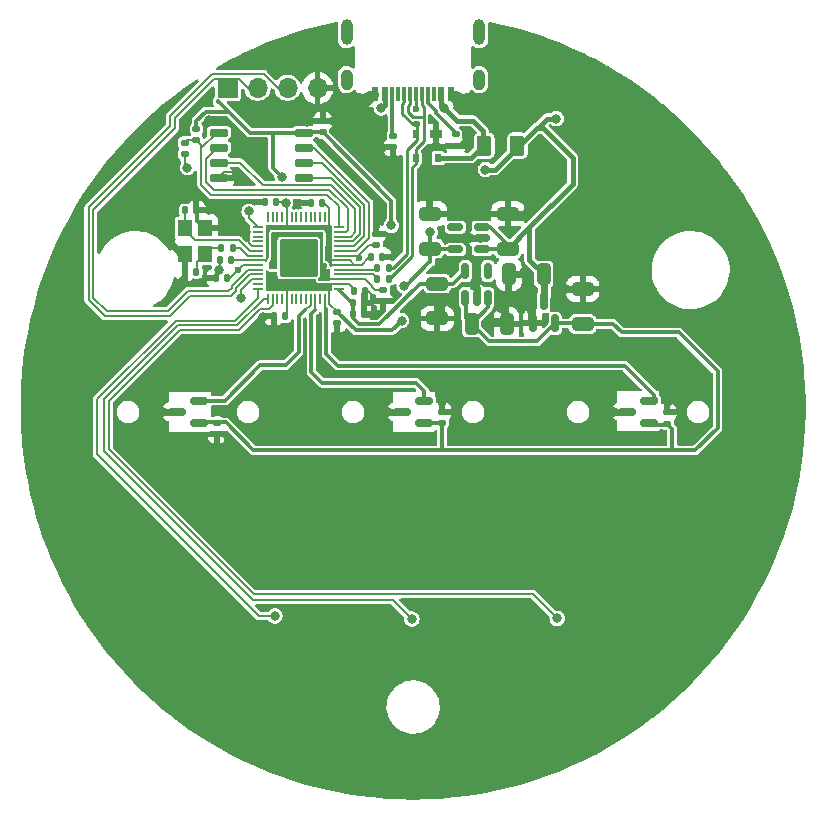
<source format=gbr>
%TF.GenerationSoftware,KiCad,Pcbnew,(7.0.0-0)*%
%TF.CreationDate,2023-04-23T04:16:38-05:00*%
%TF.ProjectId,RP2040_minimal,52503230-3430-45f6-9d69-6e696d616c2e,REV1*%
%TF.SameCoordinates,Original*%
%TF.FileFunction,Copper,L1,Top*%
%TF.FilePolarity,Positive*%
%FSLAX46Y46*%
G04 Gerber Fmt 4.6, Leading zero omitted, Abs format (unit mm)*
G04 Created by KiCad (PCBNEW (7.0.0-0)) date 2023-04-23 04:16:38*
%MOMM*%
%LPD*%
G01*
G04 APERTURE LIST*
G04 Aperture macros list*
%AMRoundRect*
0 Rectangle with rounded corners*
0 $1 Rounding radius*
0 $2 $3 $4 $5 $6 $7 $8 $9 X,Y pos of 4 corners*
0 Add a 4 corners polygon primitive as box body*
4,1,4,$2,$3,$4,$5,$6,$7,$8,$9,$2,$3,0*
0 Add four circle primitives for the rounded corners*
1,1,$1+$1,$2,$3*
1,1,$1+$1,$4,$5*
1,1,$1+$1,$6,$7*
1,1,$1+$1,$8,$9*
0 Add four rect primitives between the rounded corners*
20,1,$1+$1,$2,$3,$4,$5,0*
20,1,$1+$1,$4,$5,$6,$7,0*
20,1,$1+$1,$6,$7,$8,$9,0*
20,1,$1+$1,$8,$9,$2,$3,0*%
G04 Aperture macros list end*
%TA.AperFunction,SMDPad,CuDef*%
%ADD10RoundRect,0.140000X-0.140000X-0.170000X0.140000X-0.170000X0.140000X0.170000X-0.140000X0.170000X0*%
%TD*%
%TA.AperFunction,SMDPad,CuDef*%
%ADD11RoundRect,0.140000X0.140000X0.170000X-0.140000X0.170000X-0.140000X-0.170000X0.140000X-0.170000X0*%
%TD*%
%TA.AperFunction,SMDPad,CuDef*%
%ADD12RoundRect,0.140000X-0.170000X0.140000X-0.170000X-0.140000X0.170000X-0.140000X0.170000X0.140000X0*%
%TD*%
%TA.AperFunction,SMDPad,CuDef*%
%ADD13R,0.600000X1.150000*%
%TD*%
%TA.AperFunction,SMDPad,CuDef*%
%ADD14R,0.300000X1.150000*%
%TD*%
%TA.AperFunction,ComponentPad*%
%ADD15O,1.000000X1.800000*%
%TD*%
%TA.AperFunction,ComponentPad*%
%ADD16O,1.000000X2.200000*%
%TD*%
%TA.AperFunction,SMDPad,CuDef*%
%ADD17RoundRect,0.150000X0.512500X0.150000X-0.512500X0.150000X-0.512500X-0.150000X0.512500X-0.150000X0*%
%TD*%
%TA.AperFunction,SMDPad,CuDef*%
%ADD18RoundRect,0.150000X0.587500X0.150000X-0.587500X0.150000X-0.587500X-0.150000X0.587500X-0.150000X0*%
%TD*%
%TA.AperFunction,SMDPad,CuDef*%
%ADD19RoundRect,0.250000X0.650000X-0.325000X0.650000X0.325000X-0.650000X0.325000X-0.650000X-0.325000X0*%
%TD*%
%TA.AperFunction,SMDPad,CuDef*%
%ADD20RoundRect,0.150000X0.150000X-0.587500X0.150000X0.587500X-0.150000X0.587500X-0.150000X-0.587500X0*%
%TD*%
%TA.AperFunction,SMDPad,CuDef*%
%ADD21R,1.200000X1.400000*%
%TD*%
%TA.AperFunction,SMDPad,CuDef*%
%ADD22R,1.000000X0.700000*%
%TD*%
%TA.AperFunction,SMDPad,CuDef*%
%ADD23R,0.600000X0.700000*%
%TD*%
%TA.AperFunction,SMDPad,CuDef*%
%ADD24RoundRect,0.250000X-0.325000X-0.650000X0.325000X-0.650000X0.325000X0.650000X-0.325000X0.650000X0*%
%TD*%
%TA.AperFunction,SMDPad,CuDef*%
%ADD25RoundRect,0.140000X0.170000X-0.140000X0.170000X0.140000X-0.170000X0.140000X-0.170000X-0.140000X0*%
%TD*%
%TA.AperFunction,SMDPad,CuDef*%
%ADD26RoundRect,0.150000X-0.650000X-0.150000X0.650000X-0.150000X0.650000X0.150000X-0.650000X0.150000X0*%
%TD*%
%TA.AperFunction,SMDPad,CuDef*%
%ADD27RoundRect,0.250000X0.325000X0.650000X-0.325000X0.650000X-0.325000X-0.650000X0.325000X-0.650000X0*%
%TD*%
%TA.AperFunction,SMDPad,CuDef*%
%ADD28RoundRect,0.250000X-0.650000X0.325000X-0.650000X-0.325000X0.650000X-0.325000X0.650000X0.325000X0*%
%TD*%
%TA.AperFunction,SMDPad,CuDef*%
%ADD29RoundRect,0.135000X0.135000X0.185000X-0.135000X0.185000X-0.135000X-0.185000X0.135000X-0.185000X0*%
%TD*%
%TA.AperFunction,SMDPad,CuDef*%
%ADD30RoundRect,0.050000X-0.050000X0.387500X-0.050000X-0.387500X0.050000X-0.387500X0.050000X0.387500X0*%
%TD*%
%TA.AperFunction,SMDPad,CuDef*%
%ADD31RoundRect,0.050000X-0.387500X0.050000X-0.387500X-0.050000X0.387500X-0.050000X0.387500X0.050000X0*%
%TD*%
%TA.AperFunction,ComponentPad*%
%ADD32C,0.600000*%
%TD*%
%TA.AperFunction,SMDPad,CuDef*%
%ADD33RoundRect,0.144000X-1.456000X1.456000X-1.456000X-1.456000X1.456000X-1.456000X1.456000X1.456000X0*%
%TD*%
%TA.AperFunction,ComponentPad*%
%ADD34R,1.700000X1.700000*%
%TD*%
%TA.AperFunction,ComponentPad*%
%ADD35O,1.700000X1.700000*%
%TD*%
%TA.AperFunction,SMDPad,CuDef*%
%ADD36RoundRect,0.250000X-0.375000X-0.625000X0.375000X-0.625000X0.375000X0.625000X-0.375000X0.625000X0*%
%TD*%
%TA.AperFunction,SMDPad,CuDef*%
%ADD37RoundRect,0.150000X0.150000X-0.512500X0.150000X0.512500X-0.150000X0.512500X-0.150000X-0.512500X0*%
%TD*%
%TA.AperFunction,ViaPad*%
%ADD38C,0.800000*%
%TD*%
%TA.AperFunction,ViaPad*%
%ADD39C,0.600000*%
%TD*%
%TA.AperFunction,Conductor*%
%ADD40C,0.200000*%
%TD*%
%TA.AperFunction,Conductor*%
%ADD41C,0.300000*%
%TD*%
%TA.AperFunction,Conductor*%
%ADD42C,0.600000*%
%TD*%
%TA.AperFunction,Conductor*%
%ADD43C,0.150000*%
%TD*%
%TA.AperFunction,Conductor*%
%ADD44C,0.400000*%
%TD*%
%TA.AperFunction,Conductor*%
%ADD45C,0.250000*%
%TD*%
G04 APERTURE END LIST*
D10*
%TO.P,C21,1*%
%TO.N,GND*%
X-19310000Y11840000D03*
%TO.P,C21,2*%
%TO.N,Net-(C21-Pad2)*%
X-18350000Y11840000D03*
%TD*%
D11*
%TO.P,C20,1*%
%TO.N,GND*%
X-18350000Y17060000D03*
%TO.P,C20,2*%
%TO.N,OSC_IN*%
X-19310000Y17060000D03*
%TD*%
D12*
%TO.P,C9,1*%
%TO.N,+1V1*%
X-2515000Y10330000D03*
%TO.P,C9,2*%
%TO.N,GND*%
X-2515000Y9370000D03*
%TD*%
D13*
%TO.P,P1,A1,GND*%
%TO.N,GND*%
X3199999Y26894999D03*
%TO.P,P1,A4,VBUS*%
%TO.N,VBUS*%
X2399999Y26894999D03*
D14*
%TO.P,P1,A5,CC1*%
%TO.N,Net-(P1-CC1)*%
X1249999Y26894999D03*
%TO.P,P1,A6,D+*%
%TO.N,USB_D+*%
X249999Y26894999D03*
%TO.P,P1,A7,D-*%
%TO.N,USB_D-*%
X-249999Y26894999D03*
%TO.P,P1,A8,SBU1*%
%TO.N,unconnected-(P1-SBU1-PadA8)*%
X-1249999Y26894999D03*
D13*
%TO.P,P1,A9,VBUS*%
%TO.N,VBUS*%
X-2399999Y26894999D03*
%TO.P,P1,A12,GND*%
%TO.N,GND*%
X-3199999Y26894999D03*
%TO.P,P1,B1,GND*%
X-3199999Y26894999D03*
%TO.P,P1,B4,VBUS*%
%TO.N,VBUS*%
X-2399999Y26894999D03*
D14*
%TO.P,P1,B5,CC2*%
%TO.N,Net-(P1-CC2)*%
X-1749999Y26894999D03*
%TO.P,P1,B6,D+*%
%TO.N,USB_D+*%
X-749999Y26894999D03*
%TO.P,P1,B7,D-*%
%TO.N,USB_D-*%
X749999Y26894999D03*
%TO.P,P1,B8,SBU2*%
%TO.N,unconnected-(P1-SBU2-PadB8)*%
X1749999Y26894999D03*
D13*
%TO.P,P1,B9,VBUS*%
%TO.N,VBUS*%
X2399999Y26894999D03*
%TO.P,P1,B12,GND*%
%TO.N,GND*%
X3199999Y26894999D03*
D15*
%TO.P,P1,S1,SHIELD*%
%TO.N,unconnected-(P1-SHIELD-PadS1)*%
X5619999Y28119999D03*
D16*
X5619999Y32119999D03*
D15*
X-5619999Y28119999D03*
D16*
X-5619999Y32119999D03*
%TD*%
D10*
%TO.P,C12,1*%
%TO.N,ADC_AVDD*%
X-5085000Y8240000D03*
%TO.P,C12,2*%
%TO.N,GND*%
X-4125000Y8240000D03*
%TD*%
D12*
%TO.P,C8,1*%
%TO.N,+3V3*%
X-6455000Y8440000D03*
%TO.P,C8,2*%
%TO.N,GND*%
X-6455000Y7480000D03*
%TD*%
D17*
%TO.P,U6,1,VIN*%
%TO.N,+5V*%
X5862500Y13740000D03*
%TO.P,U6,2,GND*%
%TO.N,GND*%
X5862500Y14690000D03*
%TO.P,U6,3,EN*%
%TO.N,+5V*%
X5862500Y15640000D03*
%TO.P,U6,4,NC*%
%TO.N,unconnected-(U6-NC-Pad4)*%
X3587500Y15640000D03*
%TO.P,U6,5,VOUT*%
%TO.N,+3V3*%
X3587500Y13740000D03*
%TD*%
D11*
%TO.P,C2,1*%
%TO.N,+1V1*%
X-15730000Y11330000D03*
%TO.P,C2,2*%
%TO.N,GND*%
X-16690000Y11330000D03*
%TD*%
D18*
%TO.P,U9,1,VCC*%
%TO.N,+4V4*%
X19987500Y-950000D03*
%TO.P,U9,2,VOUT*%
%TO.N,ADC_IN3*%
X19987500Y950000D03*
%TO.P,U9,3,GND*%
%TO.N,GND*%
X18112500Y0D03*
%TD*%
D11*
%TO.P,R3,1*%
%TO.N,USB_D+*%
X-2055000Y12180000D03*
%TO.P,R3,2*%
%TO.N,Net-(U3-USB_DP)*%
X-3015000Y12180000D03*
%TD*%
D19*
%TO.P,C18,1*%
%TO.N,+5V*%
X8030000Y13815000D03*
%TO.P,C18,2*%
%TO.N,GND*%
X8030000Y16765000D03*
%TD*%
D20*
%TO.P,U2,1,GND*%
%TO.N,GND*%
X10120000Y7480000D03*
%TO.P,U2,2,VO*%
%TO.N,+4V4*%
X12020000Y7480000D03*
%TO.P,U2,3,VI*%
%TO.N,+5V*%
X11070000Y9355000D03*
%TD*%
D10*
%TO.P,C11,1*%
%TO.N,ADC_AVDD*%
X-5095000Y9230000D03*
%TO.P,C11,2*%
%TO.N,GND*%
X-4135000Y9230000D03*
%TD*%
D21*
%TO.P,Y1,1,1*%
%TO.N,OSC_IN*%
X-19338092Y15549999D03*
%TO.P,Y1,2,2*%
%TO.N,GND*%
X-19338092Y13349999D03*
%TO.P,Y1,3,3*%
%TO.N,Net-(C21-Pad2)*%
X-17638092Y13349999D03*
%TO.P,Y1,4,4*%
%TO.N,GND*%
X-17638092Y15549999D03*
%TD*%
D11*
%TO.P,C4,1*%
%TO.N,+3V3*%
X-15380000Y12820000D03*
%TO.P,C4,2*%
%TO.N,GND*%
X-16340000Y12820000D03*
%TD*%
D22*
%TO.P,U1,1,GND*%
%TO.N,GND*%
X1909999Y23479999D03*
D23*
%TO.P,U1,2,I/O1*%
%TO.N,USB_D+*%
X209999Y23479999D03*
%TO.P,U1,3,I/O2*%
%TO.N,USB_D-*%
X209999Y21479999D03*
%TO.P,U1,4,VCC*%
%TO.N,VBUS*%
X2109999Y21479999D03*
%TD*%
D24*
%TO.P,C16,1*%
%TO.N,+4V4*%
X4960000Y7455000D03*
%TO.P,C16,2*%
%TO.N,GND*%
X7910000Y7455000D03*
%TD*%
D11*
%TO.P,R4,1*%
%TO.N,USB_D-*%
X-2065000Y11250000D03*
%TO.P,R4,2*%
%TO.N,Net-(U3-USB_DM)*%
X-3025000Y11250000D03*
%TD*%
D12*
%TO.P,R1,1*%
%TO.N,Net-(P1-CC1)*%
X3602500Y23480000D03*
%TO.P,R1,2*%
%TO.N,GND*%
X3602500Y22520000D03*
%TD*%
D25*
%TO.P,R6,1*%
%TO.N,Net-(R6-Pad1)*%
X-19340000Y21820000D03*
%TO.P,R6,2*%
%TO.N,/QSPI_SS*%
X-19340000Y22780000D03*
%TD*%
%TO.P,C13,1*%
%TO.N,+3V3*%
X-7655000Y23660000D03*
%TO.P,C13,2*%
%TO.N,GND*%
X-7655000Y24620000D03*
%TD*%
D26*
%TO.P,U5,1,~{CS}*%
%TO.N,/QSPI_SS*%
X-16435000Y23635000D03*
%TO.P,U5,2,DO(IO1)*%
%TO.N,/QSPI_SD1*%
X-16435000Y22365000D03*
%TO.P,U5,3,IO2*%
%TO.N,/QSPI_SD2*%
X-16435000Y21095000D03*
%TO.P,U5,4,GND*%
%TO.N,GND*%
X-16435000Y19825000D03*
%TO.P,U5,5,DI(IO0)*%
%TO.N,/QSPI_SD0*%
X-9235000Y19825000D03*
%TO.P,U5,6,CLK*%
%TO.N,/QSPI_SCLK*%
X-9235000Y21095000D03*
%TO.P,U5,7,IO3*%
%TO.N,/QSPI_SD3*%
X-9235000Y22365000D03*
%TO.P,U5,8,VCC*%
%TO.N,+3V3*%
X-9235000Y23635000D03*
%TD*%
D27*
%TO.P,C14,1*%
%TO.N,+5V*%
X11055000Y11645000D03*
%TO.P,C14,2*%
%TO.N,GND*%
X8105000Y11645000D03*
%TD*%
D10*
%TO.P,C5,1*%
%TO.N,+3V3*%
X-3585000Y13120000D03*
%TO.P,C5,2*%
%TO.N,GND*%
X-2625000Y13120000D03*
%TD*%
D25*
%TO.P,C22,1*%
%TO.N,GND*%
X-16580000Y-1880000D03*
%TO.P,C22,2*%
%TO.N,+4V4*%
X-16580000Y-920000D03*
%TD*%
D11*
%TO.P,C6,1*%
%TO.N,+3V3*%
X-11600000Y17730000D03*
%TO.P,C6,2*%
%TO.N,GND*%
X-12560000Y17730000D03*
%TD*%
D28*
%TO.P,C17,1*%
%TO.N,ADC_AVDD*%
X2042813Y10848687D03*
%TO.P,C17,2*%
%TO.N,GND*%
X2042813Y7898687D03*
%TD*%
D12*
%TO.P,R5,1*%
%TO.N,+3V3*%
X-18350000Y23940000D03*
%TO.P,R5,2*%
%TO.N,/QSPI_SS*%
X-18350000Y22980000D03*
%TD*%
D29*
%TO.P,R7,1*%
%TO.N,OSC_OUT*%
X-15250000Y13840000D03*
%TO.P,R7,2*%
%TO.N,Net-(C21-Pad2)*%
X-16270000Y13840000D03*
%TD*%
D18*
%TO.P,U8,1,VCC*%
%TO.N,+4V4*%
X937500Y-950000D03*
%TO.P,U8,2,VOUT*%
%TO.N,ADC_IN2*%
X937500Y950000D03*
%TO.P,U8,3,GND*%
%TO.N,GND*%
X-937500Y0D03*
%TD*%
D12*
%TO.P,C24,1*%
%TO.N,GND*%
X2450000Y10000D03*
%TO.P,C24,2*%
%TO.N,+4V4*%
X2450000Y-950000D03*
%TD*%
D30*
%TO.P,U3,1,IOVDD*%
%TO.N,+3V3*%
X-7082662Y16459500D03*
%TO.P,U3,2,GPIO0*%
%TO.N,/GPIO0*%
X-7482662Y16459500D03*
%TO.P,U3,3,GPIO1*%
%TO.N,/GPIO1*%
X-7882662Y16459500D03*
%TO.P,U3,4,GPIO2*%
%TO.N,/GPIO2*%
X-8282662Y16459500D03*
%TO.P,U3,5,GPIO3*%
%TO.N,/GPIO3*%
X-8682662Y16459500D03*
%TO.P,U3,6,GPIO4*%
%TO.N,/GPIO4*%
X-9082662Y16459500D03*
%TO.P,U3,7,GPIO5*%
%TO.N,/GPIO5*%
X-9482662Y16459500D03*
%TO.P,U3,8,GPIO6*%
%TO.N,/GPIO6*%
X-9882662Y16459500D03*
%TO.P,U3,9,GPIO7*%
%TO.N,/GPIO7*%
X-10282662Y16459500D03*
%TO.P,U3,10,IOVDD*%
%TO.N,+3V3*%
X-10682662Y16459500D03*
%TO.P,U3,11,GPIO8*%
%TO.N,/GPIO8*%
X-11082662Y16459500D03*
%TO.P,U3,12,GPIO9*%
%TO.N,/GPIO9*%
X-11482662Y16459500D03*
%TO.P,U3,13,GPIO10*%
%TO.N,/GPIO10*%
X-11882662Y16459500D03*
%TO.P,U3,14,GPIO11*%
%TO.N,/GPIO11*%
X-12282662Y16459500D03*
D31*
%TO.P,U3,15,GPIO12*%
%TO.N,LED_D*%
X-13120162Y15622000D03*
%TO.P,U3,16,GPIO13*%
%TO.N,/GPIO13*%
X-13120162Y15222000D03*
%TO.P,U3,17,GPIO14*%
%TO.N,/GPIO14*%
X-13120162Y14822000D03*
%TO.P,U3,18,GPIO15*%
%TO.N,/GPIO15*%
X-13120162Y14422000D03*
%TO.P,U3,19,TESTEN*%
%TO.N,GND*%
X-13120162Y14022000D03*
%TO.P,U3,20,XIN*%
%TO.N,OSC_IN*%
X-13120162Y13622000D03*
%TO.P,U3,21,XOUT*%
%TO.N,OSC_OUT*%
X-13120162Y13222000D03*
%TO.P,U3,22,IOVDD*%
%TO.N,+3V3*%
X-13120162Y12822000D03*
%TO.P,U3,23,DVDD*%
%TO.N,+1V1*%
X-13120162Y12422000D03*
%TO.P,U3,24,SWCLK*%
%TO.N,SWCLK*%
X-13120162Y12022000D03*
%TO.P,U3,25,SWD*%
%TO.N,SWDIO*%
X-13120162Y11622000D03*
%TO.P,U3,26,RUN*%
%TO.N,Net-(U3-RUN)*%
X-13120162Y11222000D03*
%TO.P,U3,27,GPIO16*%
%TO.N,/GPIO16*%
X-13120162Y10822000D03*
%TO.P,U3,28,GPIO17*%
%TO.N,BUTT0*%
X-13120162Y10422000D03*
D30*
%TO.P,U3,29,GPIO18*%
%TO.N,BUTT1*%
X-12282662Y9584500D03*
%TO.P,U3,30,GPIO19*%
%TO.N,BUTT2*%
X-11882662Y9584500D03*
%TO.P,U3,31,GPIO20*%
%TO.N,/GPIO20*%
X-11482662Y9584500D03*
%TO.P,U3,32,GPIO21*%
%TO.N,/GPIO21*%
X-11082662Y9584500D03*
%TO.P,U3,33,IOVDD*%
%TO.N,+3V3*%
X-10682662Y9584500D03*
%TO.P,U3,34,GPIO22*%
%TO.N,/GPIO22*%
X-10282662Y9584500D03*
%TO.P,U3,35,GPIO23*%
%TO.N,/GPIO23*%
X-9882662Y9584500D03*
%TO.P,U3,36,GPIO24*%
%TO.N,/GPIO24*%
X-9482662Y9584500D03*
%TO.P,U3,37,GPIO25*%
%TO.N,/GPIO25*%
X-9082662Y9584500D03*
%TO.P,U3,38,GPIO26_ADC0*%
%TO.N,ADC_IN1*%
X-8682662Y9584500D03*
%TO.P,U3,39,GPIO27_ADC1*%
%TO.N,ADC_IN2*%
X-8282662Y9584500D03*
%TO.P,U3,40,GPIO28_ADC2*%
%TO.N,/GPIO28_ADC2*%
X-7882662Y9584500D03*
%TO.P,U3,41,GPIO29_ADC3*%
%TO.N,ADC_IN3*%
X-7482662Y9584500D03*
%TO.P,U3,42,IOVDD*%
%TO.N,+3V3*%
X-7082662Y9584500D03*
D31*
%TO.P,U3,43,ADC_AVDD*%
%TO.N,ADC_AVDD*%
X-6245162Y10422000D03*
%TO.P,U3,44,VREG_IN*%
%TO.N,+3V3*%
X-6245162Y10822000D03*
%TO.P,U3,45,VREG_VOUT*%
%TO.N,+1V1*%
X-6245162Y11222000D03*
%TO.P,U3,46,USB_DM*%
%TO.N,Net-(U3-USB_DM)*%
X-6245162Y11622000D03*
%TO.P,U3,47,USB_DP*%
%TO.N,Net-(U3-USB_DP)*%
X-6245162Y12022000D03*
%TO.P,U3,48,USB_VDD*%
%TO.N,+3V3*%
X-6245162Y12422000D03*
%TO.P,U3,49,IOVDD*%
X-6245162Y12822000D03*
%TO.P,U3,50,DVDD*%
%TO.N,+1V1*%
X-6245162Y13222000D03*
%TO.P,U3,51,QSPI_SD3*%
%TO.N,/QSPI_SD3*%
X-6245162Y13622000D03*
%TO.P,U3,52,QSPI_SCLK*%
%TO.N,/QSPI_SCLK*%
X-6245162Y14022000D03*
%TO.P,U3,53,QSPI_SD0*%
%TO.N,/QSPI_SD0*%
X-6245162Y14422000D03*
%TO.P,U3,54,QSPI_SD2*%
%TO.N,/QSPI_SD2*%
X-6245162Y14822000D03*
%TO.P,U3,55,QSPI_SD1*%
%TO.N,/QSPI_SD1*%
X-6245162Y15222000D03*
%TO.P,U3,56,QSPI_SS*%
%TO.N,/QSPI_SS*%
X-6245162Y15622000D03*
D32*
%TO.P,U3,57,GND*%
%TO.N,GND*%
X-8407662Y14297000D03*
X-9682662Y14297000D03*
X-10957662Y14297000D03*
X-8407662Y13022000D03*
X-9682662Y13022000D03*
D33*
X-9682662Y13022000D03*
D32*
X-10957662Y13022000D03*
X-8407662Y11747000D03*
X-9682662Y11747000D03*
X-10957662Y11747000D03*
%TD*%
D19*
%TO.P,C15,1*%
%TO.N,+4V4*%
X14365000Y7442500D03*
%TO.P,C15,2*%
%TO.N,GND*%
X14365000Y10392500D03*
%TD*%
D18*
%TO.P,U7,1,VCC*%
%TO.N,+4V4*%
X-18112500Y-950000D03*
%TO.P,U7,2,VOUT*%
%TO.N,ADC_IN1*%
X-18112500Y950000D03*
%TO.P,U7,3,GND*%
%TO.N,GND*%
X-19987500Y0D03*
%TD*%
D12*
%TO.P,R2,1*%
%TO.N,Net-(P1-CC2)*%
X-1680000Y23340000D03*
%TO.P,R2,2*%
%TO.N,GND*%
X-1680000Y22380000D03*
%TD*%
%TO.P,C23,1*%
%TO.N,GND*%
X21520000Y-50000D03*
%TO.P,C23,2*%
%TO.N,+4V4*%
X21520000Y-1010000D03*
%TD*%
D11*
%TO.P,C7,1*%
%TO.N,+3V3*%
X-7725000Y17710000D03*
%TO.P,C7,2*%
%TO.N,GND*%
X-8685000Y17710000D03*
%TD*%
%TO.P,C3,1*%
%TO.N,+3V3*%
X-10835000Y8070000D03*
%TO.P,C3,2*%
%TO.N,GND*%
X-11795000Y8070000D03*
%TD*%
D34*
%TO.P,J1,1,Pin_1*%
%TO.N,+3V3*%
X-15709999Y27419999D03*
D35*
%TO.P,J1,2,Pin_2*%
%TO.N,SWCLK*%
X-13169999Y27419999D03*
%TO.P,J1,3,Pin_3*%
%TO.N,SWDIO*%
X-10629999Y27419999D03*
%TO.P,J1,4,Pin_4*%
%TO.N,GND*%
X-8089999Y27419999D03*
%TD*%
D36*
%TO.P,F1,1*%
%TO.N,VBUS*%
X6020000Y22520000D03*
%TO.P,F1,2*%
%TO.N,+5V*%
X8820000Y22520000D03*
%TD*%
D25*
%TO.P,C1,1*%
%TO.N,+1V1*%
X-3115000Y14080000D03*
%TO.P,C1,2*%
%TO.N,GND*%
X-3115000Y15040000D03*
%TD*%
D10*
%TO.P,C10,1*%
%TO.N,+3V3*%
X-5035000Y10240000D03*
%TO.P,C10,2*%
%TO.N,GND*%
X-4075000Y10240000D03*
%TD*%
D19*
%TO.P,C19,1*%
%TO.N,+3V3*%
X1450000Y13815000D03*
%TO.P,C19,2*%
%TO.N,GND*%
X1450000Y16765000D03*
%TD*%
D37*
%TO.P,U4,1,VIN*%
%TO.N,+4V4*%
X4435000Y9647500D03*
%TO.P,U4,2,GND*%
%TO.N,GND*%
X5385000Y9647500D03*
%TO.P,U4,3,EN*%
%TO.N,+4V4*%
X6335000Y9647500D03*
%TO.P,U4,4,NC*%
%TO.N,unconnected-(U4-NC-Pad4)*%
X6335000Y11922500D03*
%TO.P,U4,5,VOUT*%
%TO.N,ADC_AVDD*%
X4435000Y11922500D03*
%TD*%
D38*
%TO.N,GND*%
X8166000Y-18706000D03*
X-11834000Y-12706000D03*
X-27834000Y-14706000D03*
D39*
X-9415162Y17709500D03*
D38*
X-13834000Y-8706000D03*
X16166000Y-14706000D03*
X-9834000Y-4706000D03*
X14166000Y-28706000D03*
X14166000Y27294000D03*
X-27834000Y5294000D03*
X-15834000Y17294000D03*
X166000Y-6706000D03*
X10166000Y-12706000D03*
X7322500Y8765000D03*
D39*
X-13280000Y17779500D03*
D38*
X-27834000Y7294000D03*
X12166000Y5294000D03*
X20166000Y23294000D03*
X-4120000Y25800000D03*
X-5834000Y-30706000D03*
X-3270000Y24340000D03*
X14166000Y23294000D03*
X-19834000Y-2706000D03*
X16166000Y15294000D03*
X28166000Y-10706000D03*
X-11834000Y-8706000D03*
X-5834000Y5294000D03*
X8166000Y-28706000D03*
X-2110000Y0D03*
X16166000Y-20706000D03*
X-17288093Y17040000D03*
X6166000Y-6706000D03*
X14166000Y-6706000D03*
X20166000Y3294000D03*
X-29834000Y-10706000D03*
X-19834000Y5294000D03*
X166000Y5294000D03*
X18166000Y-18706000D03*
X-9834000Y-22706000D03*
X8060000Y9855000D03*
X28166000Y-14706000D03*
X-14157162Y15220000D03*
X-31834000Y-2706000D03*
X-7834000Y-6706000D03*
X-21834000Y-2706000D03*
X-15834000Y5294000D03*
X-9834000Y3294000D03*
X4166000Y-8706000D03*
X-3834000Y1294000D03*
X-7834000Y-8706000D03*
X166000Y-30706000D03*
X12166000Y-8706000D03*
X-13834000Y5294000D03*
X2450000Y860000D03*
X10166000Y-6706000D03*
X12166000Y-6706000D03*
D39*
X-3408750Y8050000D03*
D38*
X30166000Y-2706000D03*
X12166000Y-12706000D03*
X14166000Y-12706000D03*
X14166000Y5294000D03*
X26166000Y-2706000D03*
X-20560000Y14850000D03*
X8166000Y27294000D03*
X10166000Y-4706000D03*
X26166000Y-18706000D03*
X30166000Y1294000D03*
X6166000Y-30706000D03*
X22166000Y3294000D03*
X-31834000Y1294000D03*
X4781250Y14670000D03*
X-17834000Y-24706000D03*
X-15600000Y-2400000D03*
X-7834000Y-24706000D03*
X-15834000Y-18706000D03*
X14166000Y-18706000D03*
X2370000Y8992500D03*
X-11834000Y-24706000D03*
X-3834000Y5294000D03*
X6485000Y7730000D03*
X4166000Y-30706000D03*
X18166000Y-4706000D03*
X-11834000Y-28706000D03*
X10166000Y-8706000D03*
X2166000Y5294000D03*
X-3834000Y-18706000D03*
X-11910000Y-20660000D03*
X5190531Y10667576D03*
X-27834000Y-706000D03*
X-7834000Y-706000D03*
X10020000Y8617500D03*
X-27834000Y-10706000D03*
X10166000Y29294000D03*
X-1834000Y5294000D03*
X8166000Y1294000D03*
X-9834000Y-706000D03*
X-17834000Y5294000D03*
X-17834000Y-2706000D03*
X166000Y-4706000D03*
X8166000Y-30706000D03*
X-23834000Y7294000D03*
X-13834000Y-18706000D03*
X-7834000Y-30706000D03*
X-22990000Y-8670000D03*
X-25834000Y7294000D03*
X16166000Y9294000D03*
X12937500Y10407500D03*
X10166000Y-18706000D03*
X-21834000Y-22706000D03*
X166000Y-28706000D03*
X4489898Y26525534D03*
X8166000Y-12706000D03*
X-7834000Y-20706000D03*
X12166000Y-28706000D03*
X-4520741Y26532318D03*
X-9834000Y-12706000D03*
X10166000Y-706000D03*
X-15834000Y-26706000D03*
X18140000Y-8540000D03*
X17046000Y0D03*
X8166000Y25294000D03*
X26166000Y7294000D03*
X-15030000Y20260000D03*
X-27834000Y-4706000D03*
X4394000Y19990000D03*
X-7834000Y-16706000D03*
X14166000Y17294000D03*
X4166000Y5294000D03*
X-31834000Y-706000D03*
X14166000Y15294000D03*
X18166000Y5294000D03*
X20166000Y5294000D03*
X-19834000Y-6706000D03*
X-9834000Y-18706000D03*
X24166000Y7294000D03*
X-7834000Y-12706000D03*
X-25834000Y-12706000D03*
X1470000Y18370000D03*
X9395000Y11792500D03*
X20166000Y-24706000D03*
X12166000Y27294000D03*
X12166000Y13294000D03*
X8166000Y-24706000D03*
X4040000Y-7140000D03*
X0Y-20600000D03*
D39*
X-3432752Y9720262D03*
D38*
X18166000Y-6706000D03*
X-27834000Y1294000D03*
X-19834000Y3294000D03*
X-9834000Y29294000D03*
X-13834000Y-28706000D03*
D39*
X-3095000Y15760000D03*
D38*
X21590000Y840000D03*
X-27834000Y-12706000D03*
X1900000Y22510000D03*
X12166000Y-4706000D03*
X-1834000Y-28706000D03*
X14166000Y-4706000D03*
X-2613000Y22333000D03*
X16166000Y25294000D03*
X-1650000Y21370000D03*
X16166000Y11294000D03*
X166000Y-12706000D03*
X-13834000Y-22706000D03*
X-27834000Y-2706000D03*
X-17834000Y3294000D03*
X-31834000Y3294000D03*
X6166000Y-8706000D03*
X-21834000Y17294000D03*
X-31834000Y-4706000D03*
X2166000Y-18706000D03*
X11760000Y-23190000D03*
X24166000Y3294000D03*
X9630000Y16810000D03*
X-6865000Y-23165000D03*
X20166000Y-10706000D03*
X2166000Y-12706000D03*
X-17834000Y-18706000D03*
X28166000Y-12706000D03*
X8166000Y31294000D03*
X-14985000Y-7210000D03*
X-19622360Y10920000D03*
X-890000Y-8640000D03*
X14166000Y29294000D03*
X18166000Y15294000D03*
X32166000Y1294000D03*
X26085000Y-16545000D03*
D39*
X-6427662Y6643824D03*
D38*
X12166000Y-14706000D03*
X22166000Y-22706000D03*
X2166000Y-30706000D03*
X-21834000Y-20706000D03*
X10166000Y27294000D03*
X20166000Y21294000D03*
X-4970000Y24970000D03*
D39*
X-1982662Y13072000D03*
D38*
X-7834000Y31294000D03*
X16166000Y5294000D03*
X18166000Y11294000D03*
X30166000Y9294000D03*
X2166000Y-28706000D03*
X-7834000Y29294000D03*
X16166000Y-18706000D03*
X30166000Y11294000D03*
X24166000Y21294000D03*
X32166000Y-706000D03*
X20166000Y15294000D03*
X12166000Y-706000D03*
X3800000Y25970000D03*
X-5834000Y-4706000D03*
X-15834000Y15294000D03*
X14166000Y-24706000D03*
X-19834000Y-4706000D03*
X-31834000Y5294000D03*
X14166000Y13294000D03*
X14166000Y-22706000D03*
X-3834000Y-12706000D03*
X-19834000Y-22706000D03*
X-7834000Y1294000D03*
X30166000Y-8706000D03*
X26166000Y19294000D03*
X-9834000Y1294000D03*
X8166000Y-706000D03*
X-1834000Y-12706000D03*
X-3834000Y-30706000D03*
X30166000Y-4706000D03*
D39*
X-1765000Y9400000D03*
D38*
X16166000Y-16706000D03*
X-12290000Y24820000D03*
X-15834000Y3294000D03*
X5950000Y26300000D03*
X16166000Y27294000D03*
X30166000Y3294000D03*
X8166000Y-4706000D03*
X-8970000Y24540000D03*
X8166000Y-6706000D03*
X-25834000Y5294000D03*
X26166000Y5294000D03*
D39*
X-3320000Y8820000D03*
D38*
X-11834000Y5294000D03*
X22166000Y5294000D03*
X14166000Y-14706000D03*
X-1834000Y-30706000D03*
X20166000Y-12706000D03*
X18166000Y-20706000D03*
X10166000Y1294000D03*
X16166000Y-22706000D03*
X6166000Y-4706000D03*
X-23834000Y-20706000D03*
X-5834000Y-6706000D03*
X-7834000Y-18706000D03*
X-29834000Y-8706000D03*
X8166000Y-8706000D03*
X-11834000Y-6706000D03*
X20166000Y25294000D03*
X24166000Y-8706000D03*
X-27834000Y3294000D03*
X16166000Y-12706000D03*
X12166000Y-24706000D03*
X-15925000Y25000D03*
X24166000Y-20706000D03*
X4166000Y-18706000D03*
X30166000Y-706000D03*
X16166000Y13294000D03*
X-7834000Y-28706000D03*
X26166000Y-12706000D03*
X-13834000Y-12706000D03*
X-11834000Y-706000D03*
X-9834000Y-8706000D03*
X30166000Y7294000D03*
X-17260000Y24670000D03*
X4570000Y23140000D03*
X-21200000Y-10000D03*
X-12665000Y8000000D03*
X-7834000Y-4706000D03*
X6166000Y-22706000D03*
X-23834000Y-2706000D03*
X4166000Y-12706000D03*
X18166000Y-12706000D03*
X-19834000Y-24706000D03*
X18166000Y9294000D03*
X18600000Y20890000D03*
X-11834000Y1294000D03*
X22166000Y-10706000D03*
X18166000Y13294000D03*
X-13834000Y-4706000D03*
X-21834000Y3294000D03*
X-16460000Y12030000D03*
X30166000Y5294000D03*
X30166000Y-10706000D03*
X30166000Y-6706000D03*
X12220000Y-20610000D03*
X12166000Y15294000D03*
X12166000Y29294000D03*
X12166000Y1294000D03*
X-16900000Y-15400000D03*
X4166000Y-16706000D03*
X18166000Y25294000D03*
X32166000Y3294000D03*
X20166000Y9294000D03*
X-1834000Y-18706000D03*
X32166000Y-2706000D03*
X-9834000Y-6706000D03*
X8166000Y29294000D03*
X-21230000Y19040000D03*
X-6795000Y24580000D03*
X-11834000Y-22706000D03*
X22166000Y21294000D03*
X23080000Y-7140000D03*
X-11834000Y-4706000D03*
X22166000Y23294000D03*
X-9834000Y31294000D03*
X26166000Y-6706000D03*
%TO.N,VBUS*%
X2650000Y25750000D03*
X-2690000Y25720000D03*
%TO.N,BUTT0*%
X-11695000Y-17285000D03*
%TO.N,+5V*%
X12120000Y24810000D03*
X6120000Y20500000D03*
D39*
%TO.N,USB_D+*%
X210000Y25640000D03*
X303779Y24365500D03*
D38*
%TO.N,LED_D*%
X-13880000Y16960000D03*
%TO.N,BUTT1*%
X-110000Y-17540000D03*
%TO.N,BUTT2*%
X12202500Y-17490000D03*
D39*
%TO.N,+1V1*%
X-14821915Y12031916D03*
X-7582662Y12332000D03*
X-11792662Y12384500D03*
X-4592147Y13058202D03*
D38*
%TO.N,+3V3*%
X-980000Y7720000D03*
X-750000Y10670000D03*
X-11080000Y19890000D03*
X1450000Y15180000D03*
X-10800000Y17680000D03*
X-1840000Y15780000D03*
%TO.N,Net-(R6-Pad1)*%
X-19100000Y20670000D03*
%TO.N,Net-(U3-RUN)*%
X-14590378Y9610378D03*
%TD*%
D40*
%TO.N,Net-(C21-Pad2)*%
X-18350000Y11840000D02*
X-18300000Y11890000D01*
X-18300000Y11890000D02*
X-18300000Y12688093D01*
X-18300000Y12688093D02*
X-17638093Y13350000D01*
D41*
%TO.N,GND*%
X-18259929Y16171836D02*
X-17638093Y15550000D01*
D40*
X-6945000Y24650000D02*
X-6795000Y24580000D01*
D42*
X8060000Y9855000D02*
X8050000Y9982500D01*
D40*
X-9351169Y17720000D02*
X-8738831Y17720000D01*
D42*
X10020000Y7580000D02*
X10120000Y7480000D01*
D40*
X-16000000Y20260000D02*
X-16435000Y19825000D01*
D42*
X-19710365Y13442955D02*
X-19710365Y13321742D01*
D41*
X-17288093Y17040000D02*
X-17319835Y17071742D01*
X-2610000Y22330000D02*
X-2613000Y22333000D01*
D42*
X-3200000Y26895000D02*
X-3652645Y26895000D01*
D41*
X-4520741Y26532318D02*
X-4235927Y26532318D01*
D40*
X-11795000Y8070000D02*
X-12355000Y8070000D01*
D41*
X-18259929Y17084068D02*
X-18259929Y16171836D01*
D40*
X-15030000Y20260000D02*
X-16000000Y20260000D01*
D42*
X-21200000Y-10000D02*
X-19997500Y-10000D01*
X18074000Y0D02*
X17046000Y0D01*
X5190531Y10667576D02*
X5395000Y10463107D01*
D43*
X-8715500Y17709500D02*
X-8675000Y17750000D01*
D40*
X-16690000Y11800000D02*
X-16460000Y12030000D01*
D42*
X13775000Y10407500D02*
X12937500Y10407500D01*
D40*
X-6795000Y24580000D02*
X-6925000Y24630000D01*
D41*
X3800000Y26050000D02*
X3720000Y26130000D01*
D40*
X-1982662Y13072000D02*
X-2790162Y13072000D01*
D44*
X1900000Y22510000D02*
X1900000Y23589954D01*
D42*
X3569466Y26525534D02*
X3200000Y26895000D01*
X2370000Y8992500D02*
X2370000Y7923687D01*
X9280000Y16460000D02*
X7960000Y16460000D01*
D41*
X4375000Y23105000D02*
X4570000Y23140000D01*
D40*
X-16320000Y12170000D02*
X-16320000Y12820000D01*
D41*
X-2530000Y22330000D02*
X-2533000Y22333000D01*
D40*
X-16460000Y12030000D02*
X-16320000Y12170000D01*
D41*
X-1681000Y22330000D02*
X-2610000Y22330000D01*
D42*
X-1316000Y0D02*
X-2344000Y0D01*
X9630000Y16810000D02*
X9280000Y16460000D01*
X-3200000Y26895000D02*
X-3200000Y26780000D01*
X10020000Y8617500D02*
X10020000Y7580000D01*
X-4046103Y26635883D02*
X-4149668Y26532318D01*
X-20529871Y14262461D02*
X-19710365Y13442955D01*
X7835000Y8252500D02*
X7835000Y7525000D01*
D40*
X-13676901Y14022000D02*
X-13120162Y14022000D01*
X-3095000Y15005000D02*
X-3095000Y15760000D01*
D42*
X1347500Y18247500D02*
X1347500Y16616250D01*
X-19997500Y-10000D02*
X-19987500Y0D01*
X7890000Y7352500D02*
X7870000Y7332500D01*
X5618750Y14670000D02*
X4781250Y14670000D01*
X9265000Y11662500D02*
X8040000Y11662500D01*
D40*
X-3750000Y9250000D02*
X-4128750Y9250000D01*
D41*
X-16140000Y-1860000D02*
X-16820000Y-1860000D01*
D40*
X-12495000Y8070000D02*
X-12425000Y8070000D01*
D41*
X21590000Y840000D02*
X21590000Y660000D01*
D42*
X3200000Y26650000D02*
X3800000Y26050000D01*
X6560000Y7655000D02*
X7535000Y7655000D01*
X13812500Y10370000D02*
X13775000Y10407500D01*
X-4180000Y25800000D02*
X-4100000Y25880000D01*
D41*
X21580000Y-20000D02*
X21580000Y650000D01*
D40*
X-12665000Y8000000D02*
X-12495000Y8070000D01*
D41*
X-19280000Y12991377D02*
X-19640365Y13351742D01*
X3200000Y26895000D02*
X3200000Y26650000D01*
D42*
X-4149668Y26532318D02*
X-4520741Y26532318D01*
D41*
X3602500Y22520000D02*
X3950000Y22520000D01*
D44*
X1900000Y23589954D02*
X1985023Y23674977D01*
D41*
X-15600000Y-2400000D02*
X-16140000Y-1860000D01*
D42*
X-20560000Y14850000D02*
X-20529871Y14262461D01*
X-3200000Y26780000D02*
X-4120000Y25860000D01*
X7322500Y8765000D02*
X7835000Y8252500D01*
D41*
X-17319835Y17071742D02*
X-18325365Y17071742D01*
D40*
X-16690000Y11330000D02*
X-16690000Y11800000D01*
X-3432752Y9807752D02*
X-4105000Y10480000D01*
X-3320000Y8820000D02*
X-3750000Y9250000D01*
X-14157162Y15220000D02*
X-13921571Y14984409D01*
X-13921571Y14984409D02*
X-13921571Y14266670D01*
X-6427662Y6643824D02*
X-6427662Y7313824D01*
D41*
X3800000Y25970000D02*
X3800000Y26050000D01*
D42*
X-3652645Y26895000D02*
X-3764667Y26782978D01*
D41*
X-19622360Y10920000D02*
X-19622360Y11249747D01*
D42*
X-3764667Y26782978D02*
X-4046103Y26635883D01*
X5395000Y10463107D02*
X5395000Y9700000D01*
D40*
X-3408750Y8050000D02*
X-3922500Y8050000D01*
D42*
X4489898Y26525534D02*
X3569466Y26525534D01*
X-4120000Y25860000D02*
X-4120000Y25800000D01*
D40*
X-12355000Y8070000D02*
X-12665000Y8000000D01*
D42*
X1470000Y18370000D02*
X1347500Y18247500D01*
D40*
X-3922500Y8050000D02*
X-4132500Y8260000D01*
D42*
X8050000Y9972500D02*
X8050000Y9962500D01*
D41*
X-19280000Y11592107D02*
X-19280000Y12991377D01*
X-2533000Y22333000D02*
X-2613000Y22333000D01*
D40*
X-13280000Y17779500D02*
X-12667662Y17779500D01*
D41*
X2450000Y860000D02*
X2450000Y10000D01*
D42*
X6485000Y7730000D02*
X6560000Y7655000D01*
X9395000Y11792500D02*
X9265000Y11662500D01*
X5656250Y14632500D02*
X5736250Y14712500D01*
X8050000Y9982500D02*
X8050000Y11657500D01*
D40*
X-6835000Y24620000D02*
X-6795000Y24580000D01*
D42*
X13812500Y10370000D02*
X13892500Y10450000D01*
D40*
X-7655000Y24620000D02*
X-6835000Y24620000D01*
D42*
X5656250Y14632500D02*
X5618750Y14670000D01*
D41*
X3950000Y22520000D02*
X4570000Y23140000D01*
D40*
X-2595000Y9400000D02*
X-1765000Y9400000D01*
D41*
X-21200000Y-10000D02*
X-21240000Y30000D01*
D42*
X8050000Y9962500D02*
X8060000Y9855000D01*
X2370000Y8992500D02*
X2370000Y8852500D01*
D41*
X-19622360Y11249747D02*
X-19280000Y11592107D01*
D40*
X-3436502Y9530262D02*
X-3436502Y9617752D01*
D42*
X-20529871Y14754076D02*
X-20560000Y14850000D01*
D41*
X4570000Y23140000D02*
X4390000Y23120000D01*
X21580000Y650000D02*
X21590000Y840000D01*
D40*
X-13921571Y14266670D02*
X-13676901Y14022000D01*
D42*
X-4120000Y25800000D02*
X-4180000Y25800000D01*
D44*
%TO.N,VBUS*%
X-2400000Y26010000D02*
X-2400000Y26895000D01*
X2400000Y26000000D02*
X2400000Y26895000D01*
X-2690000Y25720000D02*
X-2400000Y26010000D01*
X-2680000Y25720000D02*
X-2585000Y25815000D01*
X2650000Y25750000D02*
X3760000Y24640000D01*
X4910000Y21480000D02*
X2110000Y21480000D01*
X5950000Y22520000D02*
X4910000Y21480000D01*
X5950000Y23750000D02*
X5950000Y22520000D01*
X2650000Y25750000D02*
X2400000Y26000000D01*
X-2690000Y25720000D02*
X-2680000Y25720000D01*
X3760000Y24640000D02*
X5060000Y24640000D01*
X5060000Y24640000D02*
X5950000Y23750000D01*
D40*
%TO.N,BUTT0*%
X-13075000Y-17285000D02*
X-26780000Y-3580000D01*
X-26780000Y-3580000D02*
X-26780000Y1041371D01*
X-13120162Y9666160D02*
X-13120162Y10422000D01*
X-15066322Y7720000D02*
X-13120162Y9666160D01*
X-11695000Y-17285000D02*
X-13075000Y-17285000D01*
X-20101370Y7720000D02*
X-15066322Y7720000D01*
X-26780000Y1041371D02*
X-20101370Y7720000D01*
D44*
%TO.N,+5V*%
X10970000Y24050000D02*
X13510000Y21510000D01*
D42*
X11090000Y11610000D02*
X11055000Y11645000D01*
D41*
X8030000Y13815000D02*
X8030000Y14100000D01*
D44*
X6120000Y20500000D02*
X6960000Y20500000D01*
X10510000Y24050000D02*
X10570000Y24050000D01*
X6960000Y20500000D02*
X10510000Y24050000D01*
X13510000Y21510000D02*
X13510000Y19295000D01*
X9842500Y15627500D02*
X8030000Y13815000D01*
D41*
X8030000Y14100000D02*
X6490000Y15640000D01*
D44*
X9842500Y15627500D02*
X9842500Y12857500D01*
X10510000Y24050000D02*
X10970000Y24050000D01*
D41*
X6490000Y15640000D02*
X5862500Y15640000D01*
D44*
X9842500Y12857500D02*
X11055000Y11645000D01*
X13510000Y19295000D02*
X9842500Y15627500D01*
D41*
X7955000Y13740000D02*
X5688750Y13740000D01*
D42*
X11090000Y9720000D02*
X11090000Y11610000D01*
X12120000Y24810000D02*
X12120000Y24770000D01*
D44*
X11330000Y24810000D02*
X12120000Y24810000D01*
D41*
X8030000Y13815000D02*
X7955000Y13740000D01*
D44*
X10570000Y24050000D02*
X11330000Y24810000D01*
D41*
%TO.N,Net-(P1-CC1)*%
X1250000Y26895000D02*
X1250000Y26155636D01*
X1900000Y25505636D02*
X1900000Y25322661D01*
X3602500Y23620161D02*
X3602500Y23480000D01*
X1250000Y26155636D02*
X1900000Y25505636D01*
X1900000Y25322661D02*
X3602500Y23620161D01*
%TO.N,Net-(P1-CC2)*%
X-1750000Y26895000D02*
X-1750000Y23410000D01*
X-1750000Y23410000D02*
X-1680000Y23340000D01*
D40*
%TO.N,OSC_IN*%
X-13842587Y13622000D02*
X-14730587Y14510000D01*
X-18498093Y14510000D02*
X-19338093Y15350000D01*
X-19338093Y15550000D02*
X-19338093Y17019014D01*
X-13120162Y13622000D02*
X-13842587Y13622000D01*
X-19338093Y15350000D02*
X-19338093Y15550000D01*
X-14730587Y14510000D02*
X-18498093Y14510000D01*
X-19338093Y17019014D02*
X-19285365Y17071742D01*
D45*
%TO.N,USB_D+*%
X303779Y22970175D02*
X-520000Y22146396D01*
X-1723787Y12180000D02*
X-2055000Y12180000D01*
X-910000Y26040280D02*
X-910000Y25239720D01*
X-520000Y22146396D02*
X-520000Y13383787D01*
D41*
X245500Y24365500D02*
X190000Y24310000D01*
D45*
X303779Y24365500D02*
X303779Y22970175D01*
X-910000Y25239720D02*
X-35780Y24365500D01*
X-750000Y26200280D02*
X-910000Y26040280D01*
X-750000Y26895000D02*
X-750000Y26200280D01*
X-35780Y24365500D02*
X303779Y24365500D01*
X240000Y25729372D02*
X240000Y26690000D01*
D41*
X303779Y24365500D02*
X245500Y24365500D01*
D45*
X-520000Y13383787D02*
X-1723787Y12180000D01*
%TO.N,USB_D-*%
X750000Y25983884D02*
X890000Y25843884D01*
X-415000Y25898884D02*
X-250000Y26063884D01*
X890000Y25843884D02*
X890000Y25020000D01*
X-70000Y13197391D02*
X-70000Y20688604D01*
X-250000Y26063884D02*
X-250000Y26895000D01*
X928779Y24981221D02*
X890000Y25020000D01*
X928779Y22958779D02*
X928779Y24981221D01*
X890000Y25020000D02*
X860000Y24990000D01*
X750000Y26895000D02*
X750000Y25983884D01*
X-70000Y20688604D02*
X210000Y20968604D01*
X-2065000Y11250000D02*
X-2017391Y11250000D01*
X-2017391Y11250000D02*
X-70000Y13197391D01*
X-415000Y25381116D02*
X-415000Y25898884D01*
X860000Y24990000D02*
X-23884Y24990000D01*
X210000Y22240000D02*
X928779Y22958779D01*
X-23884Y24990000D02*
X-415000Y25381116D01*
X210000Y21480000D02*
X210000Y22240000D01*
X210000Y20968604D02*
X210000Y21480000D01*
D40*
%TO.N,LED_D*%
X-13880000Y16960000D02*
X-13880000Y16381838D01*
X-13880000Y16381838D02*
X-13120162Y15622000D01*
D41*
%TO.N,ADC_IN1*%
X-9690000Y5040000D02*
X-9690000Y8080000D01*
X-9690000Y8080000D02*
X-9170000Y8600000D01*
D40*
X-9134687Y8600000D02*
X-9170000Y8600000D01*
D41*
X-18050000Y950000D02*
X-15940000Y950000D01*
X-10780108Y3949892D02*
X-9690000Y5040000D01*
D40*
X-8682662Y9052025D02*
X-9134687Y8600000D01*
X-8682662Y9584500D02*
X-8682662Y9052025D01*
D41*
X-12940108Y3949892D02*
X-10780108Y3949892D01*
X-15940000Y950000D02*
X-12940108Y3949892D01*
D40*
%TO.N,OSC_OUT*%
X-14008272Y13222000D02*
X-13120162Y13222000D01*
X-15250000Y13840000D02*
X-14626272Y13840000D01*
X-14626272Y13840000D02*
X-14008272Y13222000D01*
%TO.N,ADC_IN2*%
X-8282662Y8650000D02*
X-8282662Y9584500D01*
D41*
X-8620000Y3390000D02*
X-7680000Y2450000D01*
X-8282662Y8650000D02*
X-8620000Y8312662D01*
X-7680000Y2450000D02*
X280000Y2450000D01*
X937500Y1792500D02*
X937500Y950000D01*
X280000Y2450000D02*
X937500Y1792500D01*
X-8620000Y8312662D02*
X-8620000Y3390000D01*
D40*
%TO.N,ADC_IN3*%
X-7482662Y8807662D02*
X-7350000Y8675000D01*
D41*
X-7350000Y4880000D02*
X-7350000Y8675000D01*
D40*
X-7482662Y9584500D02*
X-7482662Y8807662D01*
D41*
X-6380000Y3910000D02*
X-7350000Y4880000D01*
X17920000Y3910000D02*
X-6380000Y3910000D01*
X20437500Y950000D02*
X20437500Y1392500D01*
X20525000Y1072500D02*
X20480000Y1027500D01*
X20437500Y1392500D02*
X17920000Y3910000D01*
D40*
%TO.N,BUTT1*%
X-1700000Y-15950000D02*
X-13538579Y-15950000D01*
X-12636136Y9584500D02*
X-12282662Y9584500D01*
X-19935685Y7320000D02*
X-14900636Y7320000D01*
X-110000Y-17540000D02*
X-1700000Y-15950000D01*
X-26180000Y-3308579D02*
X-26180000Y1075686D01*
X-14900636Y7320000D02*
X-12636136Y9584500D01*
X-26180000Y1075686D02*
X-19935685Y7320000D01*
X-13538579Y-15950000D02*
X-26180000Y-3308579D01*
%TO.N,BUTT2*%
X-25780000Y-3142894D02*
X-25780000Y910000D01*
X-12954950Y8700000D02*
X-12234687Y8700000D01*
X-25780000Y910000D02*
X-19770000Y6920000D01*
X10162500Y-15450000D02*
X-13472894Y-15450000D01*
X-11882662Y9052025D02*
X-11882662Y9584500D01*
X-12234687Y8700000D02*
X-11882662Y9052025D01*
X12202500Y-17490000D02*
X10162500Y-15450000D01*
X-13472894Y-15450000D02*
X-25780000Y-3142894D01*
X-19770000Y6920000D02*
X-14734950Y6920000D01*
X-14734950Y6920000D02*
X-12954950Y8700000D01*
%TO.N,+1V1*%
X-3495000Y10610000D02*
X-4107000Y11222000D01*
X-4592147Y13058202D02*
X-4755945Y13222000D01*
X-4107000Y11222000D02*
X-6245162Y11222000D01*
X-14821915Y12031916D02*
X-15523831Y11330000D01*
X-15523831Y11330000D02*
X-15730000Y11330000D01*
X-14821915Y12031916D02*
X-14431831Y12422000D01*
X-2515000Y10330000D02*
X-3232746Y10330000D01*
X-4592147Y13260111D02*
X-3772259Y14080000D01*
X-3772259Y14080000D02*
X-3115000Y14080000D01*
X-6245162Y11222000D02*
X-7067000Y11222000D01*
X-3495000Y10592254D02*
X-3495000Y10610000D01*
X-7067000Y11222000D02*
X-7085000Y11240000D01*
X-3232746Y10330000D02*
X-3495000Y10592254D01*
X-4755945Y13222000D02*
X-6245162Y13222000D01*
X-14431831Y12422000D02*
X-13120162Y12422000D01*
X-4592147Y13058202D02*
X-4592147Y13260111D01*
D43*
X-7582662Y12332000D02*
X-7582662Y12522000D01*
D40*
%TO.N,SWDIO*%
X-14970000Y10220000D02*
X-14970000Y10470323D01*
X-10920000Y26900000D02*
X-12610000Y28590000D01*
X-12610000Y28590000D02*
X-17025686Y28590000D01*
X-18904168Y9800000D02*
X-15390000Y9800000D01*
X-20604168Y8100000D02*
X-18904168Y9800000D01*
X-14970000Y10470323D02*
X-13818323Y11622000D01*
X-17025686Y28590000D02*
X-20580000Y25035686D01*
X-27470000Y17310000D02*
X-27470000Y9450000D01*
X-20580000Y24200000D02*
X-27470000Y17310000D01*
X-27470000Y9450000D02*
X-26120000Y8100000D01*
X-26120000Y8100000D02*
X-20604168Y8100000D01*
X-13818323Y11622000D02*
X-13120162Y11622000D01*
X-15390000Y9800000D02*
X-14970000Y10220000D01*
X-20580000Y25035686D02*
X-20580000Y24200000D01*
%TO.N,SWCLK*%
X-13120162Y12022000D02*
X-13984009Y12022000D01*
X-15370000Y10480000D02*
X-15650000Y10200000D01*
X-19069854Y10200000D02*
X-20769853Y8500000D01*
X-20180000Y23994314D02*
X-20180000Y24870000D01*
X-15370000Y10636009D02*
X-15370000Y10480000D01*
X-14750000Y28190000D02*
X-13460000Y26900000D01*
X-13984009Y12022000D02*
X-15370000Y10636009D01*
X-20180000Y24870000D02*
X-16860000Y28190000D01*
X-16860000Y28190000D02*
X-14750000Y28190000D01*
X-27070000Y9620253D02*
X-27070000Y17104314D01*
X-15650000Y10200000D02*
X-19069854Y10200000D01*
X-25949747Y8500000D02*
X-27070000Y9620253D01*
X-27070000Y17104314D02*
X-20180000Y23994314D01*
X-20769853Y8500000D02*
X-25949747Y8500000D01*
D41*
%TO.N,+4V4*%
X4960000Y7455000D02*
X6345000Y8840000D01*
X17657500Y6712500D02*
X16932500Y7437500D01*
X23910000Y-3260000D02*
X25780000Y-1390000D01*
X21940000Y-3260000D02*
X-13514293Y-3260000D01*
X2450000Y-950000D02*
X2450000Y-3260000D01*
X21940000Y-3260000D02*
X21940000Y-1430000D01*
X14030000Y7437500D02*
X14015000Y7422500D01*
X25780000Y-1390000D02*
X25780000Y3430000D01*
X6345000Y8840000D02*
X6345000Y9700000D01*
X21940000Y-3260000D02*
X23910000Y-3260000D01*
X20567500Y-1080000D02*
X20437500Y-950000D01*
X4960000Y7455000D02*
X4445000Y7970000D01*
X-13514293Y-3260000D02*
X-15874293Y-900000D01*
X6447500Y5967500D02*
X4960000Y7455000D01*
X16932500Y7437500D02*
X14030000Y7437500D01*
X25780000Y3430000D02*
X22497500Y6712500D01*
X21470000Y-1080000D02*
X20117500Y-1080000D01*
X14015000Y7422500D02*
X13957500Y7480000D01*
X21940000Y-1430000D02*
X21520000Y-1010000D01*
X12020000Y7480000D02*
X10507500Y5967500D01*
X13957500Y7480000D02*
X12020000Y7480000D01*
X-15874293Y-900000D02*
X-16820000Y-900000D01*
X-16820000Y-900000D02*
X-18482500Y-900000D01*
X4445000Y7970000D02*
X4445000Y9700000D01*
X2450000Y-950000D02*
X937500Y-950000D01*
X10507500Y5967500D02*
X6447500Y5967500D01*
X22497500Y6712500D02*
X17657500Y6712500D01*
%TO.N,ADC_AVDD*%
X3338687Y10848687D02*
X4360000Y11870000D01*
X602926Y10848687D02*
X-2845761Y7400000D01*
X2042813Y10848687D02*
X602926Y10848687D01*
X2042813Y10848687D02*
X3338687Y10848687D01*
D40*
X-5095000Y8250000D02*
X-5085000Y8240000D01*
D41*
X-2845761Y7400000D02*
X-4550000Y7400000D01*
X-6245162Y10270162D02*
X-5205000Y9230000D01*
D40*
X-6245162Y10270162D02*
X-6245162Y10419500D01*
D41*
X-5085000Y7935000D02*
X-5085000Y8240000D01*
X-5205000Y9230000D02*
X-5095000Y9230000D01*
X-4550000Y7400000D02*
X-5085000Y7935000D01*
D40*
X-5095000Y9230000D02*
X-5145000Y9280000D01*
D41*
X4360000Y11870000D02*
X4360000Y12040000D01*
X-5095000Y9230000D02*
X-5095000Y8250000D01*
%TO.N,+3V3*%
X-7655000Y23660000D02*
X-9210000Y23660000D01*
D40*
X-11600000Y17730000D02*
X-11560500Y17769500D01*
D41*
X-9210000Y23660000D02*
X-9235000Y23635000D01*
X-11850000Y23635000D02*
X-13815000Y23635000D01*
D40*
X-7082662Y17232000D02*
X-7590162Y17739500D01*
D41*
X-1840000Y15780000D02*
X-1840000Y17845000D01*
D40*
X-7085000Y10720000D02*
X-6985500Y10819500D01*
X-5442660Y12434500D02*
X-5455160Y12422000D01*
X-7082662Y10717662D02*
X-7082662Y9584500D01*
X-7082662Y15670000D02*
X-7092662Y15660000D01*
X-10682662Y16459500D02*
X-10682662Y15719500D01*
X-7082662Y9124500D02*
X-6372662Y8414500D01*
X-18350000Y23940000D02*
X-18350000Y24569950D01*
D41*
X-4865000Y6900000D02*
X-6405000Y8440000D01*
X1430000Y12644126D02*
X1354126Y12644126D01*
X-1840000Y17845000D02*
X-7655000Y23660000D01*
D40*
X-10800000Y17680000D02*
X-10800000Y17585000D01*
X-16569950Y26350000D02*
X-16530000Y26350000D01*
X-10682662Y9584500D02*
X-10682662Y10569500D01*
D41*
X1354126Y12644126D02*
X-620000Y10670000D01*
X-11850000Y20650000D02*
X-11090000Y19890000D01*
X-17570661Y25420000D02*
X-18350000Y24640661D01*
X-15600000Y25420000D02*
X-17570661Y25420000D01*
X-750000Y10540000D02*
X-650000Y10640000D01*
X-15480000Y25300000D02*
X-15600000Y25420000D01*
D40*
X-4975500Y12434500D02*
X-4875000Y12434500D01*
X-10800000Y17585000D02*
X-10682662Y17467662D01*
D41*
X1430000Y12644126D02*
X1430000Y13940000D01*
X-15480000Y25300000D02*
X-16530000Y26350000D01*
X-11090000Y19890000D02*
X-11080000Y19890000D01*
D40*
X-5363000Y12822000D02*
X-4975500Y12434500D01*
D41*
X-9235000Y23635000D02*
X-11850000Y23635000D01*
X-11080000Y19880000D02*
X-11150000Y19950000D01*
D40*
X-14506471Y12848000D02*
X-15437000Y12848000D01*
X1525000Y13740000D02*
X1450000Y13815000D01*
X-11560500Y17769500D02*
X-10940162Y17769500D01*
X-4367320Y12434500D02*
X-3791820Y13010000D01*
D41*
X-16530000Y26230000D02*
X-16530000Y26350000D01*
X-11850000Y23635000D02*
X-11850000Y20650000D01*
D40*
X-14480471Y12822000D02*
X-14506471Y12848000D01*
X-6740363Y10820000D02*
X-6535000Y10820000D01*
D41*
X-620000Y10670000D02*
X-750000Y10670000D01*
D40*
X-10682662Y15719500D02*
X-10692662Y15709500D01*
X-4875000Y12434500D02*
X-5442660Y12434500D01*
D41*
X3587500Y13740000D02*
X1525000Y13740000D01*
D40*
X-10895000Y17680000D02*
X-10800000Y17680000D01*
X-5407000Y10822000D02*
X-5065000Y10480000D01*
X-6985500Y10819500D02*
X-6780137Y10819500D01*
X-6205162Y12819500D02*
X-7042662Y12819500D01*
X-4875000Y12434500D02*
X-4367320Y12434500D01*
D41*
X-13815000Y23635000D02*
X-15480000Y25300000D01*
X1450000Y13815000D02*
X1450000Y15180000D01*
D40*
X-7082662Y16335000D02*
X-7082662Y15670000D01*
X-3791820Y13010000D02*
X-3595000Y13010000D01*
X-10940162Y17725162D02*
X-10895000Y17680000D01*
X-10682662Y8002000D02*
X-10682662Y9584500D01*
X-5455160Y12422000D02*
X-6845162Y12422000D01*
X-10682662Y10569500D02*
X-10667662Y10584500D01*
X-7082662Y16459500D02*
X-7082662Y17232000D01*
X-6245162Y12822000D02*
X-5363000Y12822000D01*
D41*
X-18350000Y24640661D02*
X-18350000Y23940000D01*
D40*
X-7085000Y10720000D02*
X-7082662Y10717662D01*
D41*
X-980000Y7720000D02*
X-1800000Y6900000D01*
X-11080000Y19890000D02*
X-11080000Y19880000D01*
X1450000Y15180000D02*
X1450000Y14960000D01*
D40*
X-10940162Y17769500D02*
X-10940162Y17725162D01*
X-6245162Y10822000D02*
X-5407000Y10822000D01*
X-12435000Y12790000D02*
X-12467000Y12822000D01*
X-12467000Y12822000D02*
X-14480471Y12822000D01*
X-6845162Y12422000D02*
X-7042662Y12619500D01*
D41*
X-6405000Y8440000D02*
X-6455000Y8440000D01*
X-1800000Y6900000D02*
X-4865000Y6900000D01*
D40*
X-10682662Y17467662D02*
X-10682662Y16459500D01*
D41*
X-750000Y10670000D02*
X-750000Y10540000D01*
%TO.N,Net-(C21-Pad2)*%
X-17498258Y13351742D02*
X-17940365Y13351742D01*
D40*
X-16270000Y13840000D02*
X-17148093Y13840000D01*
D41*
X-17478258Y13351742D02*
X-17940365Y13351742D01*
D40*
X-17148093Y13840000D02*
X-17638093Y13350000D01*
%TO.N,Net-(U3-USB_DP)*%
X-6245162Y12022000D02*
X-3173000Y12022000D01*
X-3173000Y12022000D02*
X-3015000Y12180000D01*
%TO.N,Net-(U3-USB_DM)*%
X-3397000Y11622000D02*
X-3025000Y11250000D01*
X-6245162Y11622000D02*
X-3397000Y11622000D01*
%TO.N,/QSPI_SS*%
X-6245162Y15622000D02*
X-6245162Y17388790D01*
X-17075000Y18370000D02*
X-17935000Y19230000D01*
X-12217254Y18370000D02*
X-17075000Y18370000D01*
X-19140000Y22980000D02*
X-19340000Y22780000D01*
X-17935000Y22565000D02*
X-18350000Y22980000D01*
X-17935000Y22301396D02*
X-17935000Y22565000D01*
X-12197254Y18390000D02*
X-12217254Y18370000D01*
X-16601396Y23635000D02*
X-16435000Y23635000D01*
X-17935000Y19230000D02*
X-17935000Y22301396D01*
X-6245162Y17388790D02*
X-7246372Y18390000D01*
X-7246372Y18390000D02*
X-12197254Y18390000D01*
X-17935000Y22301396D02*
X-16601396Y23635000D01*
X-18350000Y22980000D02*
X-19140000Y22980000D01*
%TO.N,Net-(R6-Pad1)*%
X-19340000Y21820000D02*
X-19340000Y20810000D01*
X-19340000Y20810000D02*
X-19100000Y20670000D01*
X-19100000Y20670000D02*
X-19320000Y20790000D01*
%TO.N,Net-(U3-RUN)*%
X-14570000Y10304637D02*
X-13652637Y11222000D01*
X-14570000Y9630756D02*
X-14570000Y10304637D01*
X-14590378Y9610378D02*
X-14570000Y9630756D01*
X-13652637Y11222000D02*
X-13120162Y11222000D01*
%TO.N,/QSPI_SD1*%
X-6245162Y15222000D02*
X-5712687Y15222000D01*
X-17535000Y21431396D02*
X-16601396Y22365000D01*
X-5507662Y15427025D02*
X-5507662Y17216976D01*
X-5507662Y17216976D02*
X-7080686Y18790000D01*
X-16601396Y22365000D02*
X-16435000Y22365000D01*
X-12362940Y18790000D02*
X-12382940Y18770000D01*
X-16816396Y18770000D02*
X-17535000Y19488604D01*
X-12382940Y18770000D02*
X-16816396Y18770000D01*
X-7080686Y18790000D02*
X-12362940Y18790000D01*
X-5712687Y15222000D02*
X-5507662Y15427025D01*
X-17535000Y19488604D02*
X-17535000Y21431396D01*
%TO.N,/QSPI_SD2*%
X-5293000Y14822000D02*
X-4925000Y15190000D01*
X-6245162Y14822000D02*
X-5293000Y14822000D01*
X-12730000Y19190000D02*
X-14635000Y21095000D01*
X-4925000Y17200000D02*
X-6915001Y19190000D01*
X-14635000Y21095000D02*
X-16435000Y21095000D01*
X-4925000Y15190000D02*
X-4925000Y17200000D01*
X-6915001Y19190000D02*
X-12730000Y19190000D01*
%TO.N,/QSPI_SD0*%
X-5127314Y14422000D02*
X-4525000Y15024315D01*
X-4525000Y15024315D02*
X-4525000Y17370000D01*
X-6245162Y14422000D02*
X-5127314Y14422000D01*
X-4525000Y17370000D02*
X-6980000Y19825000D01*
X-6980000Y19825000D02*
X-9235000Y19825000D01*
%TO.N,/QSPI_SCLK*%
X-7684314Y21095000D02*
X-9235000Y21095000D01*
X-4125000Y17535686D02*
X-7684314Y21095000D01*
X-4961628Y14022001D02*
X-4125000Y14858630D01*
X-6245162Y14022000D02*
X-4961628Y14022001D01*
X-4125000Y14858630D02*
X-4125000Y17535686D01*
%TO.N,/QSPI_SD3*%
X-3725000Y17710000D02*
X-8380000Y22365000D01*
X-3725000Y14692945D02*
X-3725000Y17710000D01*
X-8380000Y22365000D02*
X-9235000Y22365000D01*
X-4795942Y13622001D02*
X-3725000Y14692945D01*
X-6245162Y13622000D02*
X-4795942Y13622001D01*
D43*
%TO.N,/GPIO15*%
X-13120162Y14422000D02*
X-13546571Y14422000D01*
%TD*%
%TA.AperFunction,Conductor*%
%TO.N,+3V3*%
G36*
X-12353762Y11965178D02*
G01*
X-12353469Y11965434D01*
X-12352444Y11964265D01*
X-12352291Y11964159D01*
X-12351873Y11963614D01*
X-12351868Y11963609D01*
X-12350396Y11961690D01*
X-12323310Y11934604D01*
X-12321396Y11933135D01*
X-12321391Y11933131D01*
X-12303121Y11919112D01*
X-12280750Y11901946D01*
X-12276272Y11900092D01*
X-12276270Y11900090D01*
X-12259600Y11893185D01*
X-12231187Y11881416D01*
X-12194187Y11871502D01*
X-12141000Y11864500D01*
X-12138572Y11864500D01*
X-11557162Y11864500D01*
X-11520162Y11854586D01*
X-11493076Y11827500D01*
X-11483162Y11790500D01*
X-11483162Y11528068D01*
X-11483162Y11528053D01*
X-11483161Y11525638D01*
X-11476556Y11475461D01*
X-11474167Y11470336D01*
X-11474165Y11470332D01*
X-11451627Y11422000D01*
X-11425213Y11365355D01*
X-11339307Y11279449D01*
X-11229201Y11228106D01*
X-11179025Y11221500D01*
X-8294500Y11221501D01*
X-8257500Y11211587D01*
X-8230414Y11184501D01*
X-8220856Y11148827D01*
X-8220658Y11148839D01*
X-8220594Y11147849D01*
X-8220500Y11147501D01*
X-8220500Y11144000D01*
X-8220185Y11141606D01*
X-8220184Y11141594D01*
X-8213900Y11093867D01*
X-8213498Y11090813D01*
X-8203584Y11053813D01*
X-8202661Y11051584D01*
X-8202660Y11051582D01*
X-8184911Y11008731D01*
X-8184908Y11008726D01*
X-8183054Y11004250D01*
X-8180102Y11000403D01*
X-8151870Y10963610D01*
X-8151865Y10963604D01*
X-8150396Y10961690D01*
X-8123310Y10934604D01*
X-8121396Y10933135D01*
X-8121391Y10933131D01*
X-8106233Y10921500D01*
X-8080750Y10901946D01*
X-8076272Y10900092D01*
X-8076270Y10900090D01*
X-8066871Y10896197D01*
X-8031187Y10881416D01*
X-7994187Y10871502D01*
X-7941000Y10864500D01*
X-7179669Y10864500D01*
X-7177740Y10864500D01*
X-7135320Y10868926D01*
X-7105429Y10875232D01*
X-7064834Y10888320D01*
X-7047633Y10895916D01*
X-7034833Y10902106D01*
X-7025775Y10906880D01*
X-7022412Y10908806D01*
X-7008368Y10914907D01*
X-7008391Y10914976D01*
X-7007533Y10915270D01*
X-7007492Y10915288D01*
X-7006361Y10915637D01*
X-7005376Y10916006D01*
X-7005360Y10916011D01*
X-7003229Y10916808D01*
X-6977299Y10921500D01*
X-6959000Y10921500D01*
X-6922000Y10911586D01*
X-6894914Y10884500D01*
X-6885000Y10847500D01*
X-6885000Y10264000D01*
X-6894914Y10227000D01*
X-6922000Y10199914D01*
X-6959000Y10190000D01*
X-7285586Y10190000D01*
X-7326698Y10202471D01*
X-7328864Y10203918D01*
X-7334922Y10207966D01*
X-7342068Y10209388D01*
X-7342069Y10209388D01*
X-7404418Y10221790D01*
X-7404420Y10221791D01*
X-7407988Y10222500D01*
X-7557336Y10222500D01*
X-7560904Y10221791D01*
X-7560907Y10221790D01*
X-7623253Y10209389D01*
X-7623258Y10209388D01*
X-7630402Y10207966D01*
X-7636460Y10203919D01*
X-7636461Y10203918D01*
X-7637200Y10203425D01*
X-7638627Y10202471D01*
X-7679737Y10190000D01*
X-7685587Y10190000D01*
X-7726698Y10202471D01*
X-7734922Y10207966D01*
X-7742069Y10209388D01*
X-7742072Y10209389D01*
X-7804418Y10221790D01*
X-7804420Y10221791D01*
X-7807988Y10222500D01*
X-7957336Y10222500D01*
X-7960904Y10221791D01*
X-7960907Y10221790D01*
X-8023253Y10209389D01*
X-8023258Y10209388D01*
X-8030402Y10207966D01*
X-8036460Y10203919D01*
X-8036461Y10203918D01*
X-8037200Y10203425D01*
X-8038627Y10202471D01*
X-8079737Y10190000D01*
X-8085587Y10190000D01*
X-8126698Y10202471D01*
X-8134922Y10207966D01*
X-8142069Y10209388D01*
X-8142072Y10209389D01*
X-8204418Y10221790D01*
X-8204420Y10221791D01*
X-8207988Y10222500D01*
X-8357336Y10222500D01*
X-8360904Y10221791D01*
X-8360907Y10221790D01*
X-8423253Y10209389D01*
X-8423258Y10209388D01*
X-8430402Y10207966D01*
X-8436460Y10203919D01*
X-8436461Y10203918D01*
X-8437200Y10203425D01*
X-8438627Y10202471D01*
X-8479737Y10190000D01*
X-8485587Y10190000D01*
X-8526698Y10202471D01*
X-8534922Y10207966D01*
X-8542069Y10209388D01*
X-8542072Y10209389D01*
X-8604418Y10221790D01*
X-8604420Y10221791D01*
X-8607988Y10222500D01*
X-8757336Y10222500D01*
X-8760904Y10221791D01*
X-8760907Y10221790D01*
X-8823253Y10209389D01*
X-8823258Y10209388D01*
X-8830402Y10207966D01*
X-8836460Y10203919D01*
X-8836461Y10203918D01*
X-8837200Y10203425D01*
X-8838627Y10202471D01*
X-8879737Y10190000D01*
X-8885587Y10190000D01*
X-8926698Y10202471D01*
X-8934922Y10207966D01*
X-8942069Y10209388D01*
X-8942072Y10209389D01*
X-9004418Y10221790D01*
X-9004420Y10221791D01*
X-9007988Y10222500D01*
X-9157336Y10222500D01*
X-9160904Y10221791D01*
X-9160907Y10221790D01*
X-9223253Y10209389D01*
X-9223258Y10209388D01*
X-9230402Y10207966D01*
X-9236460Y10203919D01*
X-9236461Y10203918D01*
X-9237200Y10203425D01*
X-9238627Y10202471D01*
X-9279737Y10190000D01*
X-9285587Y10190000D01*
X-9326698Y10202471D01*
X-9334922Y10207966D01*
X-9342069Y10209388D01*
X-9342072Y10209389D01*
X-9404418Y10221790D01*
X-9404420Y10221791D01*
X-9407988Y10222500D01*
X-9557336Y10222500D01*
X-9560904Y10221791D01*
X-9560907Y10221790D01*
X-9623253Y10209389D01*
X-9623258Y10209388D01*
X-9630402Y10207966D01*
X-9636460Y10203919D01*
X-9636461Y10203918D01*
X-9637200Y10203425D01*
X-9638627Y10202471D01*
X-9679737Y10190000D01*
X-9685587Y10190000D01*
X-9726698Y10202471D01*
X-9734922Y10207966D01*
X-9742069Y10209388D01*
X-9742072Y10209389D01*
X-9804418Y10221790D01*
X-9804420Y10221791D01*
X-9807988Y10222500D01*
X-9957336Y10222500D01*
X-9960904Y10221791D01*
X-9960907Y10221790D01*
X-10023253Y10209389D01*
X-10023258Y10209388D01*
X-10030402Y10207966D01*
X-10036460Y10203919D01*
X-10036461Y10203918D01*
X-10037200Y10203425D01*
X-10038627Y10202471D01*
X-10079737Y10190000D01*
X-10085587Y10190000D01*
X-10126698Y10202471D01*
X-10134922Y10207966D01*
X-10142069Y10209388D01*
X-10142072Y10209389D01*
X-10204418Y10221790D01*
X-10204420Y10221791D01*
X-10207988Y10222500D01*
X-10357336Y10222500D01*
X-10360904Y10221791D01*
X-10360907Y10221790D01*
X-10423256Y10209388D01*
X-10423259Y10209387D01*
X-10430402Y10207966D01*
X-10436460Y10203919D01*
X-10436461Y10203918D01*
X-10438626Y10202471D01*
X-10479738Y10190000D01*
X-10885586Y10190000D01*
X-10926698Y10202471D01*
X-10928864Y10203918D01*
X-10934922Y10207966D01*
X-10942068Y10209388D01*
X-10942069Y10209388D01*
X-11004418Y10221790D01*
X-11004420Y10221791D01*
X-11007988Y10222500D01*
X-11157336Y10222500D01*
X-11160904Y10221791D01*
X-11160907Y10221790D01*
X-11223253Y10209389D01*
X-11223258Y10209388D01*
X-11230402Y10207966D01*
X-11236460Y10203919D01*
X-11236461Y10203918D01*
X-11237200Y10203425D01*
X-11238627Y10202471D01*
X-11279737Y10190000D01*
X-11285587Y10190000D01*
X-11326698Y10202471D01*
X-11334922Y10207966D01*
X-11342069Y10209388D01*
X-11342072Y10209389D01*
X-11404418Y10221790D01*
X-11404420Y10221791D01*
X-11407988Y10222500D01*
X-11557336Y10222500D01*
X-11560904Y10221791D01*
X-11560907Y10221790D01*
X-11623253Y10209389D01*
X-11623258Y10209388D01*
X-11630402Y10207966D01*
X-11636460Y10203919D01*
X-11636461Y10203918D01*
X-11637200Y10203425D01*
X-11638627Y10202471D01*
X-11679737Y10190000D01*
X-11685587Y10190000D01*
X-11726698Y10202471D01*
X-11734922Y10207966D01*
X-11742069Y10209388D01*
X-11742072Y10209389D01*
X-11804418Y10221790D01*
X-11804420Y10221791D01*
X-11807988Y10222500D01*
X-11957336Y10222500D01*
X-11960904Y10221791D01*
X-11960907Y10221790D01*
X-12023253Y10209389D01*
X-12023258Y10209388D01*
X-12030402Y10207966D01*
X-12036460Y10203919D01*
X-12036461Y10203918D01*
X-12037200Y10203425D01*
X-12038627Y10202471D01*
X-12079737Y10190000D01*
X-12085587Y10190000D01*
X-12126698Y10202471D01*
X-12134922Y10207966D01*
X-12142069Y10209388D01*
X-12142072Y10209389D01*
X-12204418Y10221790D01*
X-12204420Y10221791D01*
X-12207988Y10222500D01*
X-12357336Y10222500D01*
X-12360905Y10221791D01*
X-12360906Y10221790D01*
X-12375394Y10218908D01*
X-12396564Y10214698D01*
X-12439318Y10218908D01*
X-12472529Y10246163D01*
X-12485000Y10287275D01*
X-12485000Y10325771D01*
X-12483578Y10340209D01*
X-12482872Y10343759D01*
X-12482162Y10347326D01*
X-12482162Y10496674D01*
X-12483579Y10503795D01*
X-12485000Y10518229D01*
X-12485000Y10725771D01*
X-12483578Y10740209D01*
X-12482872Y10743759D01*
X-12482162Y10747326D01*
X-12482162Y10896674D01*
X-12483579Y10903795D01*
X-12485000Y10918229D01*
X-12485000Y11125771D01*
X-12483578Y11140209D01*
X-12482162Y11147326D01*
X-12482162Y11296674D01*
X-12483579Y11303795D01*
X-12485000Y11318229D01*
X-12485000Y11525771D01*
X-12483578Y11540209D01*
X-12482872Y11543759D01*
X-12482162Y11547326D01*
X-12482162Y11696674D01*
X-12483579Y11703795D01*
X-12485000Y11718229D01*
X-12485000Y11919112D01*
X-12471150Y11962216D01*
X-12434786Y11989185D01*
X-12389518Y11989925D01*
X-12353762Y11965178D01*
G37*
%TD.AperFunction*%
%TA.AperFunction,Conductor*%
G36*
X-6922000Y15780086D02*
G01*
X-6894914Y15753000D01*
X-6885000Y15716000D01*
X-6885000Y12322190D01*
X-6900292Y12277142D01*
X-6939847Y12250711D01*
X-6987319Y12253823D01*
X-6996581Y12257660D01*
X-6996589Y12257663D01*
X-6998813Y12258584D01*
X-7022920Y12265044D01*
X-7062476Y12291473D01*
X-7076270Y12332108D01*
X-7077015Y12332000D01*
X-7097497Y12474457D01*
X-7157285Y12605373D01*
X-7251534Y12714143D01*
X-7264538Y12722500D01*
X-7300960Y12745907D01*
X-7372609Y12791953D01*
X-7377685Y12793444D01*
X-7377688Y12793445D01*
X-7386473Y12796024D01*
X-7425141Y12823052D01*
X-7439618Y12867954D01*
X-7438301Y12972925D01*
X-7411460Y15112494D01*
X-7417901Y15166181D01*
X-7427502Y15203572D01*
X-7447723Y15253720D01*
X-7480324Y15296858D01*
X-7507449Y15324326D01*
X-7523601Y15336854D01*
X-7546312Y15354471D01*
X-7546317Y15354474D01*
X-7550177Y15357468D01*
X-7554687Y15359353D01*
X-7554689Y15359354D01*
X-7597819Y15377378D01*
X-7597828Y15377382D01*
X-7600070Y15378318D01*
X-7603368Y15379209D01*
X-7634985Y15387752D01*
X-7634996Y15387755D01*
X-7637338Y15388387D01*
X-7639746Y15388707D01*
X-7639758Y15388709D01*
X-7688521Y15395180D01*
X-7688533Y15395181D01*
X-7690938Y15395500D01*
X-11941000Y15395500D01*
X-11943394Y15395185D01*
X-11943407Y15395184D01*
X-11991780Y15388815D01*
X-11991782Y15388815D01*
X-11994187Y15388498D01*
X-11996531Y15387871D01*
X-11996531Y15387870D01*
X-12028855Y15379209D01*
X-12028858Y15379209D01*
X-12031187Y15378584D01*
X-12033412Y15377663D01*
X-12033419Y15377660D01*
X-12076270Y15359911D01*
X-12076278Y15359907D01*
X-12080750Y15358054D01*
X-12084595Y15355105D01*
X-12084598Y15355102D01*
X-12121391Y15326870D01*
X-12121405Y15326859D01*
X-12123310Y15325396D01*
X-12125014Y15323693D01*
X-12125022Y15323685D01*
X-12148685Y15300022D01*
X-12148693Y15300014D01*
X-12150396Y15298310D01*
X-12151859Y15296405D01*
X-12151870Y15296391D01*
X-12180102Y15259598D01*
X-12180105Y15259595D01*
X-12183054Y15255750D01*
X-12184907Y15251278D01*
X-12184911Y15251270D01*
X-12202660Y15208419D01*
X-12202663Y15208412D01*
X-12203584Y15206187D01*
X-12213498Y15169187D01*
X-12213815Y15166782D01*
X-12213815Y15166780D01*
X-12220184Y15118407D01*
X-12220185Y15118394D01*
X-12220500Y15116000D01*
X-12220500Y15113572D01*
X-12220500Y13058027D01*
X-12226777Y13028201D01*
X-12244542Y13003435D01*
X-12245034Y13002986D01*
X-12246988Y13001425D01*
X-12248711Y12999622D01*
X-12248716Y12999616D01*
X-12272479Y12974729D01*
X-12272483Y12974725D01*
X-12274201Y12972925D01*
X-12275658Y12970917D01*
X-12275665Y12970908D01*
X-12303690Y12932272D01*
X-12303693Y12932268D01*
X-12306621Y12928230D01*
X-12308369Y12923560D01*
X-12308371Y12923555D01*
X-12325099Y12878851D01*
X-12325103Y12878838D01*
X-12325971Y12876518D01*
X-12326519Y12874107D01*
X-12326523Y12874092D01*
X-12334146Y12840524D01*
X-12334149Y12840509D01*
X-12334697Y12838093D01*
X-12334918Y12835614D01*
X-12334918Y12835608D01*
X-12337290Y12808887D01*
X-12354362Y12767806D01*
X-12391902Y12743938D01*
X-12436345Y12745907D01*
X-12471628Y12773002D01*
X-12485000Y12815431D01*
X-12485000Y13125771D01*
X-12483578Y13140209D01*
X-12482872Y13143759D01*
X-12482162Y13147326D01*
X-12482162Y13296674D01*
X-12483579Y13303795D01*
X-12485000Y13318229D01*
X-12485000Y13525771D01*
X-12483578Y13540209D01*
X-12482872Y13543759D01*
X-12482162Y13547326D01*
X-12482162Y13696674D01*
X-12483579Y13703795D01*
X-12485000Y13718229D01*
X-12485000Y13925771D01*
X-12483578Y13940209D01*
X-12482872Y13943759D01*
X-12482162Y13947326D01*
X-12482162Y14096674D01*
X-12483579Y14103795D01*
X-12485000Y14118229D01*
X-12485000Y14325771D01*
X-12483578Y14340209D01*
X-12482872Y14343759D01*
X-12482162Y14347326D01*
X-12482162Y14496674D01*
X-12483579Y14503795D01*
X-12485000Y14518229D01*
X-12485000Y14725771D01*
X-12483578Y14740209D01*
X-12482872Y14743759D01*
X-12482162Y14747326D01*
X-12482162Y14896674D01*
X-12483579Y14903795D01*
X-12485000Y14918229D01*
X-12485000Y15125771D01*
X-12483578Y15140209D01*
X-12482872Y15143759D01*
X-12482162Y15147326D01*
X-12482162Y15296674D01*
X-12483579Y15303795D01*
X-12485000Y15318229D01*
X-12485000Y15525771D01*
X-12483578Y15540209D01*
X-12482872Y15543759D01*
X-12482162Y15547326D01*
X-12482162Y15696674D01*
X-12483134Y15701560D01*
X-12483068Y15702230D01*
X-12483228Y15703857D01*
X-12482905Y15703889D01*
X-12478926Y15744314D01*
X-12451671Y15777527D01*
X-12410557Y15790000D01*
X-6959000Y15790000D01*
X-6922000Y15780086D01*
G37*
%TD.AperFunction*%
%TD*%
%TA.AperFunction,Conductor*%
%TO.N,+1V1*%
G36*
X-7653670Y15179931D02*
G01*
X-7626545Y15152463D01*
X-7616944Y15115072D01*
X-7649881Y12489554D01*
X-7649881Y12489551D01*
X-7650000Y12480000D01*
X-7528018Y12474810D01*
X-7485854Y12473015D01*
X-7450198Y12462093D01*
X-7424396Y12435170D01*
X-7415000Y12399082D01*
X-7415000Y12070000D01*
X-7089000Y12070000D01*
X-7052000Y12060086D01*
X-7024914Y12033000D01*
X-7015000Y11996000D01*
X-7015000Y11183183D01*
X-7027001Y11142784D01*
X-7059111Y11115488D01*
X-7067140Y11111943D01*
X-7083428Y11106900D01*
X-7095933Y11104561D01*
X-7101759Y11100955D01*
X-7101762Y11100953D01*
X-7121590Y11088676D01*
X-7130648Y11083902D01*
X-7147849Y11076306D01*
X-7177740Y11070000D01*
X-7941000Y11070000D01*
X-7978000Y11079914D01*
X-8005086Y11107000D01*
X-8015000Y11144000D01*
X-8015000Y11259814D01*
X-8009367Y11288133D01*
X-7993326Y11312140D01*
X-7993326Y11312141D01*
X-7940111Y11365355D01*
X-7888768Y11475461D01*
X-7882162Y11525637D01*
X-7882163Y14518362D01*
X-7888768Y14568539D01*
X-7891161Y14573670D01*
X-7937376Y14672779D01*
X-7940111Y14678645D01*
X-8026017Y14764551D01*
X-8136123Y14815894D01*
X-8141732Y14816633D01*
X-8141737Y14816634D01*
X-8183893Y14822184D01*
X-8183905Y14822185D01*
X-8186299Y14822500D01*
X-8188728Y14822500D01*
X-11176595Y14822500D01*
X-11176611Y14822500D01*
X-11179024Y14822499D01*
X-11181431Y14822183D01*
X-11181434Y14822182D01*
X-11223589Y14816633D01*
X-11223591Y14816633D01*
X-11229201Y14815894D01*
X-11234325Y14813505D01*
X-11234331Y14813503D01*
X-11333441Y14767287D01*
X-11333444Y14767286D01*
X-11339307Y14764551D01*
X-11343882Y14759977D01*
X-11343885Y14759974D01*
X-11420636Y14683223D01*
X-11420639Y14683220D01*
X-11425213Y14678645D01*
X-11427948Y14672782D01*
X-11427949Y14672779D01*
X-11474164Y14573670D01*
X-11474164Y14573669D01*
X-11476556Y14568539D01*
X-11477295Y14562933D01*
X-11477296Y14562926D01*
X-11482846Y14520770D01*
X-11482847Y14520757D01*
X-11483162Y14518363D01*
X-11483162Y13039394D01*
X-11483161Y12144000D01*
X-11493075Y12107000D01*
X-11520161Y12079914D01*
X-11557161Y12070000D01*
X-12141000Y12070000D01*
X-12178000Y12079914D01*
X-12205086Y12107000D01*
X-12215000Y12144000D01*
X-12215000Y12557837D01*
X-12197931Y12605112D01*
X-12172309Y12635968D01*
X-12167929Y12641242D01*
X-12132227Y12747764D01*
X-12134299Y12792584D01*
X-12125573Y12831009D01*
X-12098360Y12859509D01*
X-12060378Y12870000D01*
X-12024743Y12870000D01*
X-12015000Y12870000D01*
X-12015000Y15116000D01*
X-12005086Y15153000D01*
X-11978000Y15180086D01*
X-11941000Y15190000D01*
X-7690938Y15190000D01*
X-7653670Y15179931D01*
G37*
%TD.AperFunction*%
%TD*%
%TA.AperFunction,Conductor*%
%TO.N,GND*%
G36*
X6841630Y32928140D02*
G01*
X6845759Y32927271D01*
X7960111Y32672643D01*
X7964226Y32671628D01*
X8751743Y32462838D01*
X9069137Y32378689D01*
X9073255Y32377521D01*
X10167407Y32046620D01*
X10171414Y32045332D01*
X11224882Y31686608D01*
X11253456Y31676878D01*
X11257486Y31675429D01*
X12326207Y31269835D01*
X12330144Y31268262D01*
X13384220Y30826029D01*
X13388064Y30824338D01*
X14426311Y30345960D01*
X14430094Y30344137D01*
X14803122Y30156392D01*
X15451127Y29830252D01*
X15454916Y29828263D01*
X15892438Y29588788D01*
X16457623Y29279437D01*
X16461324Y29277328D01*
X17263588Y28801513D01*
X17444483Y28694226D01*
X17448126Y28691979D01*
X18410552Y28075307D01*
X18414115Y28072936D01*
X19354666Y27423429D01*
X19358146Y27420937D01*
X20275767Y26739320D01*
X20279159Y26736708D01*
X20933213Y26214898D01*
X21115459Y26069500D01*
X21172670Y26023857D01*
X21175969Y26021131D01*
X22044372Y25277844D01*
X22047575Y25275005D01*
X22889784Y24502211D01*
X22892888Y24499263D01*
X23204836Y24192534D01*
X23702559Y23703136D01*
X23707950Y23697836D01*
X23710949Y23694782D01*
X24497838Y22865731D01*
X24500731Y22862577D01*
X25258556Y22006841D01*
X25261338Y22003588D01*
X25989171Y21122215D01*
X25991839Y21118868D01*
X26279848Y20744500D01*
X26683169Y20220244D01*
X26688818Y20212902D01*
X26691361Y20209476D01*
X27356664Y19279984D01*
X27359095Y19276461D01*
X27991918Y18324567D01*
X27994226Y18320962D01*
X28297484Y17828760D01*
X28593830Y17347775D01*
X28596000Y17344113D01*
X28778586Y17023492D01*
X29161653Y16350824D01*
X29163706Y16347069D01*
X29694728Y15334872D01*
X29696651Y15331048D01*
X30192427Y14301117D01*
X30194217Y14297229D01*
X30654163Y13250774D01*
X30655817Y13246826D01*
X30947082Y12516728D01*
X31078261Y12187907D01*
X31079359Y12185156D01*
X31080874Y12181158D01*
X31114481Y12087664D01*
X31467521Y11105504D01*
X31468899Y11101451D01*
X31818204Y10013054D01*
X31819442Y10008957D01*
X32130968Y8909177D01*
X32132063Y8905039D01*
X32405441Y7795178D01*
X32406393Y7791005D01*
X32608805Y6827138D01*
X32638294Y6686710D01*
X32641312Y6672341D01*
X32642118Y6668140D01*
X32643870Y6658086D01*
X32838281Y5542069D01*
X32838943Y5537841D01*
X32996131Y4405625D01*
X32996646Y4401376D01*
X33070393Y3690909D01*
X33088852Y3513073D01*
X33114658Y3264467D01*
X33115027Y3260202D01*
X33193733Y2119848D01*
X33193954Y2115574D01*
X33233256Y973190D01*
X33233329Y968910D01*
X33233180Y-174117D01*
X33233106Y-178397D01*
X33193506Y-1320801D01*
X33193283Y-1325075D01*
X33114284Y-2465347D01*
X33113915Y-2469612D01*
X32995602Y-3606525D01*
X32995086Y-3610774D01*
X32837604Y-4742945D01*
X32836941Y-4747173D01*
X32640481Y-5873218D01*
X32639672Y-5877422D01*
X32404473Y-6995975D01*
X32403521Y-7000147D01*
X32129841Y-8109985D01*
X32128744Y-8114123D01*
X31816940Y-9213795D01*
X31815702Y-9217892D01*
X31466110Y-10306207D01*
X31464730Y-10310259D01*
X31077808Y-11385799D01*
X31076290Y-11389801D01*
X30652468Y-12451370D01*
X30650813Y-12455317D01*
X30190599Y-13501643D01*
X30188808Y-13505531D01*
X29692764Y-14535332D01*
X29690840Y-14539156D01*
X29159548Y-15551226D01*
X29157494Y-15554980D01*
X28591589Y-16548112D01*
X28589406Y-16551794D01*
X27989553Y-17524814D01*
X27987244Y-17528418D01*
X27354183Y-18480134D01*
X27351751Y-18483657D01*
X26686203Y-19412978D01*
X26683651Y-19416414D01*
X25986449Y-20322183D01*
X25983780Y-20325530D01*
X25255719Y-21206712D01*
X25252937Y-21209964D01*
X24494874Y-22065520D01*
X24491980Y-22068674D01*
X23704862Y-22897534D01*
X23701861Y-22900586D01*
X22886618Y-23701772D01*
X22883514Y-23704719D01*
X22041106Y-24477293D01*
X22037902Y-24480132D01*
X21169289Y-25223207D01*
X21165989Y-25225932D01*
X20272306Y-25938538D01*
X20268914Y-25941149D01*
X19351134Y-26622514D01*
X19347654Y-26625006D01*
X18406901Y-27274291D01*
X18403337Y-27276661D01*
X17440729Y-27893096D01*
X17437085Y-27895341D01*
X16453819Y-28478159D01*
X16450100Y-28480278D01*
X15447268Y-29028834D01*
X15443478Y-29030823D01*
X14422314Y-29544440D01*
X14418457Y-29546297D01*
X13380194Y-30024354D01*
X13376276Y-30026077D01*
X12322102Y-30468028D01*
X12318127Y-30469614D01*
X11249369Y-30874904D01*
X11245341Y-30876353D01*
X10163175Y-31244534D01*
X10159099Y-31245842D01*
X9064922Y-31576440D01*
X9060804Y-31577607D01*
X7955871Y-31870243D01*
X7951715Y-31871268D01*
X6837299Y-32125605D01*
X6833111Y-32126485D01*
X5710598Y-32342204D01*
X5706381Y-32342939D01*
X4577094Y-32519788D01*
X4572854Y-32520377D01*
X3438160Y-32658143D01*
X3433903Y-32658586D01*
X2295084Y-32757111D01*
X2290814Y-32757406D01*
X1149312Y-32816566D01*
X1145034Y-32816714D01*
X2148Y-32836443D01*
X-2132Y-32836443D01*
X-1145019Y-32816714D01*
X-1149297Y-32816566D01*
X-2290799Y-32757407D01*
X-2295069Y-32757112D01*
X-3433888Y-32658587D01*
X-3438145Y-32658144D01*
X-4572839Y-32520378D01*
X-4577079Y-32519789D01*
X-5706371Y-32342940D01*
X-5710580Y-32342206D01*
X-6360149Y-32217375D01*
X-6833090Y-32126488D01*
X-6837278Y-32125608D01*
X-7951700Y-31871270D01*
X-7955856Y-31870245D01*
X-9060789Y-31577609D01*
X-9064907Y-31576442D01*
X-10159084Y-31245845D01*
X-10163160Y-31244537D01*
X-11245326Y-30876356D01*
X-11249354Y-30874907D01*
X-12318113Y-30469617D01*
X-12322088Y-30468031D01*
X-13376262Y-30026080D01*
X-13380180Y-30024357D01*
X-14418442Y-29546300D01*
X-14422299Y-29544443D01*
X-15443464Y-29030827D01*
X-15447254Y-29028838D01*
X-16450086Y-28480282D01*
X-16453805Y-28478163D01*
X-17437071Y-27895345D01*
X-17440715Y-27893100D01*
X-18403323Y-27276665D01*
X-18406887Y-27274295D01*
X-19188589Y-26734784D01*
X-19347647Y-26625006D01*
X-19351120Y-26622519D01*
X-19424513Y-26568032D01*
X-20081591Y-26080214D01*
X-20268901Y-25941154D01*
X-20272293Y-25938543D01*
X-21165976Y-25225937D01*
X-21169276Y-25223212D01*
X-21342096Y-25075369D01*
X-2254277Y-25075369D01*
X-2253863Y-25079490D01*
X-2253862Y-25079501D01*
X-2224534Y-25371034D01*
X-2224533Y-25371044D01*
X-2224118Y-25375162D01*
X-2154269Y-25668261D01*
X-2045977Y-25949434D01*
X-2043993Y-25953055D01*
X-2043987Y-25953067D01*
X-1974308Y-26080214D01*
X-1901175Y-26213665D01*
X-1898719Y-26216998D01*
X-1898716Y-26217003D01*
X-1807278Y-26341103D01*
X-1722446Y-26456238D01*
X-1512980Y-26672824D01*
X-1393263Y-26767363D01*
X-1279770Y-26856988D01*
X-1279766Y-26856990D01*
X-1276515Y-26859558D01*
X-1017270Y-27013109D01*
X-1013466Y-27014722D01*
X-1013462Y-27014724D01*
X-908422Y-27059264D01*
X-739872Y-27130736D01*
X-449271Y-27210340D01*
X-150653Y-27250500D01*
X73162Y-27250500D01*
X75244Y-27250500D01*
X300634Y-27235412D01*
X595903Y-27175396D01*
X880537Y-27076560D01*
X1149459Y-26940668D01*
X1397869Y-26770144D01*
X1621333Y-26568032D01*
X1815865Y-26337939D01*
X1977993Y-26083970D01*
X2104823Y-25810658D01*
X2194093Y-25522879D01*
X2244209Y-25225770D01*
X2254277Y-24924631D01*
X2224118Y-24624838D01*
X2154269Y-24331739D01*
X2045977Y-24050566D01*
X1901175Y-23786335D01*
X1722446Y-23543762D01*
X1512980Y-23327176D01*
X1386770Y-23227509D01*
X1279769Y-23143011D01*
X1279762Y-23143006D01*
X1276515Y-23140442D01*
X1272954Y-23138332D01*
X1272947Y-23138328D01*
X1020831Y-22989000D01*
X1020828Y-22988998D01*
X1017270Y-22986891D01*
X1013471Y-22985280D01*
X1013461Y-22985275D01*
X743681Y-22870879D01*
X743678Y-22870878D01*
X739872Y-22869264D01*
X735885Y-22868172D01*
X735877Y-22868169D01*
X453278Y-22790757D01*
X453269Y-22790755D01*
X449271Y-22789660D01*
X445164Y-22789107D01*
X445156Y-22789106D01*
X154754Y-22750051D01*
X154746Y-22750050D01*
X150653Y-22749500D01*
X-75244Y-22749500D01*
X-77318Y-22749638D01*
X-77323Y-22749639D01*
X-296502Y-22764311D01*
X-296508Y-22764311D01*
X-300634Y-22764588D01*
X-304691Y-22765412D01*
X-304694Y-22765413D01*
X-591835Y-22823777D01*
X-591838Y-22823777D01*
X-595903Y-22824604D01*
X-599817Y-22825963D01*
X-599824Y-22825965D01*
X-876625Y-22922081D01*
X-876633Y-22922084D01*
X-880537Y-22923440D01*
X-884229Y-22925305D01*
X-884237Y-22925309D01*
X-1145758Y-23057461D01*
X-1145768Y-23057466D01*
X-1149459Y-23059332D01*
X-1152870Y-23061672D01*
X-1152876Y-23061677D01*
X-1394452Y-23227509D01*
X-1394466Y-23227519D01*
X-1397869Y-23229856D01*
X-1400934Y-23232627D01*
X-1400944Y-23232636D01*
X-1618259Y-23429187D01*
X-1618265Y-23429192D01*
X-1621333Y-23431968D01*
X-1624002Y-23435123D01*
X-1624009Y-23435132D01*
X-1813190Y-23658896D01*
X-1813196Y-23658903D01*
X-1815865Y-23662061D01*
X-1818088Y-23665542D01*
X-1818096Y-23665554D01*
X-1975767Y-23912542D01*
X-1975771Y-23912549D01*
X-1977993Y-23916030D01*
X-1979733Y-23919779D01*
X-1979736Y-23919785D01*
X-2103078Y-24185580D01*
X-2103082Y-24185589D01*
X-2104823Y-24189342D01*
X-2106049Y-24193291D01*
X-2106051Y-24193299D01*
X-2192866Y-24473165D01*
X-2194093Y-24477121D01*
X-2194782Y-24481199D01*
X-2194782Y-24481204D01*
X-2219010Y-24624838D01*
X-2244209Y-24774230D01*
X-2244347Y-24778353D01*
X-2244348Y-24778365D01*
X-2254139Y-25071222D01*
X-2254139Y-25071231D01*
X-2254277Y-25075369D01*
X-21342096Y-25075369D01*
X-22037889Y-24480137D01*
X-22041093Y-24477298D01*
X-22883487Y-23704739D01*
X-22886592Y-23701792D01*
X-23270394Y-23324607D01*
X-23701871Y-22900569D01*
X-23704863Y-22897525D01*
X-23731701Y-22869264D01*
X-24491977Y-22068670D01*
X-24494862Y-22065525D01*
X-25252925Y-21209970D01*
X-25255707Y-21206718D01*
X-25983768Y-20325537D01*
X-25986437Y-20322190D01*
X-26683640Y-19416420D01*
X-26686192Y-19412984D01*
X-26874157Y-19150524D01*
X-27351743Y-18483657D01*
X-27354162Y-18480154D01*
X-27571981Y-18152696D01*
X-27987243Y-17528410D01*
X-27989551Y-17524807D01*
X-27995070Y-17515855D01*
X-28589405Y-16551784D01*
X-28591578Y-16548119D01*
X-28673072Y-16405102D01*
X-29157487Y-15554980D01*
X-29159537Y-15551233D01*
X-29324519Y-15236956D01*
X-29396677Y-15099500D01*
X-29690829Y-14539163D01*
X-29692753Y-14535339D01*
X-30188797Y-13505539D01*
X-30190588Y-13501651D01*
X-30190592Y-13501643D01*
X-30650803Y-12455325D01*
X-30652458Y-12451378D01*
X-31033415Y-11497174D01*
X-31076286Y-11389794D01*
X-31077798Y-11385807D01*
X-31464721Y-10310266D01*
X-31466101Y-10306214D01*
X-31786567Y-9308568D01*
X-31815700Y-9217875D01*
X-31816930Y-9213803D01*
X-31816932Y-9213795D01*
X-32128743Y-8114103D01*
X-32129825Y-8110021D01*
X-32403516Y-7000141D01*
X-32404464Y-6995983D01*
X-32639668Y-5877404D01*
X-32640472Y-5873226D01*
X-32836933Y-4747181D01*
X-32837596Y-4742953D01*
X-32963921Y-3834779D01*
X-32995079Y-3610774D01*
X-32995594Y-3606533D01*
X-32997056Y-3592481D01*
X-33113912Y-2469569D01*
X-33114272Y-2465407D01*
X-33193278Y-1325037D01*
X-33193496Y-1320854D01*
X-33233100Y-178364D01*
X-33233173Y-174166D01*
X-33233322Y968919D01*
X-33233249Y973182D01*
X-33193946Y2115594D01*
X-33193726Y2119840D01*
X-33192023Y2144514D01*
X-33115016Y3260249D01*
X-33114656Y3264403D01*
X-32996635Y4401413D01*
X-32996131Y4405573D01*
X-32838933Y5537860D01*
X-32838275Y5542060D01*
X-32837182Y5548334D01*
X-32642102Y6668188D01*
X-32641318Y6672275D01*
X-32406385Y7791015D01*
X-32405436Y7795170D01*
X-32403341Y7803674D01*
X-32132045Y8905083D01*
X-32130977Y8909117D01*
X-31819430Y10008976D01*
X-31818199Y10013046D01*
X-31468894Y11101443D01*
X-31467516Y11105496D01*
X-31466076Y11109501D01*
X-31080852Y12181202D01*
X-31079376Y12185095D01*
X-30655798Y13246856D01*
X-30654175Y13250731D01*
X-30194206Y14297240D01*
X-30192423Y14301110D01*
X-29696629Y15331079D01*
X-29694744Y15334827D01*
X-29163688Y16347092D01*
X-29161667Y16350788D01*
X-28595972Y17344151D01*
X-28593853Y17347727D01*
X-27994206Y18320983D01*
X-27991933Y18324533D01*
X-27359067Y19276493D01*
X-27356690Y19279938D01*
X-26691332Y20209507D01*
X-26688852Y20212847D01*
X-25991818Y21118886D01*
X-25989190Y21122183D01*
X-25261314Y22003609D01*
X-25258578Y22006809D01*
X-24500687Y22862618D01*
X-24497854Y22865708D01*
X-23710930Y23694797D01*
X-23707996Y23697784D01*
X-22892848Y24499296D01*
X-22889776Y24502211D01*
X-22047550Y25275023D01*
X-22044429Y25277790D01*
X-21175939Y26021151D01*
X-21172700Y26023827D01*
X-20279147Y26736712D01*
X-20275766Y26739314D01*
X-19417384Y27376929D01*
X-19358153Y27420927D01*
X-19354725Y27423384D01*
X-18414067Y28072966D01*
X-18410576Y28075288D01*
X-18333113Y28124922D01*
X-18276394Y28144097D01*
X-18217301Y28134459D01*
X-18169613Y28098256D01*
X-18144447Y28043927D01*
X-18147672Y27984140D01*
X-18178536Y27932834D01*
X-20793044Y25318326D01*
X-20810850Y25303865D01*
X-20812073Y25302741D01*
X-20820669Y25297123D01*
X-20826977Y25289019D01*
X-20826980Y25289016D01*
X-20838997Y25273577D01*
X-20842215Y25269614D01*
X-20844760Y25266610D01*
X-20848375Y25262993D01*
X-20851350Y25258828D01*
X-20851353Y25258823D01*
X-20859560Y25247328D01*
X-20862622Y25243222D01*
X-20886210Y25212917D01*
X-20886213Y25212912D01*
X-20892517Y25204812D01*
X-20894927Y25197794D01*
X-20899240Y25191752D01*
X-20902169Y25181917D01*
X-20902170Y25181913D01*
X-20913129Y25145104D01*
X-20914691Y25140229D01*
X-20927164Y25103896D01*
X-20927166Y25103888D01*
X-20930500Y25094174D01*
X-20930500Y25086751D01*
X-20932617Y25079640D01*
X-20932193Y25069377D01*
X-20932193Y25069372D01*
X-20930606Y25031018D01*
X-20930500Y25025894D01*
X-20930500Y24396544D01*
X-20939939Y24349091D01*
X-20966819Y24308863D01*
X-27683044Y17592640D01*
X-27700850Y17578179D01*
X-27702073Y17577055D01*
X-27710669Y17571437D01*
X-27716977Y17563333D01*
X-27716980Y17563330D01*
X-27728997Y17547891D01*
X-27732215Y17543928D01*
X-27734760Y17540924D01*
X-27738375Y17537307D01*
X-27741350Y17533142D01*
X-27741353Y17533137D01*
X-27749560Y17521642D01*
X-27752622Y17517536D01*
X-27776210Y17487231D01*
X-27776213Y17487226D01*
X-27782517Y17479126D01*
X-27784927Y17472108D01*
X-27789240Y17466066D01*
X-27792169Y17456231D01*
X-27792170Y17456227D01*
X-27803129Y17419418D01*
X-27804691Y17414543D01*
X-27817164Y17378210D01*
X-27817166Y17378202D01*
X-27820500Y17368488D01*
X-27820500Y17361065D01*
X-27822617Y17353954D01*
X-27822193Y17343691D01*
X-27822193Y17343686D01*
X-27820606Y17305332D01*
X-27820500Y17300208D01*
X-27820500Y9499212D01*
X-27822867Y9476395D01*
X-27822936Y9474736D01*
X-27825043Y9464685D01*
X-27823773Y9454496D01*
X-27823773Y9454491D01*
X-27821348Y9435044D01*
X-27820820Y9429945D01*
X-27820500Y9426083D01*
X-27820500Y9420960D01*
X-27819202Y9413181D01*
X-27817334Y9401984D01*
X-27816597Y9396923D01*
X-27813915Y9375408D01*
X-27810573Y9348607D01*
X-27807314Y9341940D01*
X-27806092Y9334619D01*
X-27801204Y9325587D01*
X-27801203Y9325584D01*
X-27782919Y9291798D01*
X-27780579Y9287253D01*
X-27759198Y9243516D01*
X-27753950Y9238268D01*
X-27750418Y9231742D01*
X-27742862Y9224786D01*
X-27742861Y9224785D01*
X-27714601Y9198770D01*
X-27710903Y9195221D01*
X-26402638Y7886956D01*
X-26388177Y7869149D01*
X-26387056Y7867931D01*
X-26381437Y7859331D01*
X-26357849Y7840972D01*
X-26353891Y7837757D01*
X-26350939Y7835257D01*
X-26347307Y7831625D01*
X-26331651Y7820448D01*
X-26327563Y7817400D01*
X-26289126Y7787483D01*
X-26282105Y7785073D01*
X-26276066Y7780761D01*
X-26229374Y7766861D01*
X-26224562Y7765319D01*
X-26178488Y7749500D01*
X-26171065Y7749500D01*
X-26163954Y7747383D01*
X-26115332Y7749395D01*
X-26110208Y7749500D01*
X-20866915Y7749500D01*
X-20810620Y7735985D01*
X-20766597Y7698385D01*
X-20744442Y7644898D01*
X-20748984Y7587182D01*
X-20779234Y7537819D01*
X-26993044Y1324011D01*
X-27010850Y1309550D01*
X-27012073Y1308426D01*
X-27020669Y1302808D01*
X-27026977Y1294704D01*
X-27026980Y1294701D01*
X-27038997Y1279262D01*
X-27042215Y1275299D01*
X-27044760Y1272295D01*
X-27048375Y1268678D01*
X-27051350Y1264513D01*
X-27051353Y1264508D01*
X-27059560Y1253013D01*
X-27062622Y1248907D01*
X-27086210Y1218602D01*
X-27086213Y1218597D01*
X-27092517Y1210497D01*
X-27094927Y1203479D01*
X-27099240Y1197437D01*
X-27102169Y1187602D01*
X-27102170Y1187598D01*
X-27113129Y1150789D01*
X-27114691Y1145914D01*
X-27127164Y1109581D01*
X-27127166Y1109573D01*
X-27130500Y1099859D01*
X-27130500Y1092436D01*
X-27132617Y1085325D01*
X-27132193Y1075062D01*
X-27132193Y1075057D01*
X-27130606Y1036703D01*
X-27130500Y1031579D01*
X-27130500Y-3530788D01*
X-27132867Y-3553605D01*
X-27132936Y-3555264D01*
X-27135043Y-3565315D01*
X-27133773Y-3575504D01*
X-27133773Y-3575509D01*
X-27131348Y-3594956D01*
X-27130820Y-3600055D01*
X-27130500Y-3603917D01*
X-27130500Y-3609040D01*
X-27128455Y-3621296D01*
X-27127334Y-3628016D01*
X-27126597Y-3633077D01*
X-27122556Y-3665492D01*
X-27120573Y-3681393D01*
X-27117314Y-3688060D01*
X-27116092Y-3695381D01*
X-27111204Y-3704413D01*
X-27111203Y-3704416D01*
X-27092919Y-3738202D01*
X-27090579Y-3742747D01*
X-27069198Y-3786484D01*
X-27063950Y-3791732D01*
X-27060418Y-3798258D01*
X-27052862Y-3805214D01*
X-27052861Y-3805215D01*
X-27024601Y-3831230D01*
X-27020903Y-3834779D01*
X-13357640Y-17498041D01*
X-13343173Y-17515855D01*
X-13342057Y-17517068D01*
X-13336437Y-17525669D01*
X-13312843Y-17544033D01*
X-13308877Y-17547254D01*
X-13305936Y-17549745D01*
X-13302306Y-17553375D01*
X-13298135Y-17556353D01*
X-13298129Y-17556358D01*
X-13286650Y-17564554D01*
X-13282543Y-17567616D01*
X-13244126Y-17597517D01*
X-13237108Y-17599926D01*
X-13231066Y-17604240D01*
X-13184407Y-17618131D01*
X-13179577Y-17619677D01*
X-13133488Y-17635500D01*
X-13126065Y-17635500D01*
X-13118954Y-17637617D01*
X-13070332Y-17635605D01*
X-13065208Y-17635500D01*
X-12308564Y-17635500D01*
X-12250938Y-17649704D01*
X-12206516Y-17689058D01*
X-12185483Y-17719530D01*
X-12179873Y-17724500D01*
X-12179871Y-17724502D01*
X-12093861Y-17800699D01*
X-12067240Y-17824283D01*
X-11927365Y-17897696D01*
X-11843530Y-17918359D01*
X-11798329Y-17929500D01*
X-11773985Y-17935500D01*
X-11623515Y-17935500D01*
X-11616015Y-17935500D01*
X-11462635Y-17897696D01*
X-11322760Y-17824283D01*
X-11204517Y-17719530D01*
X-11114780Y-17589523D01*
X-11058763Y-17441818D01*
X-11039722Y-17285000D01*
X-11058763Y-17128182D01*
X-11114780Y-16980477D01*
X-11204517Y-16850470D01*
X-11221567Y-16835365D01*
X-11317144Y-16750692D01*
X-11317146Y-16750690D01*
X-11322760Y-16745717D01*
X-11329405Y-16742229D01*
X-11329407Y-16742228D01*
X-11455994Y-16675789D01*
X-11455998Y-16675787D01*
X-11462635Y-16672304D01*
X-11469913Y-16670510D01*
X-11469916Y-16670509D01*
X-11608733Y-16636294D01*
X-11608740Y-16636293D01*
X-11616015Y-16634500D01*
X-11773985Y-16634500D01*
X-11781260Y-16636292D01*
X-11781268Y-16636294D01*
X-11920085Y-16670509D01*
X-11920091Y-16670510D01*
X-11927365Y-16672304D01*
X-11934000Y-16675786D01*
X-11934007Y-16675789D01*
X-12060594Y-16742228D01*
X-12060600Y-16742231D01*
X-12067240Y-16745717D01*
X-12072852Y-16750687D01*
X-12072857Y-16750692D01*
X-12179871Y-16845497D01*
X-12179877Y-16845502D01*
X-12185483Y-16850470D01*
X-12206516Y-16880941D01*
X-12250938Y-16920296D01*
X-12308564Y-16934500D01*
X-12878456Y-16934500D01*
X-12925909Y-16925061D01*
X-12966137Y-16898181D01*
X-13352137Y-16512181D01*
X-13382387Y-16462818D01*
X-13386929Y-16405102D01*
X-13364774Y-16351615D01*
X-13320751Y-16314015D01*
X-13264456Y-16300500D01*
X-1896544Y-16300500D01*
X-1849091Y-16309939D01*
X-1808863Y-16336819D01*
X-790691Y-17354991D01*
X-761155Y-17402222D01*
X-755276Y-17457617D01*
X-763655Y-17526635D01*
X-765278Y-17540000D01*
X-764374Y-17547445D01*
X-747142Y-17689370D01*
X-747141Y-17689375D01*
X-746237Y-17696818D01*
X-743578Y-17703831D01*
X-743577Y-17703832D01*
X-696574Y-17827771D01*
X-690220Y-17844523D01*
X-685957Y-17850699D01*
X-627424Y-17935500D01*
X-600483Y-17974530D01*
X-482240Y-18079283D01*
X-342365Y-18152696D01*
X-188985Y-18190500D01*
X-38515Y-18190500D01*
X-31015Y-18190500D01*
X122365Y-18152696D01*
X262240Y-18079283D01*
X380483Y-17974530D01*
X470220Y-17844523D01*
X526237Y-17696818D01*
X545278Y-17540000D01*
X526237Y-17383182D01*
X470220Y-17235477D01*
X380483Y-17105470D01*
X262240Y-17000717D01*
X255595Y-16997229D01*
X255593Y-16997228D01*
X129006Y-16930789D01*
X129002Y-16930787D01*
X122365Y-16927304D01*
X115087Y-16925510D01*
X115084Y-16925509D01*
X-23733Y-16891294D01*
X-23740Y-16891293D01*
X-31015Y-16889500D01*
X-188985Y-16889500D01*
X-196006Y-16891230D01*
X-251259Y-16885365D01*
X-298489Y-16855830D01*
X-1142137Y-16012181D01*
X-1172387Y-15962818D01*
X-1176929Y-15905102D01*
X-1154774Y-15851615D01*
X-1110751Y-15814015D01*
X-1054456Y-15800500D01*
X9965956Y-15800500D01*
X10013409Y-15809939D01*
X10053637Y-15836819D01*
X11521809Y-17304991D01*
X11551345Y-17352222D01*
X11557224Y-17407617D01*
X11548126Y-17482553D01*
X11547222Y-17490000D01*
X11548126Y-17497445D01*
X11565358Y-17639370D01*
X11565359Y-17639375D01*
X11566263Y-17646818D01*
X11568922Y-17653831D01*
X11568923Y-17653832D01*
X11595724Y-17724502D01*
X11622280Y-17794523D01*
X11626543Y-17800699D01*
X11691088Y-17894210D01*
X11712017Y-17924530D01*
X11830260Y-18029283D01*
X11970135Y-18102696D01*
X12123515Y-18140500D01*
X12273985Y-18140500D01*
X12281485Y-18140500D01*
X12434865Y-18102696D01*
X12574740Y-18029283D01*
X12692983Y-17924530D01*
X12782720Y-17794523D01*
X12838737Y-17646818D01*
X12857778Y-17490000D01*
X12838737Y-17333182D01*
X12782720Y-17185477D01*
X12692983Y-17055470D01*
X12616253Y-16987494D01*
X12580356Y-16955692D01*
X12580354Y-16955690D01*
X12574740Y-16950717D01*
X12568095Y-16947229D01*
X12568093Y-16947228D01*
X12441506Y-16880789D01*
X12441502Y-16880787D01*
X12434865Y-16877304D01*
X12427587Y-16875510D01*
X12427584Y-16875509D01*
X12288767Y-16841294D01*
X12288760Y-16841293D01*
X12281485Y-16839500D01*
X12123515Y-16839500D01*
X12116494Y-16841230D01*
X12061241Y-16835365D01*
X12014011Y-16805830D01*
X10445138Y-15236956D01*
X10430693Y-15219167D01*
X10429556Y-15217932D01*
X10423937Y-15209331D01*
X10400365Y-15190984D01*
X10396401Y-15187766D01*
X10393441Y-15185259D01*
X10389807Y-15181625D01*
X10382548Y-15176442D01*
X10374153Y-15170448D01*
X10370044Y-15167385D01*
X10339733Y-15143793D01*
X10331626Y-15137483D01*
X10324607Y-15135073D01*
X10318566Y-15130760D01*
X10308723Y-15127829D01*
X10308718Y-15127827D01*
X10271909Y-15116868D01*
X10267032Y-15115306D01*
X10230706Y-15102835D01*
X10230699Y-15102833D01*
X10220988Y-15099500D01*
X10213565Y-15099500D01*
X10206454Y-15097383D01*
X10196189Y-15097807D01*
X10196185Y-15097807D01*
X10157832Y-15099394D01*
X10152708Y-15099500D01*
X-13276350Y-15099500D01*
X-13323803Y-15090061D01*
X-13364031Y-15063181D01*
X-25393181Y-3034031D01*
X-25420061Y-2993803D01*
X-25429500Y-2946350D01*
X-25429500Y-2132590D01*
X-17381055Y-2132590D01*
X-17380480Y-2143857D01*
X-17344208Y-2268706D01*
X-17338062Y-2282908D01*
X-17263692Y-2408660D01*
X-17254201Y-2420896D01*
X-17150897Y-2524200D01*
X-17138661Y-2533691D01*
X-17012910Y-2608060D01*
X-16998703Y-2614208D01*
X-16857003Y-2655376D01*
X-16846416Y-2657310D01*
X-16833707Y-2654782D01*
X-16830000Y-2641641D01*
X-16830000Y-2641637D01*
X-16330000Y-2641637D01*
X-16326294Y-2654781D01*
X-16313586Y-2657309D01*
X-16302995Y-2655375D01*
X-16161298Y-2614208D01*
X-16147091Y-2608060D01*
X-16021340Y-2533691D01*
X-16009104Y-2524200D01*
X-15905800Y-2420896D01*
X-15896309Y-2408660D01*
X-15821939Y-2282908D01*
X-15815793Y-2268706D01*
X-15779521Y-2143857D01*
X-15778946Y-2132590D01*
X-15789925Y-2130000D01*
X-16313674Y-2130000D01*
X-16326550Y-2133450D01*
X-16330000Y-2146326D01*
X-16330000Y-2641637D01*
X-16830000Y-2641637D01*
X-16830000Y-2146326D01*
X-16833451Y-2133450D01*
X-16846326Y-2130000D01*
X-17370075Y-2130000D01*
X-17381055Y-2132590D01*
X-25429500Y-2132590D01*
X-25429500Y-48390D01*
X-25084176Y-48390D01*
X-25083225Y-54602D01*
X-25083224Y-54608D01*
X-25055856Y-233259D01*
X-25055854Y-233267D01*
X-25054903Y-239474D01*
X-25052722Y-245364D01*
X-25052720Y-245370D01*
X-24998077Y-392908D01*
X-24987764Y-420753D01*
X-24984438Y-426089D01*
X-24984436Y-426093D01*
X-24889341Y-578660D01*
X-24885509Y-584807D01*
X-24876283Y-594513D01*
X-24787584Y-687825D01*
X-24752323Y-724919D01*
X-24593658Y-835353D01*
X-24416012Y-911587D01*
X-24226656Y-950500D01*
X-24084936Y-950500D01*
X-24081794Y-950500D01*
X-23937679Y-935845D01*
X-23753232Y-877974D01*
X-23584209Y-784159D01*
X-23437532Y-658240D01*
X-23319204Y-505373D01*
X-23234070Y-331816D01*
X-23185615Y-144674D01*
X-23175824Y48390D01*
X-23205097Y239474D01*
X-23272236Y420753D01*
X-23324980Y505373D01*
X-23371165Y579471D01*
X-23371166Y579472D01*
X-23374491Y584807D01*
X-23478036Y693737D01*
X-23503346Y720363D01*
X-23503348Y720364D01*
X-23507677Y724919D01*
X-23666342Y835353D01*
X-23672116Y837831D01*
X-23672118Y837832D01*
X-23838214Y909109D01*
X-23838213Y909109D01*
X-23843988Y911587D01*
X-23850142Y912852D01*
X-23850143Y912852D01*
X-24027186Y949235D01*
X-24027191Y949236D01*
X-24033344Y950500D01*
X-24178206Y950500D01*
X-24181317Y950184D01*
X-24181330Y950183D01*
X-24316069Y936481D01*
X-24316072Y936481D01*
X-24322321Y935845D01*
X-24328319Y933964D01*
X-24328320Y933963D01*
X-24500765Y879858D01*
X-24500770Y879857D01*
X-24506768Y877974D01*
X-24512264Y874924D01*
X-24512270Y874921D01*
X-24670292Y787212D01*
X-24670298Y787208D01*
X-24675791Y784159D01*
X-24680556Y780070D01*
X-24680561Y780065D01*
X-24817700Y662334D01*
X-24817705Y662330D01*
X-24822468Y658240D01*
X-24826311Y653276D01*
X-24826318Y653268D01*
X-24919499Y532887D01*
X-24940796Y505373D01*
X-24943564Y499732D01*
X-24943568Y499724D01*
X-25022550Y338707D01*
X-25025930Y331816D01*
X-25027507Y325727D01*
X-25027508Y325723D01*
X-25059389Y202591D01*
X-25074385Y144674D01*
X-25074704Y138394D01*
X-25074704Y138390D01*
X-25083858Y-42108D01*
X-25083858Y-42113D01*
X-25084176Y-48390D01*
X-25429500Y-48390D01*
X-25429500Y713456D01*
X-25420061Y760909D01*
X-25393181Y801137D01*
X-19661137Y6533181D01*
X-19620909Y6560061D01*
X-19573456Y6569500D01*
X-14784162Y6569500D01*
X-14761345Y6567134D01*
X-14759692Y6567066D01*
X-14749635Y6564957D01*
X-14719973Y6568655D01*
X-14714886Y6569182D01*
X-14711045Y6569500D01*
X-14705910Y6569500D01*
X-14700854Y6570344D01*
X-14700852Y6570344D01*
X-14696512Y6571069D01*
X-14686930Y6572668D01*
X-14681881Y6573404D01*
X-14633557Y6579427D01*
X-14626890Y6582687D01*
X-14619569Y6583908D01*
X-14576734Y6607091D01*
X-14572220Y6609414D01*
X-14528466Y6630802D01*
X-14523218Y6636051D01*
X-14516692Y6639582D01*
X-14483696Y6675428D01*
X-14480194Y6679076D01*
X-13355683Y7803586D01*
X-12572310Y7803586D01*
X-12570376Y7792995D01*
X-12529209Y7651298D01*
X-12523061Y7637091D01*
X-12448692Y7511340D01*
X-12439201Y7499104D01*
X-12335897Y7395800D01*
X-12323661Y7386309D01*
X-12197909Y7311939D01*
X-12183707Y7305793D01*
X-12058858Y7269521D01*
X-12047591Y7268946D01*
X-12045000Y7279925D01*
X-12045000Y7803674D01*
X-12048451Y7816550D01*
X-12061326Y7820000D01*
X-12556637Y7820000D01*
X-12569782Y7816294D01*
X-12572310Y7803586D01*
X-13355683Y7803586D01*
X-12846088Y8313181D01*
X-12805859Y8340061D01*
X-12758406Y8349500D01*
X-12648959Y8349500D01*
X-12599266Y8339107D01*
X-12582774Y8327371D01*
X-12556641Y8320000D01*
X-11669000Y8320000D01*
X-11607000Y8303387D01*
X-11561613Y8258000D01*
X-11545000Y8196000D01*
X-11545000Y7279925D01*
X-11542410Y7268946D01*
X-11531143Y7269521D01*
X-11406294Y7305793D01*
X-11392092Y7311939D01*
X-11266340Y7386309D01*
X-11254108Y7395797D01*
X-11166667Y7483238D01*
X-11117303Y7513488D01*
X-11059589Y7518030D01*
X-11005735Y7509500D01*
X-10664266Y7509501D01*
X-10572825Y7523983D01*
X-10462609Y7580141D01*
X-10375141Y7667609D01*
X-10333016Y7750284D01*
X-10324985Y7766045D01*
X-10280942Y7814447D01*
X-10218395Y7833689D01*
X-10154762Y7818412D01*
X-10107768Y7772871D01*
X-10090500Y7709750D01*
X-10090500Y5257255D01*
X-10099939Y5209802D01*
X-10126819Y5169574D01*
X-10909682Y4386711D01*
X-10949910Y4359831D01*
X-10997363Y4350392D01*
X-12876675Y4350392D01*
X-13003541Y4350392D01*
X-13012820Y4347378D01*
X-13012823Y4347377D01*
X-13024616Y4343545D01*
X-13043526Y4339006D01*
X-13065412Y4335538D01*
X-13074099Y4331113D01*
X-13074108Y4331109D01*
X-13085154Y4325480D01*
X-13103121Y4318038D01*
X-13114913Y4314207D01*
X-13114924Y4314202D01*
X-13124198Y4311188D01*
X-13132090Y4305455D01*
X-13132099Y4305450D01*
X-13142132Y4298161D01*
X-13158710Y4288002D01*
X-13169750Y4282377D01*
X-13169759Y4282372D01*
X-13178450Y4277942D01*
X-13185347Y4271046D01*
X-13185353Y4271041D01*
X-13201014Y4255379D01*
X-16069574Y1386819D01*
X-16109802Y1359939D01*
X-16157255Y1350500D01*
X-16986000Y1350500D01*
X-17048000Y1367113D01*
X-17093387Y1412500D01*
X-17110000Y1474500D01*
X-17110000Y1657789D01*
X-17110000Y1670000D01*
X-17120000Y1680000D01*
X-20630000Y1680000D01*
X-20630000Y1663674D01*
X-20630000Y903999D01*
X-20641255Y852380D01*
X-20672976Y810132D01*
X-20719405Y784923D01*
X-20827706Y753459D01*
X-20841913Y747311D01*
X-20969839Y671656D01*
X-20982075Y662165D01*
X-21087165Y557075D01*
X-21096656Y544839D01*
X-21172311Y416913D01*
X-21178459Y402706D01*
X-21219693Y260777D01*
X-21218287Y253707D01*
X-21205144Y250000D01*
X-20754000Y250000D01*
X-20692000Y233387D01*
X-20646613Y188000D01*
X-20630000Y126000D01*
X-20630000Y-126000D01*
X-20646613Y-188000D01*
X-20692000Y-233387D01*
X-20754000Y-250000D01*
X-21205144Y-250000D01*
X-21218287Y-253706D01*
X-21219693Y-260776D01*
X-21178459Y-402705D01*
X-21172311Y-416912D01*
X-21096656Y-544838D01*
X-21087165Y-557074D01*
X-20982075Y-662164D01*
X-20969839Y-671655D01*
X-20841913Y-747310D01*
X-20827706Y-753458D01*
X-20719405Y-784923D01*
X-20672976Y-810132D01*
X-20641255Y-852380D01*
X-20630000Y-903999D01*
X-20630000Y-1650000D01*
X-20560000Y-1720000D01*
X-17232211Y-1720000D01*
X-17220000Y-1720000D01*
X-17166320Y-1666319D01*
X-17126091Y-1639439D01*
X-17078638Y-1630000D01*
X-15775495Y-1630000D01*
X-15775495Y-1631144D01*
X-15730723Y-1632155D01*
X-15676934Y-1663752D01*
X-13775202Y-3565484D01*
X-13775199Y-3565486D01*
X-13752635Y-3588050D01*
X-13732899Y-3598106D01*
X-13716309Y-3608273D01*
X-13706283Y-3615557D01*
X-13706281Y-3615558D01*
X-13698383Y-3621296D01*
X-13677312Y-3628142D01*
X-13659339Y-3635586D01*
X-13639597Y-3645646D01*
X-13617712Y-3649112D01*
X-13598804Y-3653651D01*
X-13577726Y-3660500D01*
X-13545812Y-3660500D01*
X-13450860Y-3660500D01*
X2408725Y-3660500D01*
X2428122Y-3662027D01*
X2450000Y-3665492D01*
X2459641Y-3663965D01*
X2471878Y-3662027D01*
X2491275Y-3660500D01*
X21898725Y-3660500D01*
X21918122Y-3662027D01*
X21940000Y-3665492D01*
X21949641Y-3663965D01*
X21961878Y-3662027D01*
X21981275Y-3660500D01*
X23963677Y-3660500D01*
X23973433Y-3660500D01*
X23994495Y-3653656D01*
X24013423Y-3649111D01*
X24035304Y-3645646D01*
X24055045Y-3635586D01*
X24073014Y-3628143D01*
X24094090Y-3621296D01*
X24112016Y-3608271D01*
X24128602Y-3598107D01*
X24148342Y-3588050D01*
X24170905Y-3565486D01*
X24170909Y-3565484D01*
X26085483Y-1650909D01*
X26108050Y-1628342D01*
X26118104Y-1608606D01*
X26128275Y-1592009D01*
X26141296Y-1574090D01*
X26148140Y-1553023D01*
X26155591Y-1535037D01*
X26161215Y-1524000D01*
X26161215Y-1523999D01*
X26165646Y-1515304D01*
X26169112Y-1493414D01*
X26173652Y-1474501D01*
X26180499Y-1453433D01*
X26180499Y-1421525D01*
X26180500Y-1421519D01*
X26180500Y3461519D01*
X26180500Y3493433D01*
X26173651Y3514511D01*
X26169112Y3533419D01*
X26165646Y3555304D01*
X26155586Y3575046D01*
X26148142Y3593019D01*
X26141296Y3614090D01*
X26135558Y3621988D01*
X26135557Y3621990D01*
X26128273Y3632016D01*
X26118107Y3648604D01*
X26108050Y3668342D01*
X26085486Y3690906D01*
X26085484Y3690909D01*
X22758409Y7017984D01*
X22758405Y7017987D01*
X22735842Y7040550D01*
X22727149Y7044980D01*
X22727147Y7044981D01*
X22716098Y7050611D01*
X22699515Y7060774D01*
X22689487Y7068060D01*
X22689480Y7068064D01*
X22681590Y7073796D01*
X22660519Y7080643D01*
X22642544Y7088088D01*
X22631499Y7093716D01*
X22631496Y7093717D01*
X22622804Y7098146D01*
X22613167Y7099673D01*
X22613166Y7099673D01*
X22600918Y7101613D01*
X22582006Y7106154D01*
X22570217Y7109984D01*
X22570214Y7109985D01*
X22560933Y7113000D01*
X22551173Y7113000D01*
X17874755Y7113000D01*
X17827302Y7122439D01*
X17787074Y7149319D01*
X17193416Y7742977D01*
X17193415Y7742978D01*
X17193409Y7742984D01*
X17193405Y7742987D01*
X17170842Y7765550D01*
X17162149Y7769980D01*
X17162147Y7769981D01*
X17151098Y7775611D01*
X17134515Y7785774D01*
X17124487Y7793060D01*
X17124480Y7793064D01*
X17116590Y7798796D01*
X17095519Y7805643D01*
X17077544Y7813088D01*
X17066499Y7818716D01*
X17066496Y7818717D01*
X17057804Y7823146D01*
X17048167Y7824673D01*
X17048166Y7824673D01*
X17035918Y7826613D01*
X17017006Y7831154D01*
X17005217Y7834984D01*
X17005214Y7834985D01*
X16995933Y7838000D01*
X16986173Y7838000D01*
X15608980Y7838000D01*
X15560167Y7848012D01*
X15519237Y7876430D01*
X15492798Y7918667D01*
X15483909Y7942500D01*
X15458796Y8009831D01*
X15372546Y8125046D01*
X15358478Y8135577D01*
X15264431Y8205981D01*
X15264430Y8205982D01*
X15257331Y8211296D01*
X15142010Y8254308D01*
X15129752Y8258880D01*
X15129750Y8258881D01*
X15122483Y8261591D01*
X15114770Y8262421D01*
X15114767Y8262421D01*
X15066180Y8267645D01*
X15066169Y8267646D01*
X15062873Y8268000D01*
X15059550Y8268000D01*
X13670439Y8268000D01*
X13670420Y8268000D01*
X13667128Y8267999D01*
X13663850Y8267647D01*
X13663838Y8267646D01*
X13615231Y8262421D01*
X13615225Y8262420D01*
X13607517Y8261591D01*
X13600252Y8258882D01*
X13600246Y8258880D01*
X13480980Y8214396D01*
X13480978Y8214396D01*
X13472669Y8211296D01*
X13465572Y8205984D01*
X13465568Y8205981D01*
X13364550Y8130359D01*
X13364546Y8130356D01*
X13357454Y8125046D01*
X13352144Y8117954D01*
X13352141Y8117950D01*
X13276519Y8016932D01*
X13276516Y8016928D01*
X13271204Y8009831D01*
X13268105Y8001524D01*
X13268103Y8001519D01*
X13253054Y7961168D01*
X13226616Y7918931D01*
X13185685Y7890512D01*
X13136872Y7880500D01*
X12694499Y7880500D01*
X12632499Y7897113D01*
X12587112Y7942500D01*
X12570499Y8004500D01*
X12570499Y8094147D01*
X12570499Y8099018D01*
X12555646Y8192804D01*
X12544644Y8214396D01*
X12517332Y8267999D01*
X12498050Y8305842D01*
X12408342Y8395550D01*
X12378408Y8410802D01*
X12304000Y8448715D01*
X12295304Y8453146D01*
X12285667Y8454673D01*
X12285662Y8454674D01*
X12206339Y8467237D01*
X12206333Y8467238D01*
X12201519Y8468000D01*
X12196640Y8468000D01*
X11843352Y8468000D01*
X11843339Y8468000D01*
X11838482Y8467999D01*
X11833680Y8467239D01*
X11833673Y8467238D01*
X11754330Y8454672D01*
X11754328Y8454672D01*
X11744696Y8453146D01*
X11741916Y8451730D01*
X11688630Y8447539D01*
X11635144Y8469696D01*
X11597547Y8513721D01*
X11584034Y8570016D01*
X11597551Y8626309D01*
X11599479Y8630093D01*
X11605646Y8642196D01*
X11620500Y8735981D01*
X11620499Y9555909D01*
X11625098Y9589364D01*
X11638211Y9636166D01*
X11638210Y9636166D01*
X11640500Y9644335D01*
X11640500Y10020671D01*
X12965001Y10020671D01*
X12965321Y10014389D01*
X12974805Y9921541D01*
X12977623Y9908378D01*
X13028370Y9755233D01*
X13034432Y9742234D01*
X13118890Y9605306D01*
X13127794Y9594045D01*
X13241544Y9480295D01*
X13252805Y9471391D01*
X13389733Y9386933D01*
X13402732Y9380871D01*
X13555874Y9330125D01*
X13569041Y9327306D01*
X13661890Y9317820D01*
X13668168Y9317500D01*
X14098674Y9317500D01*
X14111549Y9320951D01*
X14115000Y9333826D01*
X14115000Y9333827D01*
X14615000Y9333827D01*
X14618450Y9320952D01*
X14631326Y9317501D01*
X15061829Y9317501D01*
X15068111Y9317822D01*
X15160959Y9327306D01*
X15174122Y9330124D01*
X15327267Y9380871D01*
X15340266Y9386933D01*
X15477194Y9471391D01*
X15488455Y9480295D01*
X15602205Y9594045D01*
X15611109Y9605306D01*
X15695567Y9742234D01*
X15701629Y9755233D01*
X15752375Y9908375D01*
X15755194Y9921542D01*
X15764680Y10014391D01*
X15765000Y10020668D01*
X15765000Y10126174D01*
X15761549Y10139050D01*
X15748674Y10142500D01*
X14631326Y10142500D01*
X14618450Y10139050D01*
X14615000Y10126174D01*
X14615000Y9333827D01*
X14115000Y9333827D01*
X14115000Y10126174D01*
X14111549Y10139050D01*
X14098674Y10142500D01*
X12981327Y10142500D01*
X12968451Y10139050D01*
X12965001Y10126174D01*
X12965001Y10020671D01*
X11640500Y10020671D01*
X11640500Y10502736D01*
X11653616Y10558240D01*
X11690187Y10602001D01*
X11737546Y10637454D01*
X11753545Y10658826D01*
X12965000Y10658826D01*
X12968450Y10645951D01*
X12981326Y10642500D01*
X14098674Y10642500D01*
X14111549Y10645951D01*
X14115000Y10658826D01*
X14615000Y10658826D01*
X14618450Y10645951D01*
X14631326Y10642500D01*
X15748673Y10642500D01*
X15761548Y10645951D01*
X15764999Y10658826D01*
X15764999Y10764329D01*
X15764678Y10770612D01*
X15755194Y10863460D01*
X15752376Y10876623D01*
X15701629Y11029768D01*
X15695567Y11042767D01*
X15611109Y11179695D01*
X15602205Y11190956D01*
X15488455Y11304706D01*
X15477194Y11313610D01*
X15340266Y11398068D01*
X15327267Y11404130D01*
X15174125Y11454876D01*
X15160958Y11457695D01*
X15068109Y11467181D01*
X15061832Y11467500D01*
X14631326Y11467500D01*
X14618450Y11464050D01*
X14615000Y11451174D01*
X14615000Y10658826D01*
X14115000Y10658826D01*
X14115000Y11451173D01*
X14111549Y11464049D01*
X14098674Y11467499D01*
X13668171Y11467499D01*
X13661888Y11467179D01*
X13569040Y11457695D01*
X13555877Y11454877D01*
X13402732Y11404130D01*
X13389733Y11398068D01*
X13252805Y11313610D01*
X13241544Y11304706D01*
X13127794Y11190956D01*
X13118890Y11179695D01*
X13034432Y11042767D01*
X13028370Y11029768D01*
X12977624Y10876626D01*
X12974805Y10863459D01*
X12965319Y10770610D01*
X12965000Y10764332D01*
X12965000Y10658826D01*
X11753545Y10658826D01*
X11823796Y10752669D01*
X11874091Y10887517D01*
X11880500Y10947127D01*
X11880499Y12091081D01*
X20195736Y12091081D01*
X20195830Y12087668D01*
X20195830Y12087664D01*
X20205676Y11730453D01*
X20205677Y11730441D01*
X20205771Y11727032D01*
X20206238Y11723659D01*
X20206240Y11723644D01*
X20245904Y11437609D01*
X20255793Y11366297D01*
X20256628Y11362998D01*
X20256630Y11362990D01*
X20344358Y11016561D01*
X20344360Y11016552D01*
X20345196Y11013254D01*
X20346393Y11010056D01*
X20346394Y11010054D01*
X20470925Y10677445D01*
X20472894Y10672188D01*
X20474439Y10669134D01*
X20474440Y10669133D01*
X20631233Y10359301D01*
X20637337Y10347241D01*
X20639211Y10344372D01*
X20639212Y10344371D01*
X20834660Y10045213D01*
X20834667Y10045204D01*
X20836528Y10042355D01*
X20960844Y9891407D01*
X21036535Y9799500D01*
X21068051Y9761233D01*
X21070494Y9758857D01*
X21070499Y9758851D01*
X21324173Y9512073D01*
X21329094Y9507286D01*
X21331789Y9505188D01*
X21331793Y9505185D01*
X21608834Y9289556D01*
X21616489Y9283598D01*
X21760262Y9195221D01*
X21882632Y9120000D01*
X21926747Y9092883D01*
X22256102Y8937456D01*
X22600557Y8819205D01*
X22955929Y8739564D01*
X23317906Y8699500D01*
X23589269Y8699500D01*
X23590972Y8699500D01*
X23863634Y8714543D01*
X24222855Y8774487D01*
X24573300Y8873583D01*
X24910718Y9010630D01*
X25231011Y9183964D01*
X25530292Y9391481D01*
X25804928Y9630662D01*
X26051585Y9898603D01*
X26267270Y10192052D01*
X26449363Y10507448D01*
X26451231Y10511705D01*
X26515764Y10658826D01*
X26595656Y10840961D01*
X26704371Y11188543D01*
X26774190Y11545975D01*
X26804264Y11908919D01*
X26794229Y12272968D01*
X26744207Y12633703D01*
X26654804Y12986746D01*
X26527106Y13327812D01*
X26362663Y13652759D01*
X26263208Y13804987D01*
X26165339Y13954788D01*
X26165335Y13954794D01*
X26163472Y13957645D01*
X25931949Y14238767D01*
X25929505Y14241145D01*
X25929500Y14241150D01*
X25673358Y14490329D01*
X25673354Y14490332D01*
X25670906Y14492714D01*
X25668211Y14494812D01*
X25668206Y14494816D01*
X25386202Y14714308D01*
X25386196Y14714312D01*
X25383511Y14716402D01*
X25366049Y14727136D01*
X25076161Y14905330D01*
X25076153Y14905334D01*
X25073253Y14907117D01*
X25070167Y14908573D01*
X25070164Y14908575D01*
X24747000Y15061080D01*
X24747001Y15061080D01*
X24743898Y15062544D01*
X24740659Y15063656D01*
X24740654Y15063658D01*
X24402681Y15179684D01*
X24402671Y15179687D01*
X24399443Y15180795D01*
X24396113Y15181542D01*
X24396107Y15181543D01*
X24083240Y15251658D01*
X24044071Y15260436D01*
X24040674Y15260812D01*
X24040668Y15260813D01*
X23685506Y15300123D01*
X23685494Y15300124D01*
X23682094Y15300500D01*
X23409028Y15300500D01*
X23407352Y15300408D01*
X23407332Y15300407D01*
X23139768Y15285645D01*
X23139762Y15285645D01*
X23136366Y15285457D01*
X23133022Y15284900D01*
X23133004Y15284897D01*
X22780514Y15226076D01*
X22780499Y15226073D01*
X22777145Y15225513D01*
X22773868Y15224587D01*
X22773853Y15224583D01*
X22429994Y15127349D01*
X22429984Y15127346D01*
X22426700Y15126417D01*
X22423528Y15125129D01*
X22423526Y15125128D01*
X22092456Y14990660D01*
X22092443Y14990654D01*
X22089282Y14989370D01*
X22086293Y14987753D01*
X22086275Y14987744D01*
X21771986Y14817659D01*
X21771971Y14817650D01*
X21768989Y14816036D01*
X21766194Y14814099D01*
X21766181Y14814090D01*
X21472517Y14610468D01*
X21472501Y14610457D01*
X21469708Y14608519D01*
X21467142Y14606285D01*
X21467130Y14606275D01*
X21197654Y14371588D01*
X21197640Y14371576D01*
X21195072Y14369338D01*
X21192763Y14366831D01*
X21192755Y14366822D01*
X20950726Y14103909D01*
X20950713Y14103895D01*
X20948415Y14101397D01*
X20946394Y14098649D01*
X20946392Y14098645D01*
X20734754Y13810703D01*
X20734746Y13810692D01*
X20732730Y13807948D01*
X20731024Y13804994D01*
X20731020Y13804987D01*
X20552346Y13495513D01*
X20552342Y13495506D01*
X20550637Y13492552D01*
X20549267Y13489431D01*
X20549264Y13489423D01*
X20405718Y13162173D01*
X20405713Y13162163D01*
X20404344Y13159039D01*
X20403322Y13155775D01*
X20403322Y13155772D01*
X20298096Y12819343D01*
X20295629Y12811457D01*
X20294975Y12808110D01*
X20294974Y12808105D01*
X20226464Y12457377D01*
X20226462Y12457364D01*
X20225810Y12454025D01*
X20225528Y12450631D01*
X20225527Y12450618D01*
X20197948Y12117775D01*
X20195736Y12091081D01*
X11880499Y12091081D01*
X11880499Y12342872D01*
X11874091Y12402483D01*
X11823796Y12537331D01*
X11737546Y12652546D01*
X11719568Y12666004D01*
X11629431Y12733481D01*
X11629430Y12733482D01*
X11622331Y12738796D01*
X11551965Y12765041D01*
X11494752Y12786380D01*
X11494750Y12786381D01*
X11487483Y12789091D01*
X11479770Y12789921D01*
X11479767Y12789921D01*
X11431180Y12795145D01*
X11431169Y12795146D01*
X11427873Y12795500D01*
X11424550Y12795500D01*
X10685439Y12795500D01*
X10685420Y12795500D01*
X10682128Y12795499D01*
X10678850Y12795147D01*
X10678838Y12795146D01*
X10622517Y12789091D01*
X10622405Y12790126D01*
X10567960Y12791345D01*
X10514157Y12822946D01*
X10329319Y13007784D01*
X10302439Y13048012D01*
X10293000Y13095465D01*
X10293000Y15389534D01*
X10302439Y15436987D01*
X10329319Y15477215D01*
X10887348Y16035244D01*
X13805744Y18953643D01*
X13816093Y18962891D01*
X13843970Y18985121D01*
X13876191Y19032382D01*
X13878830Y19036102D01*
X13912793Y19082118D01*
X13915629Y19090225D01*
X13920472Y19097327D01*
X13937339Y19152014D01*
X13938761Y19156331D01*
X13957646Y19210300D01*
X13957967Y19218888D01*
X13960500Y19227098D01*
X13960500Y19284261D01*
X13960587Y19288898D01*
X13960603Y19289347D01*
X13962724Y19346010D01*
X13960928Y19352713D01*
X13960500Y19360342D01*
X13960500Y21477739D01*
X13961280Y21491622D01*
X13965270Y21527035D01*
X13954635Y21583239D01*
X13953864Y21587780D01*
X13951325Y21604624D01*
X13945348Y21644287D01*
X13941620Y21652027D01*
X13940023Y21660472D01*
X13913316Y21711002D01*
X13911224Y21715145D01*
X13890457Y21758269D01*
X13886425Y21766642D01*
X13880579Y21772942D01*
X13876565Y21780538D01*
X13836164Y21820939D01*
X13832946Y21824279D01*
X13800374Y21859384D01*
X13800372Y21859385D01*
X13794055Y21866194D01*
X13788046Y21869664D01*
X13782340Y21874763D01*
X11509284Y24147819D01*
X11479034Y24197182D01*
X11474492Y24254898D01*
X11496647Y24308385D01*
X11540670Y24345985D01*
X11596965Y24359500D01*
X11600517Y24359500D01*
X11644488Y24351442D01*
X11682744Y24328315D01*
X11742139Y24275696D01*
X11742142Y24275694D01*
X11747760Y24270717D01*
X11887635Y24197304D01*
X12041015Y24159500D01*
X12191485Y24159500D01*
X12198985Y24159500D01*
X12352365Y24197304D01*
X12492240Y24270717D01*
X12610483Y24375470D01*
X12700220Y24505477D01*
X12756237Y24653182D01*
X12775278Y24810000D01*
X12756237Y24966818D01*
X12700220Y25114523D01*
X12635279Y25208606D01*
X12614742Y25238360D01*
X12614741Y25238361D01*
X12610483Y25244530D01*
X12600570Y25253312D01*
X12497856Y25344308D01*
X12497854Y25344310D01*
X12492240Y25349283D01*
X12485595Y25352771D01*
X12485593Y25352772D01*
X12359006Y25419211D01*
X12359002Y25419213D01*
X12352365Y25422696D01*
X12345087Y25424490D01*
X12345084Y25424491D01*
X12206267Y25458706D01*
X12206260Y25458707D01*
X12198985Y25460500D01*
X12041015Y25460500D01*
X12033740Y25458708D01*
X12033732Y25458706D01*
X11894915Y25424491D01*
X11894909Y25424490D01*
X11887635Y25422696D01*
X11881000Y25419214D01*
X11880993Y25419211D01*
X11754406Y25352772D01*
X11754400Y25352769D01*
X11747760Y25349283D01*
X11742147Y25344312D01*
X11742139Y25344305D01*
X11682744Y25291685D01*
X11644488Y25268558D01*
X11600517Y25260500D01*
X11362261Y25260500D01*
X11348378Y25261280D01*
X11322199Y25264230D01*
X11322196Y25264230D01*
X11312965Y25265270D01*
X11256795Y25254643D01*
X11252242Y25253869D01*
X11204894Y25246732D01*
X11204893Y25246732D01*
X11195713Y25245348D01*
X11187973Y25241621D01*
X11179528Y25240023D01*
X11171317Y25235684D01*
X11171316Y25235683D01*
X11128985Y25213310D01*
X11124847Y25211221D01*
X11084420Y25191752D01*
X11073358Y25186425D01*
X11067058Y25180580D01*
X11059462Y25176565D01*
X11052898Y25170002D01*
X11052891Y25169996D01*
X11019058Y25136163D01*
X11015722Y25132949D01*
X10980615Y25100374D01*
X10980611Y25100370D01*
X10973806Y25094055D01*
X10970337Y25088049D01*
X10965239Y25082344D01*
X10379936Y24497041D01*
X10350197Y24475092D01*
X10308986Y24453311D01*
X10304846Y24451221D01*
X10253358Y24426425D01*
X10247058Y24420580D01*
X10239462Y24416565D01*
X10232898Y24410002D01*
X10232891Y24409996D01*
X10199058Y24376163D01*
X10195722Y24372949D01*
X10160615Y24340374D01*
X10160611Y24340370D01*
X10153806Y24334055D01*
X10150337Y24328049D01*
X10145239Y24322344D01*
X9475006Y23652111D01*
X9413684Y23618626D01*
X9343994Y23623609D01*
X9319257Y23632835D01*
X9302483Y23639091D01*
X9294770Y23639921D01*
X9294767Y23639921D01*
X9246180Y23645145D01*
X9246169Y23645146D01*
X9242873Y23645500D01*
X9239550Y23645500D01*
X8400439Y23645500D01*
X8400420Y23645500D01*
X8397128Y23645499D01*
X8393850Y23645147D01*
X8393838Y23645146D01*
X8345231Y23639921D01*
X8345225Y23639920D01*
X8337517Y23639091D01*
X8330252Y23636382D01*
X8330246Y23636380D01*
X8210980Y23591896D01*
X8210978Y23591896D01*
X8202669Y23588796D01*
X8195572Y23583484D01*
X8195568Y23583481D01*
X8094550Y23507859D01*
X8094546Y23507856D01*
X8087454Y23502546D01*
X8082144Y23495454D01*
X8082141Y23495450D01*
X8006519Y23394432D01*
X8006516Y23394428D01*
X8001204Y23387331D01*
X7998104Y23379022D01*
X7998104Y23379020D01*
X7953620Y23259753D01*
X7953619Y23259750D01*
X7950909Y23252483D01*
X7950079Y23244773D01*
X7950079Y23244768D01*
X7944855Y23196181D01*
X7944854Y23196169D01*
X7944500Y23192873D01*
X7944500Y23189551D01*
X7944500Y22172966D01*
X7935061Y22125513D01*
X7908181Y22085285D01*
X6809716Y20986819D01*
X6769488Y20959939D01*
X6722035Y20950500D01*
X6639483Y20950500D01*
X6595512Y20958558D01*
X6557256Y20981685D01*
X6497860Y21034305D01*
X6497855Y21034308D01*
X6492240Y21039283D01*
X6485595Y21042771D01*
X6485593Y21042772D01*
X6359006Y21109211D01*
X6359002Y21109213D01*
X6352365Y21112696D01*
X6345087Y21114490D01*
X6345084Y21114491D01*
X6200592Y21150104D01*
X6148040Y21177685D01*
X6119998Y21218310D01*
X6091958Y21177686D01*
X6039406Y21150104D01*
X5894915Y21114491D01*
X5894909Y21114490D01*
X5887635Y21112696D01*
X5881000Y21109214D01*
X5880993Y21109211D01*
X5754406Y21042772D01*
X5754400Y21042769D01*
X5747760Y21039283D01*
X5742148Y21034313D01*
X5742143Y21034308D01*
X5635127Y20939501D01*
X5635122Y20939497D01*
X5629517Y20934530D01*
X5625262Y20928366D01*
X5625257Y20928360D01*
X5544043Y20810700D01*
X5544040Y20810697D01*
X5539780Y20804523D01*
X5537120Y20797512D01*
X5537118Y20797506D01*
X5490867Y20675550D01*
X5483763Y20656818D01*
X5482859Y20649378D01*
X5482858Y20649371D01*
X5468891Y20534334D01*
X5464722Y20500000D01*
X5465626Y20492555D01*
X5482858Y20350630D01*
X5482859Y20350625D01*
X5483763Y20343182D01*
X5486422Y20336169D01*
X5486423Y20336168D01*
X5534477Y20209458D01*
X5539780Y20195477D01*
X5544043Y20189301D01*
X5623407Y20074321D01*
X5629517Y20065470D01*
X5635126Y20060501D01*
X5635127Y20060500D01*
X5682744Y20018315D01*
X5747760Y19960717D01*
X5887635Y19887304D01*
X6041015Y19849500D01*
X6191485Y19849500D01*
X6198985Y19849500D01*
X6352365Y19887304D01*
X6492240Y19960717D01*
X6540010Y20003037D01*
X6557256Y20018315D01*
X6595512Y20041442D01*
X6639483Y20049500D01*
X6927739Y20049500D01*
X6941621Y20048721D01*
X6977035Y20044730D01*
X7033219Y20055362D01*
X7037778Y20056136D01*
X7094287Y20064652D01*
X7102026Y20068380D01*
X7110472Y20069977D01*
X7161045Y20096708D01*
X7165153Y20098780D01*
X7173717Y20102905D01*
X7216642Y20123575D01*
X7222939Y20129418D01*
X7230538Y20133434D01*
X7270980Y20173877D01*
X7274266Y20177043D01*
X7316194Y20215945D01*
X7319663Y20221955D01*
X7324747Y20227645D01*
X8455284Y21358183D01*
X8495512Y21385062D01*
X8542965Y21394501D01*
X9239561Y21394501D01*
X9242872Y21394501D01*
X9302483Y21400909D01*
X9437331Y21451204D01*
X9552546Y21537454D01*
X9638796Y21652669D01*
X9689091Y21787517D01*
X9695500Y21847127D01*
X9695499Y22547037D01*
X9704938Y22594489D01*
X9731815Y22634714D01*
X10652320Y23555218D01*
X10707905Y23587310D01*
X10772093Y23587310D01*
X10827680Y23555216D01*
X13023181Y21359715D01*
X13050061Y21319487D01*
X13059500Y21272034D01*
X13059500Y19532965D01*
X13050061Y19485512D01*
X13023181Y19445285D01*
X11293322Y17715426D01*
X9571964Y15994068D01*
X9571962Y15994066D01*
X9571950Y15994060D01*
X9571953Y15994057D01*
X9567688Y15989793D01*
X9507898Y15956660D01*
X9439635Y15960245D01*
X9383644Y15999458D01*
X9356940Y16062383D01*
X9366117Y16120296D01*
X9364358Y16120878D01*
X9417375Y16280875D01*
X9420194Y16294042D01*
X9429680Y16386891D01*
X9430000Y16393168D01*
X9430000Y16498674D01*
X9426549Y16511550D01*
X9413674Y16515000D01*
X8296326Y16515000D01*
X8283450Y16511550D01*
X8280000Y16498674D01*
X8280000Y15706327D01*
X8283450Y15693452D01*
X8296326Y15690001D01*
X8726829Y15690001D01*
X8733111Y15690322D01*
X8825959Y15699806D01*
X8839122Y15702624D01*
X8999122Y15755642D01*
X8999705Y15753882D01*
X9057611Y15763062D01*
X9120542Y15736358D01*
X9159758Y15680363D01*
X9163339Y15612094D01*
X9130197Y15552303D01*
X8254715Y14676819D01*
X8214487Y14649939D01*
X8167034Y14640500D01*
X8107255Y14640500D01*
X8059802Y14649939D01*
X8019574Y14676819D01*
X7216031Y15480362D01*
X7185025Y15532135D01*
X7182130Y15592414D01*
X7208033Y15646920D01*
X7256598Y15682744D01*
X7316321Y15691400D01*
X7326886Y15690320D01*
X7333168Y15690000D01*
X7763674Y15690000D01*
X7776549Y15693451D01*
X7780000Y15706326D01*
X7780000Y16498674D01*
X7776549Y16511550D01*
X7763674Y16515000D01*
X6646327Y16515000D01*
X6633451Y16511550D01*
X6630001Y16498674D01*
X6630001Y16393171D01*
X6630321Y16386889D01*
X6638020Y16311519D01*
X6630903Y16255745D01*
X6599887Y16208847D01*
X6551347Y16180469D01*
X6495265Y16176445D01*
X6406519Y16190500D01*
X6401640Y16190500D01*
X5323352Y16190500D01*
X5323339Y16190500D01*
X5318482Y16190499D01*
X5313680Y16189739D01*
X5313673Y16189738D01*
X5234331Y16177172D01*
X5234330Y16177172D01*
X5224696Y16175646D01*
X5216010Y16171221D01*
X5216003Y16171218D01*
X5120353Y16122481D01*
X5120349Y16122479D01*
X5111658Y16118050D01*
X5104759Y16111152D01*
X5104756Y16111149D01*
X5028851Y16035244D01*
X5028848Y16035241D01*
X5021950Y16028342D01*
X5017521Y16019651D01*
X5017519Y16019647D01*
X4968785Y15924001D01*
X4964354Y15915304D01*
X4962827Y15905670D01*
X4962826Y15905663D01*
X4950263Y15826340D01*
X4950262Y15826333D01*
X4949500Y15821519D01*
X4949500Y15816642D01*
X4949500Y15816641D01*
X4949500Y15463353D01*
X4949500Y15463341D01*
X4949501Y15458482D01*
X4950261Y15453678D01*
X4950262Y15453676D01*
X4953255Y15434780D01*
X4948712Y15377065D01*
X4918463Y15327702D01*
X4837832Y15247071D01*
X4828344Y15234839D01*
X4752689Y15106913D01*
X4746541Y15092706D01*
X4705307Y14950777D01*
X4706713Y14943707D01*
X4719856Y14940000D01*
X5988500Y14940000D01*
X6050500Y14923387D01*
X6095887Y14878000D01*
X6112500Y14816000D01*
X6112500Y14564000D01*
X6095887Y14502000D01*
X6050500Y14456613D01*
X5988500Y14440000D01*
X4719856Y14440000D01*
X4706713Y14436294D01*
X4705307Y14429224D01*
X4746541Y14287295D01*
X4752689Y14273088D01*
X4828344Y14145162D01*
X4837835Y14132926D01*
X4918461Y14052300D01*
X4948711Y14002938D01*
X4953254Y13945223D01*
X4950261Y13926328D01*
X4950260Y13926320D01*
X4949500Y13921519D01*
X4949500Y13916650D01*
X4949500Y13916649D01*
X4949500Y13563353D01*
X4949500Y13563341D01*
X4949501Y13558482D01*
X4950261Y13553680D01*
X4950262Y13553674D01*
X4955217Y13522391D01*
X4964354Y13464696D01*
X4968780Y13456009D01*
X4968782Y13456004D01*
X5010715Y13373707D01*
X5021950Y13351658D01*
X5111658Y13261950D01*
X5224696Y13204354D01*
X5318481Y13189500D01*
X6406518Y13189501D01*
X6500304Y13204354D01*
X6613342Y13261950D01*
X6654573Y13303182D01*
X6694801Y13330061D01*
X6742254Y13339500D01*
X6815858Y13339500D01*
X6864670Y13329488D01*
X6905601Y13301070D01*
X6932039Y13258836D01*
X6936204Y13247669D01*
X6941518Y13240570D01*
X6941519Y13240569D01*
X6979748Y13189501D01*
X7022454Y13132454D01*
X7137669Y13046204D01*
X7188154Y13027374D01*
X7199332Y13023205D01*
X7249712Y12988226D01*
X7277165Y12933382D01*
X7274976Y12872089D01*
X7243681Y12819343D01*
X7192794Y12768456D01*
X7183890Y12757195D01*
X7099432Y12620267D01*
X7093369Y12607265D01*
X7089564Y12595783D01*
X7059128Y12546701D01*
X7009762Y12516728D01*
X6952174Y12512366D01*
X6898857Y12534561D01*
X6861375Y12578499D01*
X6813050Y12673342D01*
X6723342Y12763050D01*
X6694356Y12777819D01*
X6659885Y12795383D01*
X6610304Y12820646D01*
X6600667Y12822173D01*
X6600662Y12822174D01*
X6521339Y12834737D01*
X6521333Y12834738D01*
X6516519Y12835500D01*
X6511640Y12835500D01*
X6158352Y12835500D01*
X6158339Y12835500D01*
X6153482Y12835499D01*
X6148680Y12834739D01*
X6148673Y12834738D01*
X6069331Y12822172D01*
X6069330Y12822172D01*
X6059696Y12820646D01*
X6051010Y12816221D01*
X6051003Y12816218D01*
X5955353Y12767481D01*
X5955349Y12767479D01*
X5946658Y12763050D01*
X5939759Y12756152D01*
X5939756Y12756149D01*
X5863851Y12680244D01*
X5863848Y12680241D01*
X5856950Y12673342D01*
X5852521Y12664651D01*
X5852519Y12664647D01*
X5803785Y12569001D01*
X5799354Y12560304D01*
X5797827Y12550670D01*
X5797826Y12550663D01*
X5785263Y12471340D01*
X5785262Y12471333D01*
X5784500Y12466519D01*
X5784500Y12461642D01*
X5784500Y12461641D01*
X5784500Y11383353D01*
X5784500Y11383341D01*
X5784501Y11378482D01*
X5785261Y11373680D01*
X5785262Y11373674D01*
X5796185Y11304706D01*
X5799354Y11284696D01*
X5803780Y11276009D01*
X5803782Y11276004D01*
X5850008Y11185282D01*
X5856950Y11171658D01*
X5946658Y11081950D01*
X6059696Y11024354D01*
X6153481Y11009500D01*
X6516518Y11009501D01*
X6610304Y11024354D01*
X6723342Y11081950D01*
X6813050Y11171658D01*
X6813843Y11170865D01*
X6853192Y11203424D01*
X6913777Y11214987D01*
X6972437Y11195931D01*
X7014660Y11150972D01*
X7030000Y11091232D01*
X7030000Y10948172D01*
X7030321Y10941889D01*
X7039805Y10849041D01*
X7042623Y10835878D01*
X7093370Y10682733D01*
X7099432Y10669734D01*
X7183890Y10532806D01*
X7192794Y10521545D01*
X7306544Y10407795D01*
X7317805Y10398891D01*
X7454733Y10314433D01*
X7467732Y10308371D01*
X7620874Y10257625D01*
X7634041Y10254806D01*
X7726890Y10245320D01*
X7733168Y10245000D01*
X7838674Y10245000D01*
X7851549Y10248451D01*
X7855000Y10261326D01*
X7855000Y10261327D01*
X8355000Y10261327D01*
X8358450Y10248452D01*
X8371326Y10245001D01*
X8476829Y10245001D01*
X8483111Y10245322D01*
X8575959Y10254806D01*
X8589122Y10257624D01*
X8742267Y10308371D01*
X8755266Y10314433D01*
X8892194Y10398891D01*
X8903455Y10407795D01*
X9017205Y10521545D01*
X9026109Y10532806D01*
X9110567Y10669734D01*
X9116629Y10682733D01*
X9167375Y10835875D01*
X9170194Y10849042D01*
X9179680Y10941891D01*
X9180000Y10948168D01*
X9180000Y11378674D01*
X9176549Y11391550D01*
X9163674Y11395000D01*
X8371326Y11395000D01*
X8358450Y11391550D01*
X8355000Y11378674D01*
X8355000Y10261327D01*
X7855000Y10261327D01*
X7855000Y11771000D01*
X7871613Y11833000D01*
X7917000Y11878387D01*
X7979000Y11895000D01*
X9163673Y11895000D01*
X9176548Y11898451D01*
X9179999Y11911326D01*
X9179999Y12341829D01*
X9179678Y12348112D01*
X9170194Y12440960D01*
X9167376Y12454123D01*
X9116629Y12607268D01*
X9110567Y12620267D01*
X9026109Y12757195D01*
X9017205Y12768456D01*
X8918936Y12866725D01*
X8890435Y12911073D01*
X8882933Y12963252D01*
X8897785Y13013833D01*
X8932304Y13053671D01*
X9037546Y13132454D01*
X9123796Y13247669D01*
X9151818Y13322801D01*
X9192279Y13377663D01*
X9255625Y13402848D01*
X9322711Y13390745D01*
X9373262Y13345010D01*
X9392000Y13279467D01*
X9392000Y12889761D01*
X9391220Y12875878D01*
X9388270Y12849700D01*
X9388270Y12849697D01*
X9387230Y12840465D01*
X9388957Y12831338D01*
X9397856Y12784303D01*
X9398632Y12779735D01*
X9404803Y12738796D01*
X9407152Y12723213D01*
X9410879Y12715474D01*
X9412477Y12707028D01*
X9416821Y12698809D01*
X9439187Y12656490D01*
X9441277Y12652351D01*
X9462044Y12609227D01*
X9462046Y12609224D01*
X9466075Y12600858D01*
X9471917Y12594561D01*
X9475934Y12586962D01*
X9482504Y12580392D01*
X9516346Y12546550D01*
X9519564Y12543210D01*
X9558445Y12501306D01*
X9564450Y12497839D01*
X9570153Y12492743D01*
X9894272Y12168624D01*
X10193181Y11869716D01*
X10220061Y11829488D01*
X10229500Y11782035D01*
X10229500Y10950440D01*
X10229500Y10950422D01*
X10229501Y10947128D01*
X10229853Y10943850D01*
X10229854Y10943839D01*
X10235079Y10895232D01*
X10235080Y10895227D01*
X10235909Y10887517D01*
X10238619Y10880251D01*
X10238620Y10880247D01*
X10255169Y10835878D01*
X10286204Y10752669D01*
X10291518Y10745570D01*
X10291519Y10745569D01*
X10333491Y10689501D01*
X10372454Y10637454D01*
X10476268Y10559739D01*
X10487669Y10551204D01*
X10485975Y10548943D01*
X10522146Y10514033D01*
X10539500Y10450767D01*
X10539500Y10098341D01*
X10534803Y10068687D01*
X10534354Y10067804D01*
X10532827Y10058168D01*
X10532827Y10058165D01*
X10520263Y9978840D01*
X10520262Y9978833D01*
X10519500Y9974019D01*
X10519500Y9969142D01*
X10519500Y9969141D01*
X10519500Y8835792D01*
X10507802Y8783215D01*
X10474914Y8740559D01*
X10427043Y8715871D01*
X10392643Y8714554D01*
X10373706Y8710787D01*
X10370000Y8697644D01*
X10370000Y7746326D01*
X10373450Y7733451D01*
X10386326Y7730000D01*
X10903674Y7730000D01*
X10916549Y7733451D01*
X10920000Y7746326D01*
X10920000Y8130697D01*
X10919808Y8135577D01*
X10917597Y8163674D01*
X10915331Y8176077D01*
X10905939Y8208405D01*
X10903032Y8265278D01*
X10925854Y8317453D01*
X10969589Y8353924D01*
X11025012Y8367001D01*
X11251518Y8367001D01*
X11345304Y8381854D01*
X11348081Y8383270D01*
X11401360Y8387464D01*
X11454848Y8365310D01*
X11492448Y8321288D01*
X11505965Y8264995D01*
X11492452Y8208700D01*
X11488786Y8201506D01*
X11488783Y8201497D01*
X11484354Y8192804D01*
X11482827Y8183170D01*
X11482826Y8183163D01*
X11470263Y8103840D01*
X11470262Y8103833D01*
X11469500Y8099019D01*
X11469500Y8094147D01*
X11469500Y8094141D01*
X11469500Y7547256D01*
X11460061Y7499803D01*
X11433181Y7459575D01*
X11128351Y7154746D01*
X11072763Y7122652D01*
X11008576Y7122652D01*
X10952989Y7154746D01*
X10920895Y7210334D01*
X10916550Y7226550D01*
X10903674Y7230000D01*
X9336326Y7230000D01*
X9323450Y7226550D01*
X9320000Y7213674D01*
X9320000Y6829303D01*
X9320191Y6824424D01*
X9322402Y6796327D01*
X9324668Y6783921D01*
X9366541Y6639795D01*
X9372689Y6625588D01*
X9414363Y6555121D01*
X9431627Y6492974D01*
X9415341Y6430563D01*
X9369912Y6384776D01*
X9307631Y6368000D01*
X9052017Y6368000D01*
X8995561Y6381597D01*
X8951487Y6419407D01*
X8929460Y6473137D01*
X8934311Y6531004D01*
X8972375Y6645875D01*
X8975194Y6659042D01*
X8984680Y6751891D01*
X8985000Y6758168D01*
X8985000Y7188674D01*
X8981549Y7201550D01*
X8968674Y7205000D01*
X6851327Y7205000D01*
X6838451Y7201550D01*
X6835001Y7188674D01*
X6835001Y6758171D01*
X6835321Y6751889D01*
X6844805Y6659041D01*
X6847623Y6645878D01*
X6885689Y6531004D01*
X6890540Y6473137D01*
X6868513Y6419407D01*
X6824439Y6381597D01*
X6767983Y6368000D01*
X6664755Y6368000D01*
X6617302Y6377439D01*
X6577074Y6404319D01*
X5821818Y7159575D01*
X5794938Y7199803D01*
X5785499Y7247256D01*
X5785499Y7662745D01*
X5794938Y7710198D01*
X5802374Y7721326D01*
X6835000Y7721326D01*
X6838450Y7708451D01*
X6851326Y7705000D01*
X7643674Y7705000D01*
X7656549Y7708451D01*
X7660000Y7721326D01*
X8160000Y7721326D01*
X8163450Y7708451D01*
X8176326Y7705000D01*
X8968673Y7705000D01*
X8981548Y7708451D01*
X8984999Y7721326D01*
X8984999Y7746326D01*
X9320000Y7746326D01*
X9323450Y7733451D01*
X9336326Y7730000D01*
X9853674Y7730000D01*
X9866549Y7733451D01*
X9870000Y7746326D01*
X9870000Y8697644D01*
X9866293Y8710787D01*
X9859223Y8712193D01*
X9717294Y8670959D01*
X9703087Y8664811D01*
X9575161Y8589156D01*
X9562925Y8579665D01*
X9457835Y8474575D01*
X9448344Y8462339D01*
X9372689Y8334413D01*
X9366541Y8320206D01*
X9324668Y8176080D01*
X9322402Y8163674D01*
X9320191Y8135577D01*
X9320000Y8130697D01*
X9320000Y7746326D01*
X8984999Y7746326D01*
X8984999Y8151829D01*
X8984678Y8158112D01*
X8975194Y8250960D01*
X8972376Y8264123D01*
X8921629Y8417268D01*
X8915567Y8430267D01*
X8831109Y8567195D01*
X8822205Y8578456D01*
X8708455Y8692206D01*
X8697194Y8701110D01*
X8560266Y8785568D01*
X8547267Y8791630D01*
X8394125Y8842376D01*
X8380958Y8845195D01*
X8288109Y8854681D01*
X8281832Y8855000D01*
X8176326Y8855000D01*
X8163450Y8851550D01*
X8160000Y8838674D01*
X8160000Y7721326D01*
X7660000Y7721326D01*
X7660000Y8838673D01*
X7656549Y8851549D01*
X7643674Y8854999D01*
X7538171Y8854999D01*
X7531888Y8854679D01*
X7439040Y8845195D01*
X7425877Y8842377D01*
X7272732Y8791630D01*
X7259733Y8785568D01*
X7122805Y8701110D01*
X7111544Y8692206D01*
X6997794Y8578456D01*
X6988890Y8567195D01*
X6904432Y8430267D01*
X6898370Y8417268D01*
X6847624Y8264126D01*
X6844805Y8250959D01*
X6835319Y8158110D01*
X6835000Y8151832D01*
X6835000Y7721326D01*
X5802374Y7721326D01*
X5821818Y7750426D01*
X6214825Y8143433D01*
X6650484Y8579091D01*
X6650486Y8579095D01*
X6673050Y8601658D01*
X6683109Y8621402D01*
X6693274Y8637988D01*
X6696473Y8642391D01*
X6706296Y8655911D01*
X6713142Y8676985D01*
X6720583Y8694948D01*
X6730646Y8714696D01*
X6734111Y8736578D01*
X6738653Y8755499D01*
X6745500Y8776567D01*
X6745500Y8786327D01*
X6747027Y8795967D01*
X6749060Y8795645D01*
X6754939Y8825199D01*
X6781819Y8865427D01*
X6791265Y8874873D01*
X6813050Y8896658D01*
X6870646Y9009696D01*
X6885500Y9103481D01*
X6885499Y10191518D01*
X6870646Y10285304D01*
X6862134Y10302009D01*
X6832942Y10359301D01*
X6813050Y10398342D01*
X6723342Y10488050D01*
X6708004Y10495865D01*
X6636742Y10532175D01*
X6610304Y10545646D01*
X6600667Y10547173D01*
X6600662Y10547174D01*
X6521339Y10559737D01*
X6521333Y10559738D01*
X6516519Y10560500D01*
X6511640Y10560500D01*
X6158352Y10560500D01*
X6158339Y10560500D01*
X6153482Y10560499D01*
X6148682Y10559739D01*
X6148671Y10559738D01*
X6129771Y10556745D01*
X6072059Y10561290D01*
X6022700Y10591539D01*
X5942074Y10672165D01*
X5929838Y10681656D01*
X5801912Y10757311D01*
X5787705Y10763459D01*
X5645776Y10804693D01*
X5638706Y10803287D01*
X5635000Y10790144D01*
X5635000Y9521500D01*
X5618387Y9459500D01*
X5573000Y9414113D01*
X5511000Y9397500D01*
X5259000Y9397500D01*
X5197000Y9414113D01*
X5151613Y9459500D01*
X5135000Y9521500D01*
X5135000Y10790144D01*
X5131293Y10803287D01*
X5124223Y10804693D01*
X4982294Y10763459D01*
X4968087Y10757311D01*
X4840161Y10681656D01*
X4827929Y10672168D01*
X4747299Y10591538D01*
X4697936Y10561289D01*
X4640221Y10556746D01*
X4621325Y10559739D01*
X4621322Y10559740D01*
X4616519Y10560500D01*
X4611648Y10560500D01*
X4258352Y10560500D01*
X4258339Y10560500D01*
X4253482Y10560499D01*
X4248680Y10559739D01*
X4248673Y10559738D01*
X4169331Y10547172D01*
X4169330Y10547172D01*
X4159696Y10545646D01*
X4151010Y10541221D01*
X4151003Y10541218D01*
X4055353Y10492481D01*
X4055349Y10492479D01*
X4046658Y10488050D01*
X4039759Y10481152D01*
X4039756Y10481149D01*
X3963851Y10405244D01*
X3963848Y10405241D01*
X3956950Y10398342D01*
X3952521Y10389651D01*
X3952519Y10389647D01*
X3903785Y10294001D01*
X3899354Y10285304D01*
X3897827Y10275670D01*
X3897826Y10275663D01*
X3885263Y10196340D01*
X3885262Y10196333D01*
X3884500Y10191519D01*
X3884500Y10186642D01*
X3884500Y10186641D01*
X3884500Y9108353D01*
X3884500Y9108341D01*
X3884501Y9103482D01*
X3885261Y9098680D01*
X3885262Y9098674D01*
X3896243Y9029338D01*
X3899354Y9009696D01*
X3903780Y9001009D01*
X3903782Y9001004D01*
X3943429Y8923194D01*
X3956950Y8896658D01*
X3963851Y8889757D01*
X4008181Y8845427D01*
X4035061Y8805199D01*
X4044500Y8757746D01*
X4044500Y8033433D01*
X4044500Y7906567D01*
X4047515Y7897286D01*
X4047516Y7897283D01*
X4051346Y7885494D01*
X4055887Y7866582D01*
X4059354Y7844696D01*
X4063783Y7836004D01*
X4063784Y7836001D01*
X4069412Y7824956D01*
X4076857Y7806981D01*
X4083704Y7785910D01*
X4089436Y7778020D01*
X4089440Y7778013D01*
X4096726Y7767985D01*
X4106889Y7751402D01*
X4116949Y7731660D01*
X4116544Y7731455D01*
X4128430Y7708129D01*
X4134500Y7669809D01*
X4134500Y6760440D01*
X4134500Y6760422D01*
X4134501Y6757128D01*
X4134853Y6753850D01*
X4134854Y6753839D01*
X4140079Y6705232D01*
X4140080Y6705227D01*
X4140909Y6697517D01*
X4143619Y6690251D01*
X4143620Y6690247D01*
X4174186Y6608296D01*
X4191204Y6562669D01*
X4196518Y6555570D01*
X4196519Y6555569D01*
X4247460Y6487520D01*
X4277454Y6447454D01*
X4392669Y6361204D01*
X4527517Y6310909D01*
X4587127Y6304500D01*
X5332872Y6304501D01*
X5392483Y6310909D01*
X5423582Y6322509D01*
X5469865Y6330293D01*
X5515728Y6320317D01*
X5554598Y6294009D01*
X6186591Y5662016D01*
X6186594Y5662014D01*
X6209158Y5639450D01*
X6217853Y5635020D01*
X6217854Y5635019D01*
X6228896Y5629393D01*
X6245480Y5619231D01*
X6263411Y5606204D01*
X6284482Y5599358D01*
X6302451Y5591915D01*
X6322196Y5581854D01*
X6344076Y5578389D01*
X6363001Y5573845D01*
X6384067Y5567000D01*
X6415981Y5567000D01*
X6510933Y5567000D01*
X10444067Y5567000D01*
X10539019Y5567000D01*
X10561177Y5567000D01*
X10570933Y5567000D01*
X10591995Y5573844D01*
X10610923Y5578389D01*
X10632804Y5581854D01*
X10652545Y5591914D01*
X10670514Y5599357D01*
X10691590Y5606204D01*
X10709516Y5619229D01*
X10726102Y5629393D01*
X10745842Y5639450D01*
X10768405Y5662014D01*
X10768409Y5662016D01*
X11593914Y6487522D01*
X11637157Y6515604D01*
X11688088Y6523669D01*
X11726422Y6513395D01*
X11726717Y6514301D01*
X11736000Y6511285D01*
X11744696Y6506854D01*
X11838481Y6492000D01*
X12201518Y6492001D01*
X12295304Y6506854D01*
X12408342Y6564450D01*
X12498050Y6654158D01*
X12555646Y6767196D01*
X12570500Y6860981D01*
X12570500Y6955500D01*
X12587113Y7017500D01*
X12632500Y7062887D01*
X12694500Y7079500D01*
X13108898Y7079500D01*
X13157711Y7069488D01*
X13198641Y7041070D01*
X13225080Y6998833D01*
X13242795Y6951337D01*
X13271204Y6875169D01*
X13276518Y6868070D01*
X13276519Y6868069D01*
X13352032Y6767196D01*
X13357454Y6759954D01*
X13472669Y6673704D01*
X13607517Y6623409D01*
X13667127Y6617000D01*
X15062872Y6617001D01*
X15122483Y6623409D01*
X15257331Y6673704D01*
X15372546Y6759954D01*
X15458796Y6875169D01*
X15489068Y6956334D01*
X15515507Y6998569D01*
X15556437Y7026988D01*
X15605250Y7037000D01*
X16715245Y7037000D01*
X16762698Y7027561D01*
X16802926Y7000681D01*
X17396591Y6407016D01*
X17396594Y6407014D01*
X17419158Y6384450D01*
X17427853Y6380020D01*
X17427854Y6380019D01*
X17438896Y6374393D01*
X17455480Y6364231D01*
X17473411Y6351204D01*
X17494482Y6344358D01*
X17512451Y6336915D01*
X17532196Y6326854D01*
X17554076Y6323389D01*
X17573001Y6318845D01*
X17594067Y6312000D01*
X17625981Y6312000D01*
X17720933Y6312000D01*
X22280245Y6312000D01*
X22327698Y6302561D01*
X22367926Y6275681D01*
X25343181Y3300426D01*
X25370061Y3260198D01*
X25379500Y3212745D01*
X25379500Y-1172746D01*
X25370061Y-1220199D01*
X25343181Y-1260427D01*
X23780426Y-2823181D01*
X23740198Y-2850061D01*
X23692745Y-2859500D01*
X22464500Y-2859500D01*
X22402500Y-2842887D01*
X22357113Y-2797500D01*
X22340500Y-2735500D01*
X22340500Y-1376323D01*
X22340500Y-1366567D01*
X22333655Y-1345501D01*
X22329111Y-1326575D01*
X22328875Y-1325083D01*
X22325646Y-1304696D01*
X22315585Y-1284951D01*
X22308142Y-1266982D01*
X22301296Y-1245911D01*
X22288269Y-1227980D01*
X22278107Y-1211396D01*
X22272481Y-1200354D01*
X22272480Y-1200353D01*
X22268050Y-1191658D01*
X22245486Y-1169094D01*
X22245484Y-1169091D01*
X22116818Y-1040425D01*
X22089938Y-1000197D01*
X22080499Y-952744D01*
X22080499Y-844135D01*
X22080499Y-839266D01*
X22071970Y-785413D01*
X22076512Y-727697D01*
X22106762Y-678333D01*
X22194203Y-590892D01*
X22203691Y-578660D01*
X22278061Y-452908D01*
X22284207Y-438706D01*
X22320479Y-313857D01*
X22321054Y-302590D01*
X22310075Y-300000D01*
X21394000Y-300000D01*
X21332000Y-283387D01*
X21286613Y-238000D01*
X21270000Y-176000D01*
X21270000Y-48390D01*
X23175824Y-48390D01*
X23176775Y-54602D01*
X23176776Y-54608D01*
X23204144Y-233259D01*
X23204146Y-233267D01*
X23205097Y-239474D01*
X23207278Y-245364D01*
X23207280Y-245370D01*
X23261923Y-392908D01*
X23272236Y-420753D01*
X23275562Y-426089D01*
X23275564Y-426093D01*
X23370659Y-578660D01*
X23374491Y-584807D01*
X23383717Y-594513D01*
X23472416Y-687825D01*
X23507677Y-724919D01*
X23666342Y-835353D01*
X23843988Y-911587D01*
X24033344Y-950500D01*
X24175064Y-950500D01*
X24178206Y-950500D01*
X24322321Y-935845D01*
X24506768Y-877974D01*
X24675791Y-784159D01*
X24822468Y-658240D01*
X24940796Y-505373D01*
X25025930Y-331816D01*
X25074385Y-144674D01*
X25084176Y48390D01*
X25054903Y239474D01*
X24987764Y420753D01*
X24935020Y505373D01*
X24888835Y579471D01*
X24888834Y579472D01*
X24885509Y584807D01*
X24781964Y693737D01*
X24756654Y720363D01*
X24756652Y720364D01*
X24752323Y724919D01*
X24593658Y835353D01*
X24587884Y837831D01*
X24587882Y837832D01*
X24421786Y909109D01*
X24421787Y909109D01*
X24416012Y911587D01*
X24409858Y912852D01*
X24409857Y912852D01*
X24232814Y949235D01*
X24232809Y949236D01*
X24226656Y950500D01*
X24081794Y950500D01*
X24078683Y950184D01*
X24078670Y950183D01*
X23943931Y936481D01*
X23943928Y936481D01*
X23937679Y935845D01*
X23931681Y933964D01*
X23931680Y933963D01*
X23759235Y879858D01*
X23759230Y879857D01*
X23753232Y877974D01*
X23747736Y874924D01*
X23747730Y874921D01*
X23589708Y787212D01*
X23589702Y787208D01*
X23584209Y784159D01*
X23579444Y780070D01*
X23579439Y780065D01*
X23442300Y662334D01*
X23442295Y662330D01*
X23437532Y658240D01*
X23433689Y653276D01*
X23433682Y653268D01*
X23340501Y532887D01*
X23319204Y505373D01*
X23316436Y499732D01*
X23316432Y499724D01*
X23237450Y338707D01*
X23234070Y331816D01*
X23232493Y325727D01*
X23232492Y325723D01*
X23200611Y202591D01*
X23185615Y144674D01*
X23185296Y138394D01*
X23185296Y138390D01*
X23176142Y-42108D01*
X23176142Y-42113D01*
X23175824Y-48390D01*
X21270000Y-48390D01*
X21270000Y216326D01*
X21770000Y216326D01*
X21773450Y203451D01*
X21786326Y200000D01*
X22310075Y200000D01*
X22321054Y202591D01*
X22320479Y213858D01*
X22284207Y338707D01*
X22278061Y352909D01*
X22203691Y478661D01*
X22194200Y490897D01*
X22090896Y594201D01*
X22078660Y603692D01*
X21952909Y678061D01*
X21938702Y684209D01*
X21797002Y725377D01*
X21786415Y727311D01*
X21773706Y724783D01*
X21770000Y711641D01*
X21770000Y216326D01*
X21270000Y216326D01*
X21270000Y711637D01*
X21266293Y724782D01*
X21253585Y727310D01*
X21243000Y725377D01*
X21134093Y693737D01*
X21077220Y690832D01*
X21025046Y713653D01*
X20988575Y757389D01*
X20975499Y812811D01*
X20975499Y1131518D01*
X20960646Y1225304D01*
X20947587Y1250933D01*
X20925286Y1294701D01*
X20903050Y1338342D01*
X20874319Y1367073D01*
X20847439Y1407301D01*
X20841559Y1436858D01*
X20839527Y1436536D01*
X20838000Y1446177D01*
X20838000Y1455933D01*
X20831155Y1476999D01*
X20826611Y1495925D01*
X20824672Y1508167D01*
X20823146Y1517804D01*
X20818714Y1526501D01*
X20816070Y1534640D01*
X20810000Y1572961D01*
X20810000Y1707789D01*
X20810000Y1720000D01*
X20800000Y1730000D01*
X20787789Y1730000D01*
X20717755Y1730000D01*
X20670302Y1739439D01*
X20630074Y1766319D01*
X18180916Y4215477D01*
X18180915Y4215478D01*
X18180909Y4215484D01*
X18180905Y4215487D01*
X18158342Y4238050D01*
X18149649Y4242480D01*
X18149647Y4242481D01*
X18138598Y4248111D01*
X18122015Y4258274D01*
X18111987Y4265560D01*
X18111980Y4265564D01*
X18104090Y4271296D01*
X18083019Y4278143D01*
X18065044Y4285588D01*
X18053999Y4291216D01*
X18053996Y4291217D01*
X18045304Y4295646D01*
X18035667Y4297173D01*
X18035666Y4297173D01*
X18023418Y4299113D01*
X18004506Y4303654D01*
X17992717Y4307484D01*
X17992714Y4307485D01*
X17983433Y4310500D01*
X17973673Y4310500D01*
X-6162746Y4310500D01*
X-6210199Y4319939D01*
X-6250427Y4346819D01*
X-6913181Y5009574D01*
X-6940061Y5049802D01*
X-6949500Y5097255D01*
X-6949500Y6602661D01*
X-6936423Y6658086D01*
X-6899952Y6701822D01*
X-6847777Y6724643D01*
X-6790904Y6721737D01*
X-6732000Y6704624D01*
X-6721416Y6702690D01*
X-6708707Y6705218D01*
X-6705000Y6718359D01*
X-6705000Y7606000D01*
X-6688387Y7668000D01*
X-6643000Y7713387D01*
X-6581000Y7730000D01*
X-6329000Y7730000D01*
X-6267000Y7713387D01*
X-6221613Y7668000D01*
X-6205000Y7606000D01*
X-6205000Y6718363D01*
X-6201294Y6705219D01*
X-6188586Y6702691D01*
X-6177995Y6704625D01*
X-6036298Y6745792D01*
X-6022091Y6751940D01*
X-5896340Y6826309D01*
X-5884104Y6835800D01*
X-5780800Y6939104D01*
X-5771311Y6951337D01*
X-5745444Y6995076D01*
X-5706791Y7035595D01*
X-5654253Y7054978D01*
X-5598546Y7049271D01*
X-5551030Y7019637D01*
X-5125909Y6594516D01*
X-5125906Y6594514D01*
X-5103342Y6571950D01*
X-5083606Y6561894D01*
X-5067016Y6551727D01*
X-5056990Y6544443D01*
X-5056988Y6544442D01*
X-5049090Y6538704D01*
X-5028019Y6531858D01*
X-5010046Y6524414D01*
X-4990304Y6514354D01*
X-4968419Y6510888D01*
X-4949511Y6506349D01*
X-4928433Y6499500D01*
X-4896519Y6499500D01*
X-4801567Y6499500D01*
X-1863433Y6499500D01*
X-1768481Y6499500D01*
X-1746323Y6499500D01*
X-1736567Y6499500D01*
X-1715505Y6506344D01*
X-1696577Y6510889D01*
X-1674696Y6514354D01*
X-1654955Y6524414D01*
X-1636986Y6531857D01*
X-1615910Y6538704D01*
X-1597984Y6551729D01*
X-1581398Y6561893D01*
X-1561658Y6571950D01*
X-1539095Y6594514D01*
X-1539091Y6594516D01*
X-1100427Y7033182D01*
X-1060199Y7060061D01*
X-1012746Y7069500D01*
X-908515Y7069500D01*
X-901015Y7069500D01*
X-747635Y7107304D01*
X-607760Y7180717D01*
X-489517Y7285470D01*
X-399780Y7415477D01*
X-357539Y7526858D01*
X642814Y7526858D01*
X643134Y7520576D01*
X652618Y7427728D01*
X655436Y7414565D01*
X706183Y7261420D01*
X712245Y7248421D01*
X796703Y7111493D01*
X805607Y7100232D01*
X919357Y6986482D01*
X930618Y6977578D01*
X1067546Y6893120D01*
X1080545Y6887058D01*
X1233687Y6836312D01*
X1246854Y6833493D01*
X1339703Y6824007D01*
X1345981Y6823687D01*
X1776487Y6823687D01*
X1789362Y6827138D01*
X1792813Y6840013D01*
X1792813Y6840014D01*
X2292813Y6840014D01*
X2296263Y6827139D01*
X2309139Y6823688D01*
X2739642Y6823688D01*
X2745924Y6824009D01*
X2838772Y6833493D01*
X2851935Y6836311D01*
X3005080Y6887058D01*
X3018079Y6893120D01*
X3155007Y6977578D01*
X3166268Y6986482D01*
X3280018Y7100232D01*
X3288922Y7111493D01*
X3373380Y7248421D01*
X3379442Y7261420D01*
X3430188Y7414562D01*
X3433007Y7427729D01*
X3442493Y7520578D01*
X3442813Y7526855D01*
X3442813Y7632361D01*
X3439362Y7645237D01*
X3426487Y7648687D01*
X2309139Y7648687D01*
X2296263Y7645237D01*
X2292813Y7632361D01*
X2292813Y6840014D01*
X1792813Y6840014D01*
X1792813Y7632361D01*
X1789362Y7645237D01*
X1776487Y7648687D01*
X659140Y7648687D01*
X646264Y7645237D01*
X642814Y7632361D01*
X642814Y7526858D01*
X-357539Y7526858D01*
X-343763Y7563182D01*
X-324722Y7720000D01*
X-343763Y7876818D01*
X-399780Y8024523D01*
X-464268Y8117950D01*
X-485258Y8148360D01*
X-485259Y8148361D01*
X-489517Y8154530D01*
X-496863Y8161038D01*
X-501350Y8165013D01*
X642813Y8165013D01*
X646263Y8152138D01*
X659139Y8148687D01*
X1776487Y8148687D01*
X1789362Y8152138D01*
X1792813Y8165013D01*
X2292813Y8165013D01*
X2296263Y8152138D01*
X2309139Y8148687D01*
X3426486Y8148687D01*
X3439361Y8152138D01*
X3442812Y8165013D01*
X3442812Y8270516D01*
X3442491Y8276799D01*
X3433007Y8369647D01*
X3430189Y8382810D01*
X3379442Y8535955D01*
X3373380Y8548954D01*
X3288922Y8685882D01*
X3280018Y8697143D01*
X3166268Y8810893D01*
X3155007Y8819797D01*
X3018079Y8904255D01*
X3005080Y8910317D01*
X2851938Y8961063D01*
X2838771Y8963882D01*
X2745922Y8973368D01*
X2739645Y8973687D01*
X2309139Y8973687D01*
X2296263Y8970237D01*
X2292813Y8957361D01*
X2292813Y8165013D01*
X1792813Y8165013D01*
X1792813Y8957360D01*
X1789362Y8970236D01*
X1776487Y8973686D01*
X1345984Y8973686D01*
X1339701Y8973366D01*
X1246853Y8963882D01*
X1233690Y8961064D01*
X1080545Y8910317D01*
X1067546Y8904255D01*
X930618Y8819797D01*
X919357Y8810893D01*
X805607Y8697143D01*
X796703Y8685882D01*
X712245Y8548954D01*
X706183Y8535955D01*
X655437Y8382813D01*
X652618Y8369646D01*
X643132Y8276797D01*
X642813Y8270519D01*
X642813Y8165013D01*
X-501350Y8165013D01*
X-602144Y8254308D01*
X-602146Y8254310D01*
X-607760Y8259283D01*
X-614405Y8262771D01*
X-614407Y8262772D01*
X-740994Y8329211D01*
X-740998Y8329213D01*
X-747635Y8332696D01*
X-754913Y8334490D01*
X-754916Y8334491D01*
X-893733Y8368706D01*
X-893740Y8368707D01*
X-901015Y8370500D01*
X-1009506Y8370500D01*
X-1065801Y8384015D01*
X-1109824Y8421615D01*
X-1131979Y8475102D01*
X-1127437Y8532818D01*
X-1097187Y8582181D01*
X-191721Y9487647D01*
X718311Y10397680D01*
X771055Y10428974D01*
X832348Y10431163D01*
X887193Y10403710D01*
X922172Y10353331D01*
X925514Y10344371D01*
X949017Y10281356D01*
X954331Y10274257D01*
X954332Y10274256D01*
X1017931Y10189298D01*
X1035267Y10166141D01*
X1150482Y10079891D01*
X1285330Y10029596D01*
X1344940Y10023187D01*
X2740685Y10023188D01*
X2800296Y10029596D01*
X2935144Y10079891D01*
X3050359Y10166141D01*
X3136609Y10281356D01*
X3168746Y10367521D01*
X3195185Y10409756D01*
X3236115Y10438175D01*
X3284928Y10448187D01*
X3392364Y10448187D01*
X3402120Y10448187D01*
X3423182Y10455031D01*
X3442110Y10459576D01*
X3463991Y10463041D01*
X3483732Y10473101D01*
X3501701Y10480544D01*
X3522777Y10487391D01*
X3540703Y10500416D01*
X3557289Y10510580D01*
X3577029Y10520637D01*
X3599592Y10543201D01*
X3599596Y10543203D01*
X4047588Y10991197D01*
X4106321Y11024089D01*
X4159324Y11022007D01*
X4159696Y11024354D01*
X4253481Y11009500D01*
X4616518Y11009501D01*
X4710304Y11024354D01*
X4823342Y11081950D01*
X4913050Y11171658D01*
X4970646Y11284696D01*
X4985500Y11378481D01*
X4985499Y12466518D01*
X4970646Y12560304D01*
X4956391Y12588280D01*
X4922687Y12654428D01*
X4913050Y12673342D01*
X4823342Y12763050D01*
X4794356Y12777819D01*
X4759885Y12795383D01*
X4710304Y12820646D01*
X4700667Y12822173D01*
X4700662Y12822174D01*
X4621339Y12834737D01*
X4621333Y12834738D01*
X4616519Y12835500D01*
X4611640Y12835500D01*
X4258352Y12835500D01*
X4258339Y12835500D01*
X4253482Y12835499D01*
X4248680Y12834739D01*
X4248673Y12834738D01*
X4169331Y12822172D01*
X4169330Y12822172D01*
X4159696Y12820646D01*
X4151010Y12816221D01*
X4151003Y12816218D01*
X4055353Y12767481D01*
X4055349Y12767479D01*
X4046658Y12763050D01*
X4039759Y12756152D01*
X4039756Y12756149D01*
X3963851Y12680244D01*
X3963848Y12680241D01*
X3956950Y12673342D01*
X3952521Y12664651D01*
X3952519Y12664647D01*
X3903785Y12569001D01*
X3899354Y12560304D01*
X3897827Y12550670D01*
X3897826Y12550663D01*
X3885263Y12471340D01*
X3885262Y12471333D01*
X3884500Y12466519D01*
X3884500Y12461641D01*
X3884500Y12012256D01*
X3875061Y11964803D01*
X3848181Y11924575D01*
X3324509Y11400904D01*
X3275983Y11370929D01*
X3219173Y11365848D01*
X3166098Y11386736D01*
X3138517Y11417447D01*
X3136609Y11416018D01*
X3050359Y11531233D01*
X3039811Y11539129D01*
X2942244Y11612168D01*
X2942243Y11612169D01*
X2935144Y11617483D01*
X2841551Y11652391D01*
X2807565Y11665067D01*
X2807563Y11665068D01*
X2800296Y11667778D01*
X2792583Y11668608D01*
X2792580Y11668608D01*
X2743993Y11673832D01*
X2743982Y11673833D01*
X2740686Y11674187D01*
X2737363Y11674187D01*
X1348252Y11674187D01*
X1348233Y11674187D01*
X1344941Y11674186D01*
X1341663Y11673834D01*
X1341651Y11673833D01*
X1293044Y11668608D01*
X1293038Y11668607D01*
X1285330Y11667778D01*
X1278066Y11665070D01*
X1278054Y11665066D01*
X1275303Y11664039D01*
X1272804Y11663825D01*
X1270513Y11663283D01*
X1270433Y11663621D01*
X1209083Y11658355D01*
X1149440Y11687682D01*
X1113509Y11743595D01*
X1111612Y11810032D01*
X1144293Y11867902D01*
X1506367Y12229976D01*
X1552042Y12257964D01*
X1555304Y12258480D01*
X1668342Y12316076D01*
X1758050Y12405784D01*
X1815646Y12518822D01*
X1826162Y12585220D01*
X1830500Y12612607D01*
X1835492Y12644126D01*
X1832027Y12666004D01*
X1830500Y12685401D01*
X1830500Y12865501D01*
X1847113Y12927501D01*
X1892500Y12972888D01*
X1954500Y12989501D01*
X2144561Y12989501D01*
X2147872Y12989501D01*
X2207483Y12995909D01*
X2342331Y13046204D01*
X2457546Y13132454D01*
X2543796Y13247669D01*
X2547960Y13258836D01*
X2574399Y13301070D01*
X2615330Y13329488D01*
X2664142Y13339500D01*
X2707746Y13339500D01*
X2755199Y13330061D01*
X2795426Y13303182D01*
X2836658Y13261950D01*
X2949696Y13204354D01*
X3043481Y13189500D01*
X4131518Y13189501D01*
X4225304Y13204354D01*
X4338342Y13261950D01*
X4428050Y13351658D01*
X4485646Y13464696D01*
X4500500Y13558481D01*
X4500499Y13921518D01*
X4485646Y14015304D01*
X4428050Y14128342D01*
X4338342Y14218050D01*
X4288042Y14243679D01*
X4234000Y14271215D01*
X4225304Y14275646D01*
X4215667Y14277173D01*
X4215662Y14277174D01*
X4136339Y14289737D01*
X4136333Y14289738D01*
X4131519Y14290500D01*
X4126640Y14290500D01*
X3048352Y14290500D01*
X3048339Y14290500D01*
X3043482Y14290499D01*
X3038680Y14289739D01*
X3038673Y14289738D01*
X2959331Y14277172D01*
X2959330Y14277172D01*
X2949696Y14275646D01*
X2941010Y14271221D01*
X2941003Y14271218D01*
X2845353Y14222481D01*
X2845349Y14222479D01*
X2836658Y14218050D01*
X2829758Y14211151D01*
X2829759Y14211151D01*
X2802499Y14183891D01*
X2746018Y14151563D01*
X2680944Y14152291D01*
X2625200Y14185874D01*
X2594671Y14242088D01*
X2594091Y14247483D01*
X2543796Y14382331D01*
X2457546Y14497546D01*
X2432607Y14516215D01*
X2349431Y14578481D01*
X2349430Y14578482D01*
X2342331Y14583796D01*
X2207483Y14634091D01*
X2199770Y14634921D01*
X2199767Y14634921D01*
X2151180Y14640145D01*
X2151169Y14640146D01*
X2147873Y14640500D01*
X2144551Y14640500D01*
X2104289Y14640500D01*
X2040139Y14658383D01*
X1994492Y14706875D01*
X1980515Y14771987D01*
X2002237Y14834938D01*
X2030220Y14875477D01*
X2086237Y15023182D01*
X2105278Y15180000D01*
X2086237Y15336818D01*
X2030220Y15484523D01*
X2022600Y15495562D01*
X2000877Y15558514D01*
X2014854Y15623627D01*
X2060501Y15672118D01*
X2124651Y15690001D01*
X2146829Y15690001D01*
X2153111Y15690322D01*
X2245959Y15699806D01*
X2259122Y15702624D01*
X2412267Y15753371D01*
X2425273Y15759436D01*
X2485403Y15796524D01*
X2547795Y15814956D01*
X2610931Y15799264D01*
X2657433Y15753766D01*
X2674500Y15690987D01*
X2674500Y15463353D01*
X2674500Y15463341D01*
X2674501Y15458482D01*
X2675261Y15453680D01*
X2675262Y15453674D01*
X2680431Y15421039D01*
X2689354Y15364696D01*
X2693780Y15356009D01*
X2693782Y15356004D01*
X2730637Y15283674D01*
X2746950Y15251658D01*
X2836658Y15161950D01*
X2949696Y15104354D01*
X3043481Y15089500D01*
X4131518Y15089501D01*
X4225304Y15104354D01*
X4338342Y15161950D01*
X4428050Y15251658D01*
X4485646Y15364696D01*
X4500500Y15458481D01*
X4500499Y15821518D01*
X4485646Y15915304D01*
X4478478Y15929371D01*
X4445519Y15994057D01*
X4428050Y16028342D01*
X4338342Y16118050D01*
X4225304Y16175646D01*
X4215667Y16177173D01*
X4215662Y16177174D01*
X4136339Y16189737D01*
X4136333Y16189738D01*
X4131519Y16190500D01*
X4126640Y16190500D01*
X3048352Y16190500D01*
X3048339Y16190500D01*
X3043482Y16190499D01*
X3038685Y16189740D01*
X3038668Y16189738D01*
X2985225Y16181274D01*
X2929143Y16185300D01*
X2880604Y16213679D01*
X2849589Y16260577D01*
X2842473Y16316352D01*
X2849680Y16386894D01*
X2850000Y16393168D01*
X2850000Y16498674D01*
X2846549Y16511550D01*
X2833674Y16515000D01*
X1324000Y16515000D01*
X1262000Y16531613D01*
X1216613Y16577000D01*
X1200000Y16639000D01*
X1200000Y17031326D01*
X1700000Y17031326D01*
X1703450Y17018451D01*
X1716326Y17015000D01*
X2833673Y17015000D01*
X2846548Y17018451D01*
X2849999Y17031326D01*
X6630000Y17031326D01*
X6633450Y17018451D01*
X6646326Y17015000D01*
X7763674Y17015000D01*
X7776549Y17018451D01*
X7780000Y17031326D01*
X8280000Y17031326D01*
X8283450Y17018451D01*
X8296326Y17015000D01*
X9413673Y17015000D01*
X9426548Y17018451D01*
X9429999Y17031326D01*
X9429999Y17136829D01*
X9429678Y17143112D01*
X9420194Y17235960D01*
X9417376Y17249123D01*
X9366629Y17402268D01*
X9360567Y17415267D01*
X9276109Y17552195D01*
X9267205Y17563456D01*
X9153455Y17677206D01*
X9142194Y17686110D01*
X9005266Y17770568D01*
X8992267Y17776630D01*
X8839125Y17827376D01*
X8825958Y17830195D01*
X8733109Y17839681D01*
X8726832Y17840000D01*
X8296326Y17840000D01*
X8283450Y17836550D01*
X8280000Y17823674D01*
X8280000Y17031326D01*
X7780000Y17031326D01*
X7780000Y17823673D01*
X7776549Y17836549D01*
X7763674Y17839999D01*
X7333171Y17839999D01*
X7326888Y17839679D01*
X7234040Y17830195D01*
X7220877Y17827377D01*
X7067732Y17776630D01*
X7054733Y17770568D01*
X6917805Y17686110D01*
X6906544Y17677206D01*
X6792794Y17563456D01*
X6783890Y17552195D01*
X6699432Y17415267D01*
X6693370Y17402268D01*
X6642624Y17249126D01*
X6639805Y17235959D01*
X6630319Y17143110D01*
X6630000Y17136832D01*
X6630000Y17031326D01*
X2849999Y17031326D01*
X2849999Y17136829D01*
X2849678Y17143112D01*
X2840194Y17235960D01*
X2837376Y17249123D01*
X2786629Y17402268D01*
X2780567Y17415267D01*
X2696109Y17552195D01*
X2687205Y17563456D01*
X2573455Y17677206D01*
X2562194Y17686110D01*
X2425266Y17770568D01*
X2412267Y17776630D01*
X2259125Y17827376D01*
X2245958Y17830195D01*
X2153109Y17839681D01*
X2146832Y17840000D01*
X1716326Y17840000D01*
X1703450Y17836550D01*
X1700000Y17823674D01*
X1700000Y17031326D01*
X1200000Y17031326D01*
X1200000Y17823673D01*
X1196549Y17836549D01*
X1183674Y17839999D01*
X753171Y17839999D01*
X746888Y17839679D01*
X654040Y17830195D01*
X640877Y17827377D01*
X487728Y17776629D01*
X481904Y17773912D01*
X421389Y17762560D01*
X362875Y17781714D01*
X320786Y17826652D01*
X305500Y17886294D01*
X305500Y20481705D01*
X314939Y20529157D01*
X341815Y20569383D01*
X438897Y20666465D01*
X458748Y20682584D01*
X467836Y20688520D01*
X487271Y20713493D01*
X490744Y20717396D01*
X490573Y20717541D01*
X493885Y20721452D01*
X497520Y20725086D01*
X509608Y20742019D01*
X512647Y20746096D01*
X544809Y20787415D01*
X547390Y20794936D01*
X552010Y20801405D01*
X559832Y20827681D01*
X578887Y20865907D01*
X609787Y20895402D01*
X617898Y20900821D01*
X690601Y20949399D01*
X745966Y21032260D01*
X760500Y21105326D01*
X760500Y21854674D01*
X745966Y21927740D01*
X690601Y22010601D01*
X685036Y22014320D01*
X655022Y22066304D01*
X655022Y22130491D01*
X687116Y22186079D01*
X904003Y22402966D01*
X1125966Y22624930D01*
X1164832Y22651235D01*
X1210695Y22661211D01*
X1256980Y22653427D01*
X1295360Y22639112D01*
X1310330Y22635574D01*
X1358885Y22630354D01*
X1365482Y22630000D01*
X1643674Y22630000D01*
X1656549Y22633451D01*
X1660000Y22646326D01*
X1660000Y24313674D01*
X1656549Y24326550D01*
X1643674Y24330000D01*
X1428279Y24330000D01*
X1366279Y24346613D01*
X1320892Y24392000D01*
X1304279Y24454000D01*
X1304279Y24929417D01*
X1306918Y24954863D01*
X1306920Y24954877D01*
X1309146Y24965489D01*
X1305230Y24996898D01*
X1304907Y25002108D01*
X1304703Y25002091D01*
X1304279Y25007203D01*
X1304279Y25012335D01*
X1300853Y25032859D01*
X1300120Y25037895D01*
X1298741Y25048956D01*
X1293645Y25089847D01*
X1290708Y25095855D01*
X1289392Y25101544D01*
X1288843Y25104835D01*
X1291010Y25105197D01*
X1287319Y25150822D01*
X1312317Y25206880D01*
X1361136Y25244081D01*
X1421817Y25253312D01*
X1479491Y25232310D01*
X1520027Y25186222D01*
X1524409Y25177623D01*
X1531857Y25159642D01*
X1538704Y25138571D01*
X1544436Y25130681D01*
X1544440Y25130674D01*
X1551726Y25120646D01*
X1561889Y25104063D01*
X1567267Y25093508D01*
X1571950Y25084319D01*
X1578850Y25077419D01*
X1594513Y25061756D01*
X1594516Y25061752D01*
X2158440Y24497828D01*
X2190534Y24442242D01*
X2190534Y24378056D01*
X2165746Y24335119D01*
X2160000Y24313674D01*
X2160000Y22646326D01*
X2163450Y22633451D01*
X2176326Y22630000D01*
X2454518Y22630000D01*
X2461114Y22630354D01*
X2509667Y22635574D01*
X2524641Y22639112D01*
X2643777Y22683548D01*
X2659189Y22691963D01*
X2730395Y22745267D01*
X2765546Y22763654D01*
X2804706Y22770000D01*
X4392575Y22770000D01*
X4403554Y22772591D01*
X4402979Y22783858D01*
X4366707Y22908707D01*
X4360561Y22922909D01*
X4286191Y23048661D01*
X4276700Y23060897D01*
X4189262Y23148335D01*
X4159012Y23197699D01*
X4154470Y23255412D01*
X4163000Y23309265D01*
X4162999Y23650734D01*
X4148517Y23742175D01*
X4092359Y23852391D01*
X4004891Y23939859D01*
X3993166Y23945833D01*
X3975146Y23955015D01*
X3926744Y23999058D01*
X3907502Y24061605D01*
X3922779Y24125238D01*
X3968320Y24172232D01*
X4031441Y24189500D01*
X4822034Y24189500D01*
X4869487Y24180061D01*
X4909715Y24153181D01*
X5342330Y23720566D01*
X5375815Y23659244D01*
X5370831Y23589553D01*
X5328961Y23533619D01*
X5294551Y23507860D01*
X5294546Y23507856D01*
X5287454Y23502546D01*
X5282144Y23495454D01*
X5282141Y23495450D01*
X5206519Y23394432D01*
X5206516Y23394428D01*
X5201204Y23387331D01*
X5198104Y23379022D01*
X5198104Y23379020D01*
X5153620Y23259753D01*
X5153619Y23259750D01*
X5150909Y23252483D01*
X5150079Y23244773D01*
X5150079Y23244768D01*
X5144855Y23196181D01*
X5144854Y23196169D01*
X5144500Y23192873D01*
X5144500Y23189551D01*
X5144500Y22402966D01*
X5135061Y22355513D01*
X5108181Y22315285D01*
X4759716Y21966819D01*
X4719488Y21939939D01*
X4672035Y21930500D01*
X4467607Y21930500D01*
X4405327Y21947275D01*
X4359897Y21993062D01*
X4343611Y22055472D01*
X4358601Y22109439D01*
X4357463Y22109931D01*
X4366707Y22131294D01*
X4402979Y22256143D01*
X4403554Y22267410D01*
X4392575Y22270000D01*
X2812425Y22270000D01*
X2801445Y22267410D01*
X2802020Y22256143D01*
X2838292Y22131294D01*
X2847537Y22109931D01*
X2846398Y22109439D01*
X2861389Y22055472D01*
X2845103Y21993062D01*
X2799673Y21947275D01*
X2737393Y21930500D01*
X2710402Y21930500D01*
X2651948Y21945142D01*
X2607299Y21985611D01*
X2597386Y22000447D01*
X2597384Y22000449D01*
X2590601Y22010601D01*
X2507740Y22065966D01*
X2495762Y22068349D01*
X2495759Y22068350D01*
X2440653Y22079311D01*
X2440649Y22079312D01*
X2434674Y22080500D01*
X1785326Y22080500D01*
X1779351Y22079312D01*
X1779346Y22079311D01*
X1724240Y22068350D01*
X1724235Y22068349D01*
X1712260Y22065966D01*
X1702105Y22059181D01*
X1702103Y22059180D01*
X1639551Y22017385D01*
X1639548Y22017383D01*
X1629399Y22010601D01*
X1622617Y22000452D01*
X1622615Y22000449D01*
X1580820Y21937897D01*
X1580819Y21937895D01*
X1574034Y21927740D01*
X1571651Y21915765D01*
X1571650Y21915760D01*
X1560689Y21860654D01*
X1560688Y21860649D01*
X1559500Y21854674D01*
X1559500Y21105326D01*
X1560688Y21099351D01*
X1560689Y21099347D01*
X1571650Y21044241D01*
X1571651Y21044238D01*
X1574034Y21032260D01*
X1601229Y20991558D01*
X1622356Y20959939D01*
X1629399Y20949399D01*
X1712260Y20894034D01*
X1785326Y20879500D01*
X2428579Y20879500D01*
X2434674Y20879500D01*
X2507740Y20894034D01*
X2590601Y20949399D01*
X2604460Y20970141D01*
X2607299Y20974389D01*
X2651948Y21014858D01*
X2710402Y21029500D01*
X4877739Y21029500D01*
X4891621Y21028721D01*
X4927035Y21024730D01*
X4983219Y21035362D01*
X4987778Y21036136D01*
X5044287Y21044652D01*
X5052026Y21048380D01*
X5060472Y21049977D01*
X5111045Y21076708D01*
X5115153Y21078780D01*
X5123717Y21082905D01*
X5166642Y21103575D01*
X5172939Y21109418D01*
X5180538Y21113434D01*
X5220975Y21153873D01*
X5224260Y21157038D01*
X5266194Y21195945D01*
X5269664Y21201957D01*
X5274738Y21207636D01*
X5433205Y21366104D01*
X5487019Y21397706D01*
X5537292Y21398822D01*
X5537517Y21400909D01*
X5597127Y21394500D01*
X6009733Y21394501D01*
X6067356Y21380298D01*
X6111781Y21340941D01*
X6119999Y21319273D01*
X6128217Y21340941D01*
X6172641Y21380298D01*
X6230265Y21394501D01*
X6442872Y21394501D01*
X6502483Y21400909D01*
X6637331Y21451204D01*
X6752546Y21537454D01*
X6838796Y21652669D01*
X6889091Y21787517D01*
X6895500Y21847127D01*
X6895499Y23192872D01*
X6889091Y23252483D01*
X6838796Y23387331D01*
X6752546Y23502546D01*
X6745447Y23507860D01*
X6644431Y23583481D01*
X6644430Y23583482D01*
X6637331Y23588796D01*
X6502483Y23639091D01*
X6498028Y23639570D01*
X6451657Y23661910D01*
X6417766Y23703136D01*
X6404342Y23754788D01*
X6404229Y23757799D01*
X6405270Y23767035D01*
X6394635Y23823239D01*
X6393864Y23827780D01*
X6393512Y23830113D01*
X6385348Y23884287D01*
X6381620Y23892027D01*
X6380023Y23900472D01*
X6353293Y23951046D01*
X6351220Y23955154D01*
X6330458Y23998268D01*
X6330456Y23998270D01*
X6326425Y24006642D01*
X6320582Y24012940D01*
X6316566Y24020538D01*
X6276152Y24060952D01*
X6272934Y24064292D01*
X6265950Y24071819D01*
X6234055Y24106194D01*
X6228046Y24109664D01*
X6222343Y24114761D01*
X5401368Y24935735D01*
X5392102Y24946104D01*
X5375676Y24966702D01*
X5375672Y24966706D01*
X5369879Y24973970D01*
X5322643Y25006175D01*
X5318870Y25008852D01*
X5305785Y25018509D01*
X5272882Y25042793D01*
X5264775Y25045630D01*
X5257673Y25050472D01*
X5248798Y25053210D01*
X5248795Y25053211D01*
X5203049Y25067321D01*
X5198644Y25068770D01*
X5153465Y25084579D01*
X5153463Y25084580D01*
X5144699Y25087646D01*
X5136113Y25087968D01*
X5127902Y25090500D01*
X5118612Y25090500D01*
X5070738Y25090500D01*
X5066101Y25090587D01*
X5018280Y25092377D01*
X5018275Y25092377D01*
X5008990Y25092724D01*
X5002287Y25090929D01*
X4994658Y25090500D01*
X3997966Y25090500D01*
X3950513Y25099939D01*
X3910285Y25126819D01*
X3428785Y25608319D01*
X3398535Y25657682D01*
X3393993Y25715398D01*
X3416148Y25768885D01*
X3460171Y25806485D01*
X3516466Y25820000D01*
X3544518Y25820000D01*
X3551114Y25820354D01*
X3599667Y25825574D01*
X3614641Y25829112D01*
X3733777Y25873548D01*
X3749189Y25881963D01*
X3850092Y25957499D01*
X3862501Y25969908D01*
X3938037Y26070811D01*
X3946452Y26086223D01*
X3990888Y26205359D01*
X3994426Y26220333D01*
X3999646Y26268886D01*
X4000000Y26275482D01*
X4000000Y26628674D01*
X3996549Y26641550D01*
X3983674Y26645000D01*
X3074500Y26645000D01*
X3012500Y26661613D01*
X2967113Y26707000D01*
X2950500Y26769000D01*
X2950500Y27070500D01*
X2967113Y27132500D01*
X3012500Y27177887D01*
X3074500Y27194500D01*
X3355113Y27194500D01*
X3402566Y27185061D01*
X3442794Y27158181D01*
X3452186Y27148789D01*
X3466326Y27145000D01*
X3788273Y27145000D01*
X3836779Y27135119D01*
X3877555Y27107051D01*
X3942154Y27040027D01*
X4065080Y26962588D01*
X4072193Y26960227D01*
X4072195Y26960226D01*
X4195853Y26919178D01*
X4202966Y26916817D01*
X4347799Y26905375D01*
X4491162Y26928926D01*
X4624723Y26986102D01*
X4740719Y27073580D01*
X4832411Y27186275D01*
X4839833Y27201987D01*
X4879004Y27249296D01*
X4936075Y27272003D01*
X4997042Y27264536D01*
X5040363Y27233450D01*
X5041170Y27234304D01*
X5168782Y27113908D01*
X5320719Y27026188D01*
X5488790Y26975870D01*
X5663935Y26965669D01*
X5836711Y26996135D01*
X5997804Y27065623D01*
X6138530Y27170390D01*
X6251302Y27304786D01*
X6330040Y27461567D01*
X6370500Y27632279D01*
X6370500Y28563709D01*
X6355241Y28694255D01*
X6295237Y28859117D01*
X6270842Y28896207D01*
X6202800Y28999660D01*
X6202799Y28999661D01*
X6198830Y29005696D01*
X6071218Y29126092D01*
X6064962Y29129704D01*
X5925536Y29210201D01*
X5925534Y29210202D01*
X5919281Y29213812D01*
X5886846Y29223523D01*
X5758130Y29262059D01*
X5758123Y29262061D01*
X5751210Y29264130D01*
X5744001Y29264550D01*
X5743995Y29264551D01*
X5583274Y29273912D01*
X5583266Y29273912D01*
X5576065Y29274331D01*
X5568953Y29273078D01*
X5568953Y29273077D01*
X5410405Y29245120D01*
X5410403Y29245120D01*
X5403289Y29243865D01*
X5396656Y29241005D01*
X5396653Y29241003D01*
X5248830Y29177239D01*
X5248827Y29177238D01*
X5242196Y29174377D01*
X5236405Y29170066D01*
X5236395Y29170060D01*
X5119909Y29083339D01*
X5056644Y29059272D01*
X4990165Y29072014D01*
X4940283Y29117770D01*
X4921862Y29182902D01*
X4923235Y30858212D01*
X4936461Y30913830D01*
X4973236Y30957606D01*
X5025743Y30980229D01*
X5082819Y30976891D01*
X5132328Y30948301D01*
X5168782Y30913908D01*
X5320719Y30826188D01*
X5488790Y30775870D01*
X5663935Y30765669D01*
X5836711Y30796135D01*
X5997804Y30865623D01*
X6138530Y30970390D01*
X6251302Y31104786D01*
X6330040Y31261567D01*
X6370500Y31432279D01*
X6370500Y32763709D01*
X6361315Y32842294D01*
X6359652Y32856522D01*
X6366457Y32913782D01*
X6398424Y32961773D01*
X6448641Y32990116D01*
X6506242Y32992684D01*
X6841630Y32928140D01*
G37*
%TD.AperFunction*%
%TA.AperFunction,Conductor*%
G36*
X-7808056Y8424150D02*
G01*
X-7765838Y8379191D01*
X-7750500Y8319454D01*
X-7750500Y4943433D01*
X-7750500Y4816567D01*
X-7747485Y4807286D01*
X-7747484Y4807283D01*
X-7743654Y4795494D01*
X-7739113Y4776582D01*
X-7735646Y4754696D01*
X-7731217Y4746004D01*
X-7731216Y4746001D01*
X-7725588Y4734956D01*
X-7718143Y4716981D01*
X-7711296Y4695910D01*
X-7705564Y4688020D01*
X-7705560Y4688013D01*
X-7698274Y4677985D01*
X-7688111Y4661402D01*
X-7678050Y4641658D01*
X-7655487Y4619095D01*
X-7655484Y4619091D01*
X-6708050Y3671658D01*
X-6618342Y3581950D01*
X-6598603Y3571893D01*
X-6582011Y3561725D01*
X-6573985Y3555893D01*
X-6564090Y3548704D01*
X-6543019Y3541858D01*
X-6525046Y3534414D01*
X-6505304Y3524354D01*
X-6483419Y3520888D01*
X-6464511Y3516349D01*
X-6443433Y3509500D01*
X-6411519Y3509500D01*
X-6316567Y3509500D01*
X17702745Y3509500D01*
X17750198Y3500061D01*
X17790426Y3473181D01*
X19321926Y1941681D01*
X19352176Y1892318D01*
X19356718Y1834602D01*
X19334563Y1781115D01*
X19290540Y1743515D01*
X19234245Y1730000D01*
X17290000Y1730000D01*
X17290000Y1713674D01*
X17290000Y836912D01*
X17273710Y775475D01*
X17229121Y730180D01*
X17130161Y671656D01*
X17117925Y662165D01*
X17012835Y557075D01*
X17003344Y544839D01*
X16927689Y416913D01*
X16921541Y402706D01*
X16880307Y260777D01*
X16881713Y253707D01*
X16894856Y250000D01*
X17166000Y250000D01*
X17228000Y233387D01*
X17273387Y188000D01*
X17290000Y126000D01*
X17290000Y-126000D01*
X17273387Y-188000D01*
X17228000Y-233387D01*
X17166000Y-250000D01*
X16894856Y-250000D01*
X16881713Y-253706D01*
X16880307Y-260776D01*
X16921541Y-402705D01*
X16927689Y-416912D01*
X17003344Y-544838D01*
X17012835Y-557074D01*
X17117925Y-662164D01*
X17130161Y-671655D01*
X17229121Y-730180D01*
X17273710Y-775475D01*
X17290000Y-836912D01*
X17290000Y-1600000D01*
X17360000Y-1670000D01*
X20687789Y-1670000D01*
X20700000Y-1670000D01*
X20810000Y-1560000D01*
X20810000Y-1555710D01*
X20821459Y-1538561D01*
X20822216Y-1539066D01*
X20826766Y-1529022D01*
X20870300Y-1493290D01*
X20925148Y-1480500D01*
X21108723Y-1480500D01*
X21165018Y-1494015D01*
X21219128Y-1521586D01*
X21219129Y-1521586D01*
X21227825Y-1526017D01*
X21319265Y-1540500D01*
X21415500Y-1540499D01*
X21477499Y-1557111D01*
X21522887Y-1602499D01*
X21539500Y-1664499D01*
X21539500Y-2735500D01*
X21522887Y-2797500D01*
X21477500Y-2842887D01*
X21415500Y-2859500D01*
X2974500Y-2859500D01*
X2912500Y-2842887D01*
X2867113Y-2797500D01*
X2850500Y-2735500D01*
X2850500Y-1463112D01*
X2859939Y-1415659D01*
X2886819Y-1375431D01*
X2904962Y-1357288D01*
X2939859Y-1322391D01*
X2996017Y-1212175D01*
X3010500Y-1120735D01*
X3010499Y-779266D01*
X3007058Y-757541D01*
X3001970Y-725414D01*
X3006512Y-667697D01*
X3036762Y-618333D01*
X3124203Y-530892D01*
X3133691Y-518660D01*
X3208061Y-392908D01*
X3214207Y-378706D01*
X3250479Y-253857D01*
X3251054Y-242590D01*
X3240075Y-240000D01*
X2324000Y-240000D01*
X2262000Y-223387D01*
X2216613Y-178000D01*
X2200000Y-116000D01*
X2200000Y-48390D01*
X4125824Y-48390D01*
X4126775Y-54602D01*
X4126776Y-54608D01*
X4154144Y-233259D01*
X4154146Y-233267D01*
X4155097Y-239474D01*
X4157278Y-245364D01*
X4157280Y-245370D01*
X4211923Y-392908D01*
X4222236Y-420753D01*
X4225562Y-426089D01*
X4225564Y-426093D01*
X4320659Y-578660D01*
X4324491Y-584807D01*
X4333717Y-594513D01*
X4422416Y-687825D01*
X4457677Y-724919D01*
X4616342Y-835353D01*
X4793988Y-911587D01*
X4983344Y-950500D01*
X5125064Y-950500D01*
X5128206Y-950500D01*
X5272321Y-935845D01*
X5456768Y-877974D01*
X5625791Y-784159D01*
X5772468Y-658240D01*
X5890796Y-505373D01*
X5975930Y-331816D01*
X6024385Y-144674D01*
X6029268Y-48390D01*
X13015824Y-48390D01*
X13016775Y-54602D01*
X13016776Y-54608D01*
X13044144Y-233259D01*
X13044146Y-233267D01*
X13045097Y-239474D01*
X13047278Y-245364D01*
X13047280Y-245370D01*
X13101923Y-392908D01*
X13112236Y-420753D01*
X13115562Y-426089D01*
X13115564Y-426093D01*
X13210659Y-578660D01*
X13214491Y-584807D01*
X13223717Y-594513D01*
X13312416Y-687825D01*
X13347677Y-724919D01*
X13506342Y-835353D01*
X13683988Y-911587D01*
X13873344Y-950500D01*
X14015064Y-950500D01*
X14018206Y-950500D01*
X14162321Y-935845D01*
X14346768Y-877974D01*
X14515791Y-784159D01*
X14662468Y-658240D01*
X14780796Y-505373D01*
X14865930Y-331816D01*
X14914385Y-144674D01*
X14924176Y48390D01*
X14894903Y239474D01*
X14827764Y420753D01*
X14775020Y505373D01*
X14728835Y579471D01*
X14728834Y579472D01*
X14725509Y584807D01*
X14621964Y693737D01*
X14596654Y720363D01*
X14596652Y720364D01*
X14592323Y724919D01*
X14433658Y835353D01*
X14427884Y837831D01*
X14427882Y837832D01*
X14261786Y909109D01*
X14261787Y909109D01*
X14256012Y911587D01*
X14249858Y912852D01*
X14249857Y912852D01*
X14072814Y949235D01*
X14072809Y949236D01*
X14066656Y950500D01*
X13921794Y950500D01*
X13918683Y950184D01*
X13918670Y950183D01*
X13783931Y936481D01*
X13783928Y936481D01*
X13777679Y935845D01*
X13771681Y933964D01*
X13771680Y933963D01*
X13599235Y879858D01*
X13599230Y879857D01*
X13593232Y877974D01*
X13587736Y874924D01*
X13587730Y874921D01*
X13429708Y787212D01*
X13429702Y787208D01*
X13424209Y784159D01*
X13419444Y780070D01*
X13419439Y780065D01*
X13282300Y662334D01*
X13282295Y662330D01*
X13277532Y658240D01*
X13273689Y653276D01*
X13273682Y653268D01*
X13180501Y532887D01*
X13159204Y505373D01*
X13156436Y499732D01*
X13156432Y499724D01*
X13077450Y338707D01*
X13074070Y331816D01*
X13072493Y325727D01*
X13072492Y325723D01*
X13040611Y202591D01*
X13025615Y144674D01*
X13025296Y138394D01*
X13025296Y138390D01*
X13016142Y-42108D01*
X13016142Y-42113D01*
X13015824Y-48390D01*
X6029268Y-48390D01*
X6034176Y48390D01*
X6004903Y239474D01*
X5937764Y420753D01*
X5885020Y505373D01*
X5838835Y579471D01*
X5838834Y579472D01*
X5835509Y584807D01*
X5731964Y693737D01*
X5706654Y720363D01*
X5706652Y720364D01*
X5702323Y724919D01*
X5543658Y835353D01*
X5537884Y837831D01*
X5537882Y837832D01*
X5371786Y909109D01*
X5371787Y909109D01*
X5366012Y911587D01*
X5359858Y912852D01*
X5359857Y912852D01*
X5182814Y949235D01*
X5182809Y949236D01*
X5176656Y950500D01*
X5031794Y950500D01*
X5028683Y950184D01*
X5028670Y950183D01*
X4893931Y936481D01*
X4893928Y936481D01*
X4887679Y935845D01*
X4881681Y933964D01*
X4881680Y933963D01*
X4709235Y879858D01*
X4709230Y879857D01*
X4703232Y877974D01*
X4697736Y874924D01*
X4697730Y874921D01*
X4539708Y787212D01*
X4539702Y787208D01*
X4534209Y784159D01*
X4529444Y780070D01*
X4529439Y780065D01*
X4392300Y662334D01*
X4392295Y662330D01*
X4387532Y658240D01*
X4383689Y653276D01*
X4383682Y653268D01*
X4290501Y532887D01*
X4269204Y505373D01*
X4266436Y499732D01*
X4266432Y499724D01*
X4187450Y338707D01*
X4184070Y331816D01*
X4182493Y325727D01*
X4182492Y325723D01*
X4150611Y202591D01*
X4135615Y144674D01*
X4135296Y138394D01*
X4135296Y138390D01*
X4126142Y-42108D01*
X4126142Y-42113D01*
X4125824Y-48390D01*
X2200000Y-48390D01*
X2200000Y276326D01*
X2700000Y276326D01*
X2703450Y263451D01*
X2716326Y260000D01*
X3240075Y260000D01*
X3251054Y262591D01*
X3250479Y273858D01*
X3214207Y398707D01*
X3208061Y412909D01*
X3133691Y538661D01*
X3124200Y550897D01*
X3020896Y654201D01*
X3008660Y663692D01*
X2882909Y738061D01*
X2868702Y744209D01*
X2727002Y785377D01*
X2716415Y787311D01*
X2703706Y784783D01*
X2700000Y771641D01*
X2700000Y276326D01*
X2200000Y276326D01*
X2200000Y771637D01*
X2196293Y784782D01*
X2183585Y787310D01*
X2173000Y785377D01*
X2084093Y759547D01*
X2027220Y756642D01*
X1975047Y779463D01*
X1938575Y823199D01*
X1925499Y878622D01*
X1925499Y1131518D01*
X1910646Y1225304D01*
X1897587Y1250933D01*
X1857480Y1329648D01*
X1857479Y1329649D01*
X1853050Y1338342D01*
X1850737Y1340655D01*
X1836070Y1369440D01*
X1830000Y1407760D01*
X1830000Y1687789D01*
X1830000Y1700000D01*
X1820000Y1710000D01*
X1807789Y1710000D01*
X1461999Y1710000D01*
X1399999Y1726613D01*
X1354612Y1772000D01*
X1337999Y1834000D01*
X1337999Y1846173D01*
X1337999Y1855933D01*
X1331152Y1877005D01*
X1326611Y1895922D01*
X1323146Y1917804D01*
X1313083Y1937554D01*
X1305642Y1955517D01*
X1298796Y1976590D01*
X1285775Y1994511D01*
X1275605Y2011106D01*
X1274548Y2013181D01*
X1265550Y2030842D01*
X1175842Y2120550D01*
X540909Y2755484D01*
X540905Y2755487D01*
X518342Y2778050D01*
X509649Y2782480D01*
X509647Y2782481D01*
X498598Y2788111D01*
X482015Y2798274D01*
X471987Y2805560D01*
X471980Y2805564D01*
X464090Y2811296D01*
X443019Y2818143D01*
X425044Y2825588D01*
X413999Y2831216D01*
X413996Y2831217D01*
X405304Y2835646D01*
X395667Y2837173D01*
X395666Y2837173D01*
X383418Y2839113D01*
X364506Y2843654D01*
X352717Y2847484D01*
X352714Y2847485D01*
X343433Y2850500D01*
X333673Y2850500D01*
X-7462745Y2850500D01*
X-7510198Y2859939D01*
X-7550426Y2886819D01*
X-8183181Y3519574D01*
X-8210061Y3559802D01*
X-8219500Y3607255D01*
X-8219500Y8095407D01*
X-8210061Y8142860D01*
X-8183181Y8183088D01*
X-8084088Y8282181D01*
X-7977178Y8389091D01*
X-7974310Y8393039D01*
X-7971150Y8396738D01*
X-7970340Y8396046D01*
X-7927293Y8431654D01*
X-7866711Y8443209D01*
X-7808056Y8424150D01*
G37*
%TD.AperFunction*%
%TA.AperFunction,Conductor*%
G36*
X-9071615Y7984063D02*
G01*
X-9034015Y7940040D01*
X-9020500Y7883745D01*
X-9020500Y3453433D01*
X-9020500Y3326567D01*
X-9017485Y3317286D01*
X-9017484Y3317283D01*
X-9013654Y3305494D01*
X-9009113Y3286582D01*
X-9005646Y3264696D01*
X-9001217Y3256004D01*
X-9001216Y3256001D01*
X-8995588Y3244956D01*
X-8988143Y3226981D01*
X-8981296Y3205910D01*
X-8975564Y3198020D01*
X-8975560Y3198013D01*
X-8968274Y3187985D01*
X-8958111Y3171402D01*
X-8948050Y3151658D01*
X-8925487Y3129095D01*
X-8925484Y3129091D01*
X-7940909Y2144516D01*
X-7940906Y2144514D01*
X-7918342Y2121950D01*
X-7909647Y2117520D01*
X-7909646Y2117519D01*
X-7898604Y2111893D01*
X-7882020Y2101731D01*
X-7864089Y2088704D01*
X-7843018Y2081858D01*
X-7825049Y2074415D01*
X-7805304Y2064354D01*
X-7783424Y2060889D01*
X-7764499Y2056345D01*
X-7743433Y2049500D01*
X-7711519Y2049500D01*
X-7616567Y2049500D01*
X62745Y2049500D01*
X110198Y2040061D01*
X150426Y2013181D01*
X241926Y1921681D01*
X272176Y1872318D01*
X276718Y1814602D01*
X254563Y1761115D01*
X210540Y1723515D01*
X154245Y1710000D01*
X-1690000Y1710000D01*
X-1690000Y1693674D01*
X-1690000Y872041D01*
X-1701255Y820422D01*
X-1732976Y778173D01*
X-1770975Y757542D01*
X-1770548Y756556D01*
X-1791913Y747311D01*
X-1919839Y671656D01*
X-1932075Y662165D01*
X-2037165Y557075D01*
X-2046656Y544839D01*
X-2122311Y416913D01*
X-2128459Y402706D01*
X-2169693Y260777D01*
X-2168287Y253707D01*
X-2155144Y250000D01*
X-1814000Y250000D01*
X-1752000Y233387D01*
X-1706613Y188000D01*
X-1690000Y126000D01*
X-1690000Y-126000D01*
X-1706613Y-188000D01*
X-1752000Y-233387D01*
X-1814000Y-250000D01*
X-2155144Y-250000D01*
X-2168287Y-253706D01*
X-2169693Y-260776D01*
X-2128459Y-402705D01*
X-2122311Y-416912D01*
X-2046656Y-544838D01*
X-2037165Y-557074D01*
X-1932075Y-662164D01*
X-1919839Y-671655D01*
X-1791913Y-747310D01*
X-1770548Y-756556D01*
X-1770975Y-757541D01*
X-1732976Y-778173D01*
X-1701255Y-820422D01*
X-1690000Y-872041D01*
X-1690000Y-1620000D01*
X-1620000Y-1690000D01*
X1707789Y-1690000D01*
X1720000Y-1690000D01*
X1830000Y-1580000D01*
X1830176Y-1580176D01*
X1869205Y-1545494D01*
X1930368Y-1532075D01*
X1990290Y-1550252D01*
X2033689Y-1595390D01*
X2049500Y-1655979D01*
X2049500Y-2735500D01*
X2032887Y-2797500D01*
X1987500Y-2842887D01*
X1925500Y-2859500D01*
X-13297038Y-2859500D01*
X-13344491Y-2850061D01*
X-13384719Y-2823181D01*
X-15613377Y-594523D01*
X-15613378Y-594522D01*
X-15613384Y-594516D01*
X-15613388Y-594513D01*
X-15635951Y-571950D01*
X-15644644Y-567520D01*
X-15644646Y-567519D01*
X-15655695Y-561889D01*
X-15672278Y-551726D01*
X-15682306Y-544440D01*
X-15682313Y-544436D01*
X-15690203Y-538704D01*
X-15711274Y-531857D01*
X-15729249Y-524412D01*
X-15740294Y-518784D01*
X-15740297Y-518783D01*
X-15748989Y-514354D01*
X-15758626Y-512827D01*
X-15758627Y-512827D01*
X-15770875Y-510887D01*
X-15789787Y-506346D01*
X-15801576Y-502516D01*
X-15801579Y-502515D01*
X-15810860Y-499500D01*
X-15820620Y-499500D01*
X-16086888Y-499500D01*
X-16134341Y-490061D01*
X-16161963Y-471604D01*
X-16162815Y-472777D01*
X-16170708Y-467042D01*
X-16177609Y-460141D01*
X-16191805Y-452908D01*
X-16257371Y-419500D01*
X-16287825Y-403983D01*
X-16297463Y-402456D01*
X-16297467Y-402455D01*
X-16374445Y-390263D01*
X-16374451Y-390262D01*
X-16379265Y-389500D01*
X-16384144Y-389500D01*
X-16775865Y-389500D01*
X-16775878Y-389500D01*
X-16780734Y-389501D01*
X-16785538Y-390261D01*
X-16785541Y-390262D01*
X-16862539Y-402456D01*
X-16862545Y-402457D01*
X-16872175Y-403983D01*
X-16880865Y-408410D01*
X-16880869Y-408412D01*
X-16929705Y-433296D01*
X-16990868Y-446715D01*
X-17050790Y-428538D01*
X-17094190Y-383400D01*
X-17110000Y-322811D01*
X-17110000Y-48390D01*
X-14924176Y-48390D01*
X-14923225Y-54602D01*
X-14923224Y-54608D01*
X-14895856Y-233259D01*
X-14895854Y-233267D01*
X-14894903Y-239474D01*
X-14892722Y-245364D01*
X-14892720Y-245370D01*
X-14838077Y-392908D01*
X-14827764Y-420753D01*
X-14824438Y-426089D01*
X-14824436Y-426093D01*
X-14729341Y-578660D01*
X-14725509Y-584807D01*
X-14716283Y-594513D01*
X-14627584Y-687825D01*
X-14592323Y-724919D01*
X-14433658Y-835353D01*
X-14256012Y-911587D01*
X-14066656Y-950500D01*
X-13924936Y-950500D01*
X-13921794Y-950500D01*
X-13777679Y-935845D01*
X-13593232Y-877974D01*
X-13424209Y-784159D01*
X-13277532Y-658240D01*
X-13159204Y-505373D01*
X-13074070Y-331816D01*
X-13025615Y-144674D01*
X-13020732Y-48390D01*
X-6034176Y-48390D01*
X-6033225Y-54602D01*
X-6033224Y-54608D01*
X-6005856Y-233259D01*
X-6005854Y-233267D01*
X-6004903Y-239474D01*
X-6002722Y-245364D01*
X-6002720Y-245370D01*
X-5948077Y-392908D01*
X-5937764Y-420753D01*
X-5934438Y-426089D01*
X-5934436Y-426093D01*
X-5839341Y-578660D01*
X-5835509Y-584807D01*
X-5826283Y-594513D01*
X-5737584Y-687825D01*
X-5702323Y-724919D01*
X-5543658Y-835353D01*
X-5366012Y-911587D01*
X-5176656Y-950500D01*
X-5034936Y-950500D01*
X-5031794Y-950500D01*
X-4887679Y-935845D01*
X-4703232Y-877974D01*
X-4534209Y-784159D01*
X-4387532Y-658240D01*
X-4269204Y-505373D01*
X-4184070Y-331816D01*
X-4135615Y-144674D01*
X-4125824Y48390D01*
X-4155097Y239474D01*
X-4222236Y420753D01*
X-4274980Y505373D01*
X-4321165Y579471D01*
X-4321166Y579472D01*
X-4324491Y584807D01*
X-4428036Y693737D01*
X-4453346Y720363D01*
X-4453348Y720364D01*
X-4457677Y724919D01*
X-4616342Y835353D01*
X-4622116Y837831D01*
X-4622118Y837832D01*
X-4788214Y909109D01*
X-4788213Y909109D01*
X-4793988Y911587D01*
X-4800142Y912852D01*
X-4800143Y912852D01*
X-4977186Y949235D01*
X-4977191Y949236D01*
X-4983344Y950500D01*
X-5128206Y950500D01*
X-5131317Y950184D01*
X-5131330Y950183D01*
X-5266069Y936481D01*
X-5266072Y936481D01*
X-5272321Y935845D01*
X-5278319Y933964D01*
X-5278320Y933963D01*
X-5450765Y879858D01*
X-5450770Y879857D01*
X-5456768Y877974D01*
X-5462264Y874924D01*
X-5462270Y874921D01*
X-5620292Y787212D01*
X-5620298Y787208D01*
X-5625791Y784159D01*
X-5630556Y780070D01*
X-5630561Y780065D01*
X-5767700Y662334D01*
X-5767705Y662330D01*
X-5772468Y658240D01*
X-5776311Y653276D01*
X-5776318Y653268D01*
X-5869499Y532887D01*
X-5890796Y505373D01*
X-5893564Y499732D01*
X-5893568Y499724D01*
X-5972550Y338707D01*
X-5975930Y331816D01*
X-5977507Y325727D01*
X-5977508Y325723D01*
X-6009389Y202591D01*
X-6024385Y144674D01*
X-6024704Y138394D01*
X-6024704Y138390D01*
X-6033858Y-42108D01*
X-6033858Y-42113D01*
X-6034176Y-48390D01*
X-13020732Y-48390D01*
X-13015824Y48390D01*
X-13045097Y239474D01*
X-13112236Y420753D01*
X-13164980Y505373D01*
X-13211165Y579471D01*
X-13211166Y579472D01*
X-13214491Y584807D01*
X-13318036Y693737D01*
X-13343346Y720363D01*
X-13343348Y720364D01*
X-13347677Y724919D01*
X-13506342Y835353D01*
X-13512116Y837831D01*
X-13512118Y837832D01*
X-13678214Y909109D01*
X-13678213Y909109D01*
X-13683988Y911587D01*
X-13690142Y912852D01*
X-13690143Y912852D01*
X-13867186Y949235D01*
X-13867191Y949236D01*
X-13873344Y950500D01*
X-14018206Y950500D01*
X-14021317Y950184D01*
X-14021330Y950183D01*
X-14156069Y936481D01*
X-14156072Y936481D01*
X-14162321Y935845D01*
X-14168319Y933964D01*
X-14168320Y933963D01*
X-14340765Y879858D01*
X-14340770Y879857D01*
X-14346768Y877974D01*
X-14352264Y874924D01*
X-14352270Y874921D01*
X-14510292Y787212D01*
X-14510298Y787208D01*
X-14515791Y784159D01*
X-14520556Y780070D01*
X-14520561Y780065D01*
X-14657700Y662334D01*
X-14657705Y662330D01*
X-14662468Y658240D01*
X-14666311Y653276D01*
X-14666318Y653268D01*
X-14759499Y532887D01*
X-14780796Y505373D01*
X-14783564Y499732D01*
X-14783568Y499724D01*
X-14862550Y338707D01*
X-14865930Y331816D01*
X-14867507Y325727D01*
X-14867508Y325723D01*
X-14899389Y202591D01*
X-14914385Y144674D01*
X-14914704Y138394D01*
X-14914704Y138390D01*
X-14923858Y-42108D01*
X-14923858Y-42113D01*
X-14924176Y-48390D01*
X-17110000Y-48390D01*
X-17110000Y425500D01*
X-17093387Y487500D01*
X-17048000Y532887D01*
X-16986000Y549500D01*
X-15886323Y549500D01*
X-15876567Y549500D01*
X-15855505Y556344D01*
X-15836577Y560889D01*
X-15814696Y564354D01*
X-15794955Y574414D01*
X-15776986Y581857D01*
X-15755910Y588704D01*
X-15737984Y601729D01*
X-15721398Y611893D01*
X-15701658Y621950D01*
X-15679095Y644514D01*
X-15679091Y644516D01*
X-12810535Y3513073D01*
X-12770306Y3539953D01*
X-12722853Y3549392D01*
X-10726431Y3549392D01*
X-10716675Y3549392D01*
X-10695613Y3556236D01*
X-10676685Y3560781D01*
X-10654804Y3564246D01*
X-10635063Y3574306D01*
X-10617094Y3581749D01*
X-10596018Y3588596D01*
X-10578092Y3601621D01*
X-10561506Y3611785D01*
X-10541766Y3621842D01*
X-10519203Y3644406D01*
X-10519199Y3644408D01*
X-9384516Y4779091D01*
X-9384514Y4779095D01*
X-9361950Y4801658D01*
X-9351895Y4821394D01*
X-9341731Y4837982D01*
X-9328703Y4855911D01*
X-9321858Y4876981D01*
X-9314410Y4894962D01*
X-9304354Y4914696D01*
X-9300888Y4936585D01*
X-9296348Y4955493D01*
X-9289500Y4976567D01*
X-9289500Y5103433D01*
X-9289500Y7862745D01*
X-9280061Y7910198D01*
X-9253181Y7950426D01*
X-9232181Y7971426D01*
X-9182818Y8001676D01*
X-9125102Y8006218D01*
X-9071615Y7984063D01*
G37*
%TD.AperFunction*%
%TA.AperFunction,Conductor*%
G36*
X-1439560Y10852645D02*
G01*
X-1404118Y10803238D01*
X-1396424Y10742923D01*
X-1405278Y10670000D01*
X-1404374Y10662555D01*
X-1387142Y10520630D01*
X-1387141Y10520625D01*
X-1386237Y10513182D01*
X-1383578Y10506169D01*
X-1383577Y10506168D01*
X-1339387Y10389647D01*
X-1330220Y10365477D01*
X-1325957Y10359301D01*
X-1247062Y10245000D01*
X-1240483Y10235470D01*
X-1234874Y10230501D01*
X-1234873Y10230500D01*
X-1135541Y10142500D01*
X-1122240Y10130717D01*
X-1078694Y10107862D01*
X-982377Y10057310D01*
X-939028Y10019487D01*
X-917415Y9966171D01*
X-922188Y9908840D01*
X-952322Y9859833D01*
X-1655836Y9156319D01*
X-1696064Y9129439D01*
X-1743517Y9120000D01*
X-2248674Y9120000D01*
X-2261550Y9116550D01*
X-2265000Y9103674D01*
X-2265000Y8598517D01*
X-2274439Y8551064D01*
X-2301319Y8510836D01*
X-2975335Y7836819D01*
X-3015563Y7809939D01*
X-3063016Y7800500D01*
X-3231682Y7800500D01*
X-3287108Y7813577D01*
X-3330844Y7850049D01*
X-3353665Y7902225D01*
X-3350757Y7959099D01*
X-3349624Y7963002D01*
X-3347690Y7973585D01*
X-3350218Y7986294D01*
X-3363359Y7990000D01*
X-4251000Y7990000D01*
X-4313000Y8006613D01*
X-4358387Y8052000D01*
X-4375000Y8114000D01*
X-4375000Y8363674D01*
X-4380775Y8385226D01*
X-4385000Y8417320D01*
X-4385000Y8506326D01*
X-3875000Y8506326D01*
X-3871550Y8493451D01*
X-3858674Y8490000D01*
X-3363363Y8490000D01*
X-3350219Y8493707D01*
X-3347691Y8506415D01*
X-3349625Y8517006D01*
X-3390791Y8658700D01*
X-3396942Y8672916D01*
X-3401582Y8680761D01*
X-3418607Y8736097D01*
X-3408653Y8793132D01*
X-3403345Y8805398D01*
X-3363996Y8855312D01*
X-3305085Y8879173D01*
X-3242091Y8870712D01*
X-3194756Y8834586D01*
X-3194719Y8834622D01*
X-3194450Y8834353D01*
X-3191565Y8832151D01*
X-3189204Y8829107D01*
X-3085897Y8725800D01*
X-3073661Y8716309D01*
X-2947910Y8641940D01*
X-2933703Y8635792D01*
X-2792003Y8594624D01*
X-2781416Y8592690D01*
X-2768707Y8595218D01*
X-2765000Y8608359D01*
X-2765000Y9103674D01*
X-2768451Y9116550D01*
X-2781326Y9120000D01*
X-3298674Y9120000D01*
X-3311550Y9116550D01*
X-3319225Y9087906D01*
X-3320964Y9088372D01*
X-3326196Y9052357D01*
X-3371952Y8999645D01*
X-3438930Y8980000D01*
X-3858674Y8980000D01*
X-3871550Y8976550D01*
X-3875000Y8963674D01*
X-3875000Y8506326D01*
X-4385000Y8506326D01*
X-4385000Y9974613D01*
X-4375561Y10022066D01*
X-4348681Y10062294D01*
X-4328789Y10082187D01*
X-4325000Y10096326D01*
X-4325000Y10366000D01*
X-4308387Y10428000D01*
X-4263000Y10473387D01*
X-4201000Y10490000D01*
X-3949000Y10490000D01*
X-3887000Y10473387D01*
X-3841613Y10428000D01*
X-3825000Y10366000D01*
X-3825000Y9496326D01*
X-3821550Y9483451D01*
X-3808674Y9480000D01*
X-3381326Y9480000D01*
X-3368451Y9483451D01*
X-3360775Y9512094D01*
X-3360694Y9512073D01*
X-3348387Y9558000D01*
X-3303000Y9603387D01*
X-3241000Y9620000D01*
X-1724925Y9620000D01*
X-1713946Y9622591D01*
X-1714521Y9633858D01*
X-1750793Y9758707D01*
X-1756939Y9772909D01*
X-1831309Y9898661D01*
X-1840800Y9910897D01*
X-1928238Y9998335D01*
X-1958488Y10047699D01*
X-1963030Y10105412D01*
X-1954500Y10159265D01*
X-1954501Y10500734D01*
X-1955359Y10506150D01*
X-1962794Y10553102D01*
X-1956085Y10616938D01*
X-1918355Y10668866D01*
X-1859719Y10694973D01*
X-1802825Y10703983D01*
X-1692609Y10760141D01*
X-1607198Y10845553D01*
X-1554978Y10876691D01*
X-1494228Y10879262D01*
X-1439560Y10852645D01*
G37*
%TD.AperFunction*%
%TA.AperFunction,Conductor*%
G36*
X-19150093Y13583387D02*
G01*
X-19104706Y13538000D01*
X-19088093Y13476000D01*
X-19088093Y12706326D01*
X-19081636Y12682226D01*
X-19069439Y12663973D01*
X-19060000Y12616520D01*
X-19060000Y11049925D01*
X-19057410Y11038946D01*
X-19046143Y11039521D01*
X-18921294Y11075793D01*
X-18907092Y11081939D01*
X-18781340Y11156309D01*
X-18769108Y11165797D01*
X-18681667Y11253238D01*
X-18632303Y11283488D01*
X-18574589Y11288030D01*
X-18520735Y11279500D01*
X-18179266Y11279501D01*
X-18087825Y11293983D01*
X-17977609Y11350141D01*
X-17890141Y11437609D01*
X-17833983Y11547825D01*
X-17819500Y11639265D01*
X-17819501Y12040734D01*
X-17833983Y12132175D01*
X-17878327Y12219205D01*
X-17891746Y12280368D01*
X-17873569Y12340290D01*
X-17828431Y12383690D01*
X-17767842Y12399500D01*
X-17146128Y12399500D01*
X-17084691Y12383210D01*
X-17039396Y12338620D01*
X-17003184Y12277388D01*
X-16986298Y12223998D01*
X-16994622Y12168624D01*
X-17026458Y12122558D01*
X-17075313Y12095194D01*
X-17078701Y12094210D01*
X-17092910Y12088061D01*
X-17218661Y12013692D01*
X-17230897Y12004201D01*
X-17334201Y11900897D01*
X-17343692Y11888661D01*
X-17418061Y11762910D01*
X-17424209Y11748703D01*
X-17465377Y11607003D01*
X-17467311Y11596416D01*
X-17464783Y11583707D01*
X-17451641Y11580000D01*
X-16564000Y11580000D01*
X-16502000Y11563387D01*
X-16456613Y11518000D01*
X-16440000Y11456000D01*
X-16440000Y11204000D01*
X-16456613Y11142000D01*
X-16502000Y11096613D01*
X-16564000Y11080000D01*
X-17451637Y11080000D01*
X-17464782Y11076294D01*
X-17467310Y11063586D01*
X-17465376Y11052995D01*
X-17424209Y10911298D01*
X-17418061Y10897091D01*
X-17343692Y10771340D01*
X-17329421Y10752942D01*
X-17330909Y10751788D01*
X-17307028Y10712818D01*
X-17302486Y10655102D01*
X-17324641Y10601615D01*
X-17368664Y10564015D01*
X-17424959Y10550500D01*
X-19020647Y10550500D01*
X-19043449Y10552865D01*
X-19045116Y10552934D01*
X-19055169Y10555042D01*
X-19065360Y10553772D01*
X-19065365Y10553772D01*
X-19084791Y10551350D01*
X-19089886Y10550822D01*
X-19093772Y10550500D01*
X-19098894Y10550500D01*
X-19103950Y10549657D01*
X-19103956Y10549656D01*
X-19117871Y10547335D01*
X-19122929Y10546598D01*
X-19161053Y10541845D01*
X-19161060Y10541843D01*
X-19171247Y10540573D01*
X-19177915Y10537314D01*
X-19185235Y10536092D01*
X-19194267Y10531205D01*
X-19194271Y10531203D01*
X-19228041Y10512928D01*
X-19232594Y10510584D01*
X-19267110Y10493710D01*
X-19267114Y10493708D01*
X-19276338Y10489198D01*
X-19281587Y10483950D01*
X-19288112Y10480418D01*
X-19295069Y10472862D01*
X-19295069Y10472861D01*
X-19321074Y10444613D01*
X-19324620Y10440918D01*
X-20878715Y8886819D01*
X-20918943Y8859939D01*
X-20966396Y8850500D01*
X-21895510Y8850500D01*
X-21958101Y8867456D01*
X-22003574Y8913687D01*
X-22019493Y8976550D01*
X-22001504Y9038852D01*
X-21954528Y9083555D01*
X-21869742Y9129439D01*
X-21768989Y9183964D01*
X-21469708Y9391481D01*
X-21195072Y9630662D01*
X-20948415Y9898603D01*
X-20732730Y10192052D01*
X-20550637Y10507448D01*
X-20548769Y10511705D01*
X-20484236Y10658826D01*
X-20404344Y10840961D01*
X-20295629Y11188543D01*
X-20262082Y11360288D01*
X-20237127Y11414079D01*
X-20190043Y11450133D01*
X-20131602Y11460201D01*
X-20075169Y11441978D01*
X-20033651Y11399634D01*
X-19963690Y11281337D01*
X-19954201Y11269104D01*
X-19850897Y11165800D01*
X-19838661Y11156309D01*
X-19712909Y11081939D01*
X-19698707Y11075793D01*
X-19573858Y11039521D01*
X-19562591Y11038946D01*
X-19560000Y11049925D01*
X-19560000Y12093674D01*
X-19566458Y12117775D01*
X-19578654Y12136027D01*
X-19588093Y12183480D01*
X-19588093Y13476000D01*
X-19571480Y13538000D01*
X-19526093Y13583387D01*
X-19464093Y13600000D01*
X-19212093Y13600000D01*
X-19150093Y13583387D01*
G37*
%TD.AperFunction*%
%TA.AperFunction,Conductor*%
G36*
X-6445341Y32989041D02*
G01*
X-6393438Y32956683D01*
X-6363317Y32903450D01*
X-6362307Y32842294D01*
X-6368835Y32814751D01*
X-6368837Y32814742D01*
X-6370500Y32807721D01*
X-6370500Y31476291D01*
X-6370084Y31472725D01*
X-6370083Y31472722D01*
X-6356080Y31352916D01*
X-6356079Y31352910D01*
X-6355241Y31345745D01*
X-6352774Y31338966D01*
X-6352772Y31338959D01*
X-6314758Y31234518D01*
X-6295237Y31180883D01*
X-6291267Y31174847D01*
X-6291265Y31174843D01*
X-6202801Y31040341D01*
X-6198830Y31034304D01*
X-6071218Y30913908D01*
X-5919281Y30826188D01*
X-5751210Y30775870D01*
X-5576065Y30765669D01*
X-5403289Y30796135D01*
X-5242196Y30865623D01*
X-5121282Y30955642D01*
X-5058069Y30979703D01*
X-4991631Y30967010D01*
X-4941738Y30921339D01*
X-4923236Y30856279D01*
X-4921862Y29180701D01*
X-4935015Y29125021D01*
X-4971765Y29081172D01*
X-5024290Y29058490D01*
X-5081406Y29061802D01*
X-5130956Y29090405D01*
X-5163528Y29121135D01*
X-5168782Y29126092D01*
X-5175038Y29129704D01*
X-5314464Y29210201D01*
X-5314466Y29210202D01*
X-5320719Y29213812D01*
X-5353154Y29223523D01*
X-5481870Y29262059D01*
X-5481877Y29262061D01*
X-5488790Y29264130D01*
X-5495999Y29264550D01*
X-5496005Y29264551D01*
X-5656726Y29273912D01*
X-5656734Y29273912D01*
X-5663935Y29274331D01*
X-5671047Y29273078D01*
X-5671047Y29273077D01*
X-5829595Y29245120D01*
X-5829597Y29245120D01*
X-5836711Y29243865D01*
X-5843344Y29241005D01*
X-5843347Y29241003D01*
X-5991170Y29177239D01*
X-5991173Y29177238D01*
X-5997804Y29174377D01*
X-6003595Y29170067D01*
X-6003600Y29170063D01*
X-6132739Y29073922D01*
X-6132743Y29073919D01*
X-6138530Y29069610D01*
X-6143168Y29064084D01*
X-6143172Y29064079D01*
X-6246661Y28940746D01*
X-6246665Y28940741D01*
X-6251302Y28935214D01*
X-6254540Y28928769D01*
X-6254542Y28928764D01*
X-6326801Y28784884D01*
X-6326804Y28784879D01*
X-6330040Y28778433D01*
X-6331705Y28771411D01*
X-6331706Y28771406D01*
X-6368835Y28614750D01*
X-6368836Y28614743D01*
X-6370500Y28607721D01*
X-6370500Y27676291D01*
X-6370084Y27672725D01*
X-6370083Y27672722D01*
X-6356080Y27552916D01*
X-6356079Y27552910D01*
X-6355241Y27545745D01*
X-6352774Y27538966D01*
X-6352772Y27538959D01*
X-6310722Y27423429D01*
X-6295237Y27380883D01*
X-6291267Y27374847D01*
X-6291265Y27374843D01*
X-6202801Y27240341D01*
X-6198830Y27234304D01*
X-6193577Y27229348D01*
X-6193576Y27229347D01*
X-6180537Y27217045D01*
X-6071218Y27113908D01*
X-5919281Y27026188D01*
X-5751210Y26975870D01*
X-5576065Y26965669D01*
X-5403289Y26996135D01*
X-5242196Y27065623D01*
X-5101470Y27170390D01*
X-5048949Y27232983D01*
X-4999049Y27268787D01*
X-4938084Y27276254D01*
X-4881015Y27253548D01*
X-4841843Y27206240D01*
X-4835615Y27193056D01*
X-4835613Y27193053D01*
X-4832411Y27186275D01*
X-4827681Y27180462D01*
X-4827680Y27180460D01*
X-4798829Y27145000D01*
X-4740719Y27073580D01*
X-4734732Y27069065D01*
X-4734730Y27069063D01*
X-4641823Y26998998D01*
X-4624723Y26986102D01*
X-4491162Y26928926D01*
X-4347799Y26905375D01*
X-4202966Y26916817D01*
X-4065080Y26962588D01*
X-3942154Y27040027D01*
X-3877556Y27107051D01*
X-3836779Y27135119D01*
X-3788273Y27145000D01*
X-3466326Y27145000D01*
X-3452187Y27148789D01*
X-3442794Y27158181D01*
X-3402566Y27185061D01*
X-3355113Y27194500D01*
X-3074500Y27194500D01*
X-3012500Y27177887D01*
X-2967113Y27132500D01*
X-2950500Y27070500D01*
X-2950500Y26769000D01*
X-2967113Y26707000D01*
X-3012500Y26661613D01*
X-3074500Y26645000D01*
X-3983674Y26645000D01*
X-3996550Y26641550D01*
X-4000000Y26628674D01*
X-4000000Y26275482D01*
X-3999647Y26268886D01*
X-3994427Y26220333D01*
X-3990889Y26205359D01*
X-3946453Y26086223D01*
X-3938038Y26070811D01*
X-3862502Y25969908D01*
X-3850093Y25957499D01*
X-3749190Y25881963D01*
X-3733778Y25873548D01*
X-3614642Y25829112D01*
X-3599668Y25825574D01*
X-3551115Y25820354D01*
X-3544518Y25820000D01*
X-3467275Y25820000D01*
X-3409649Y25805797D01*
X-3365225Y25766440D01*
X-3344179Y25710947D01*
X-3327142Y25570629D01*
X-3327141Y25570623D01*
X-3326237Y25563182D01*
X-3270220Y25415477D01*
X-3265957Y25409301D01*
X-3188527Y25297123D01*
X-3180483Y25285470D01*
X-3174874Y25280501D01*
X-3174873Y25280500D01*
X-3124285Y25235683D01*
X-3062240Y25180717D01*
X-2974214Y25134517D01*
X-2936120Y25114523D01*
X-2922365Y25107304D01*
X-2768985Y25069500D01*
X-2618515Y25069500D01*
X-2611015Y25069500D01*
X-2457635Y25107304D01*
X-2332127Y25173177D01*
X-2270755Y25187324D01*
X-2210350Y25169498D01*
X-2166494Y25124297D01*
X-2150500Y25063381D01*
X-2150500Y23776729D01*
X-2156570Y23738409D01*
X-2169794Y23712457D01*
X-2169859Y23712391D01*
X-2174289Y23703696D01*
X-2174291Y23703693D01*
X-2219855Y23614268D01*
X-2226017Y23602175D01*
X-2227544Y23592540D01*
X-2227545Y23592534D01*
X-2239737Y23515556D01*
X-2239738Y23515549D01*
X-2240500Y23510735D01*
X-2240500Y23505858D01*
X-2240500Y23505857D01*
X-2240500Y23174136D01*
X-2240500Y23174124D01*
X-2240499Y23169266D01*
X-2239739Y23164462D01*
X-2239738Y23164460D01*
X-2231970Y23115413D01*
X-2236513Y23057698D01*
X-2266762Y23008335D01*
X-2354204Y22920893D01*
X-2363692Y22908661D01*
X-2438062Y22782909D01*
X-2444208Y22768707D01*
X-2480480Y22643858D01*
X-2481055Y22632591D01*
X-2470075Y22630000D01*
X-1554000Y22630000D01*
X-1492000Y22613387D01*
X-1446613Y22568000D01*
X-1430000Y22506000D01*
X-1430000Y21618363D01*
X-1426294Y21605219D01*
X-1413586Y21602691D01*
X-1402995Y21604625D01*
X-1261298Y21645792D01*
X-1247091Y21651940D01*
X-1121340Y21726309D01*
X-1109104Y21735800D01*
X-1107181Y21737722D01*
X-1104534Y21739345D01*
X-1102942Y21740579D01*
X-1102806Y21740404D01*
X-1057818Y21767972D01*
X-1000102Y21772514D01*
X-946615Y21750359D01*
X-909015Y21706336D01*
X-895500Y21650041D01*
X-895500Y13590686D01*
X-904939Y13543233D01*
X-931819Y13503005D01*
X-1639444Y12795383D01*
X-1696996Y12762780D01*
X-1763121Y12764404D01*
X-1819003Y12799791D01*
X-1848742Y12858873D01*
X-1850219Y12866294D01*
X-1863359Y12870000D01*
X-2751000Y12870000D01*
X-2813000Y12886613D01*
X-2858387Y12932000D01*
X-2875000Y12994000D01*
X-2875000Y13246000D01*
X-2858387Y13308000D01*
X-2813000Y13353387D01*
X-2751000Y13370000D01*
X-1863363Y13370000D01*
X-1850219Y13373707D01*
X-1847691Y13386415D01*
X-1849625Y13397006D01*
X-1890792Y13538703D01*
X-1896940Y13552910D01*
X-1971309Y13678661D01*
X-1980800Y13690897D01*
X-2084104Y13794201D01*
X-2096340Y13803692D01*
X-2222091Y13878061D01*
X-2236298Y13884209D01*
X-2377998Y13925377D01*
X-2390404Y13927643D01*
X-2417929Y13929809D01*
X-2422808Y13930000D01*
X-2430501Y13930000D01*
X-2492501Y13946613D01*
X-2537888Y13992000D01*
X-2554501Y14053998D01*
X-2554501Y14250734D01*
X-2557745Y14271215D01*
X-2562479Y14301110D01*
X-2563030Y14304587D01*
X-2558488Y14362303D01*
X-2528238Y14411667D01*
X-2440797Y14499108D01*
X-2431309Y14511340D01*
X-2356939Y14637092D01*
X-2350793Y14651294D01*
X-2314521Y14776143D01*
X-2313946Y14787410D01*
X-2324925Y14790000D01*
X-3241000Y14790000D01*
X-3303000Y14806613D01*
X-3348387Y14852000D01*
X-3365000Y14914000D01*
X-3365000Y15801639D01*
X-3369845Y15818819D01*
X-3374500Y15852476D01*
X-3374500Y17660793D01*
X-3372136Y17683595D01*
X-3372068Y17685256D01*
X-3369958Y17695315D01*
X-3373650Y17724935D01*
X-3374180Y17730035D01*
X-3374500Y17733896D01*
X-3374500Y17739040D01*
X-3377673Y17758048D01*
X-3378406Y17763084D01*
X-3379756Y17773912D01*
X-3384427Y17811393D01*
X-3387687Y17818061D01*
X-3388908Y17825381D01*
X-3412076Y17868190D01*
X-3414421Y17872746D01*
X-3421044Y17886294D01*
X-3435802Y17916484D01*
X-3441051Y17921733D01*
X-3444582Y17928258D01*
X-3480388Y17961220D01*
X-3484086Y17964768D01*
X-8097362Y22578044D01*
X-8111807Y22595833D01*
X-8112944Y22597068D01*
X-8118563Y22605669D01*
X-8142135Y22624016D01*
X-8146099Y22627234D01*
X-8149059Y22629741D01*
X-8152693Y22633375D01*
X-8162398Y22640304D01*
X-8168347Y22644552D01*
X-8172456Y22647616D01*
X-8201418Y22670158D01*
X-8235741Y22711717D01*
X-8252519Y22744646D01*
X-8252520Y22744647D01*
X-8256950Y22753342D01*
X-8346658Y22843050D01*
X-8437852Y22889516D01*
X-8487283Y22935210D01*
X-8505556Y23000000D01*
X-8487283Y23064790D01*
X-8437852Y23110485D01*
X-8346658Y23156950D01*
X-8280427Y23223181D01*
X-8240199Y23250061D01*
X-8192746Y23259500D01*
X-8168112Y23259500D01*
X-8120659Y23250061D01*
X-8080431Y23223181D01*
X-8057391Y23200141D01*
X-7947175Y23143983D01*
X-7855735Y23129500D01*
X-7742256Y23129501D01*
X-7694804Y23120062D01*
X-7654575Y23093182D01*
X-2276819Y17715426D01*
X-2249939Y17675198D01*
X-2240500Y17627745D01*
X-2240500Y16350056D01*
X-2251425Y16299165D01*
X-2282273Y16257240D01*
X-2324873Y16219501D01*
X-2324878Y16219497D01*
X-2330483Y16214530D01*
X-2334738Y16208366D01*
X-2334743Y16208360D01*
X-2415957Y16090700D01*
X-2415960Y16090697D01*
X-2420220Y16084523D01*
X-2422880Y16077512D01*
X-2422882Y16077506D01*
X-2473577Y15943833D01*
X-2476237Y15936818D01*
X-2477141Y15929378D01*
X-2477142Y15929371D01*
X-2486273Y15854168D01*
X-2508222Y15797385D01*
X-2554549Y15757891D01*
X-2614089Y15745205D01*
X-2672492Y15762384D01*
X-2682093Y15768062D01*
X-2696298Y15774209D01*
X-2837998Y15815377D01*
X-2848585Y15817311D01*
X-2861294Y15814783D01*
X-2865000Y15801641D01*
X-2865000Y15306326D01*
X-2861550Y15293451D01*
X-2848674Y15290000D01*
X-2314897Y15290000D01*
X-2270927Y15281942D01*
X-2232671Y15258816D01*
X-2217861Y15245696D01*
X-2217858Y15245694D01*
X-2212240Y15240717D01*
X-2072365Y15167304D01*
X-1918985Y15129500D01*
X-1768515Y15129500D01*
X-1761015Y15129500D01*
X-1607635Y15167304D01*
X-1467760Y15240717D01*
X-1349517Y15345470D01*
X-1259780Y15475477D01*
X-1203763Y15623182D01*
X-1184722Y15780000D01*
X-1203763Y15936818D01*
X-1259780Y16084523D01*
X-1322677Y16175646D01*
X-1345258Y16208360D01*
X-1345259Y16208361D01*
X-1349517Y16214530D01*
X-1359796Y16223636D01*
X-1397727Y16257240D01*
X-1428575Y16299165D01*
X-1439500Y16350056D01*
X-1439500Y17898677D01*
X-1439500Y17908433D01*
X-1446345Y17929499D01*
X-1450889Y17948425D01*
X-1452828Y17960668D01*
X-1454354Y17970304D01*
X-1464415Y17990049D01*
X-1471858Y18008018D01*
X-1478704Y18029089D01*
X-1491731Y18047020D01*
X-1501893Y18063604D01*
X-1507519Y18074646D01*
X-1507520Y18074647D01*
X-1511950Y18083342D01*
X-1534514Y18105906D01*
X-1534516Y18105909D01*
X-5556017Y22127410D01*
X-2481055Y22127410D01*
X-2480480Y22116143D01*
X-2444208Y21991294D01*
X-2438062Y21977092D01*
X-2363692Y21851340D01*
X-2354201Y21839104D01*
X-2250897Y21735800D01*
X-2238661Y21726309D01*
X-2112910Y21651940D01*
X-2098703Y21645792D01*
X-1957003Y21604624D01*
X-1946416Y21602690D01*
X-1933707Y21605218D01*
X-1930000Y21618359D01*
X-1930000Y22113674D01*
X-1933451Y22126550D01*
X-1946326Y22130000D01*
X-2470075Y22130000D01*
X-2481055Y22127410D01*
X-5556017Y22127410D01*
X-7058183Y23629576D01*
X-7085062Y23669803D01*
X-7094501Y23717256D01*
X-7094501Y23825865D01*
X-7094501Y23830734D01*
X-7095691Y23838247D01*
X-7101527Y23875096D01*
X-7103030Y23884587D01*
X-7098488Y23942303D01*
X-7068238Y23991667D01*
X-6980797Y24079108D01*
X-6971309Y24091340D01*
X-6896939Y24217092D01*
X-6890793Y24231294D01*
X-6854521Y24356143D01*
X-6853946Y24367410D01*
X-6864925Y24370000D01*
X-8445075Y24370000D01*
X-8456055Y24367410D01*
X-8455479Y24356141D01*
X-8451979Y24344093D01*
X-8449074Y24287221D01*
X-8471896Y24235047D01*
X-8515631Y24198576D01*
X-8571056Y24185500D01*
X-9911648Y24185500D01*
X-9911661Y24185500D01*
X-9916518Y24185499D01*
X-9921320Y24184739D01*
X-9921327Y24184738D01*
X-10000669Y24172172D01*
X-10000670Y24172172D01*
X-10010304Y24170646D01*
X-10018990Y24166221D01*
X-10018997Y24166218D01*
X-10114647Y24117481D01*
X-10114651Y24117479D01*
X-10123342Y24113050D01*
X-10130241Y24106152D01*
X-10130244Y24106149D01*
X-10164573Y24071819D01*
X-10204801Y24044939D01*
X-10252254Y24035500D01*
X-11808725Y24035500D01*
X-11828122Y24037027D01*
X-11840359Y24038965D01*
X-11850000Y24040492D01*
X-11859641Y24038965D01*
X-11871878Y24037027D01*
X-11891275Y24035500D01*
X-13597745Y24035500D01*
X-13645198Y24044939D01*
X-13685426Y24071819D01*
X-14486198Y24872591D01*
X-8456055Y24872591D01*
X-8445075Y24870000D01*
X-7921326Y24870000D01*
X-7908451Y24873451D01*
X-7905000Y24886326D01*
X-7405000Y24886326D01*
X-7401550Y24873451D01*
X-7388674Y24870000D01*
X-6864925Y24870000D01*
X-6853946Y24872591D01*
X-6854521Y24883858D01*
X-6890793Y25008707D01*
X-6896939Y25022909D01*
X-6971309Y25148661D01*
X-6980800Y25160897D01*
X-7084104Y25264201D01*
X-7096340Y25273692D01*
X-7222091Y25348061D01*
X-7236298Y25354209D01*
X-7377998Y25395377D01*
X-7388585Y25397311D01*
X-7401294Y25394783D01*
X-7405000Y25381641D01*
X-7405000Y24886326D01*
X-7905000Y24886326D01*
X-7905000Y25381637D01*
X-7908707Y25394782D01*
X-7921415Y25397310D01*
X-7932006Y25395376D01*
X-8073703Y25354209D01*
X-8087910Y25348061D01*
X-8213661Y25273692D01*
X-8225897Y25264201D01*
X-8329201Y25160897D01*
X-8338692Y25148661D01*
X-8413062Y25022909D01*
X-8419208Y25008707D01*
X-8455480Y24883858D01*
X-8456055Y24872591D01*
X-14486198Y24872591D01*
X-15339084Y25725477D01*
X-15339085Y25725478D01*
X-15339091Y25725484D01*
X-15339095Y25725487D01*
X-15520426Y25906818D01*
X-15721426Y26107819D01*
X-15751676Y26157182D01*
X-15756218Y26214898D01*
X-15734063Y26268385D01*
X-15690040Y26305985D01*
X-15633745Y26319500D01*
X-14841421Y26319500D01*
X-14835326Y26319500D01*
X-14762260Y26334034D01*
X-14679399Y26389399D01*
X-14624034Y26472260D01*
X-14609500Y26545326D01*
X-14609500Y27254456D01*
X-14595985Y27310751D01*
X-14558385Y27354774D01*
X-14504898Y27376929D01*
X-14447182Y27372387D01*
X-14397819Y27342137D01*
X-14272727Y27217045D01*
X-14241142Y27163299D01*
X-14202153Y27026269D01*
X-14202151Y27026263D01*
X-14200582Y27020750D01*
X-14109673Y26838179D01*
X-14106221Y26833608D01*
X-13990222Y26679999D01*
X-13990217Y26679994D01*
X-13986764Y26675421D01*
X-13982528Y26671560D01*
X-13982524Y26671555D01*
X-13947691Y26639801D01*
X-13836041Y26538019D01*
X-13662637Y26430652D01*
X-13472456Y26356976D01*
X-13271976Y26319500D01*
X-13073753Y26319500D01*
X-13068024Y26319500D01*
X-12867544Y26356976D01*
X-12677363Y26430652D01*
X-12503959Y26538019D01*
X-12353236Y26675421D01*
X-12230327Y26838179D01*
X-12139418Y27020750D01*
X-12083603Y27216917D01*
X-12078209Y27275136D01*
X-12052823Y27339558D01*
X-11996850Y27380324D01*
X-11927745Y27384720D01*
X-11867057Y27351375D01*
X-11732727Y27217045D01*
X-11701142Y27163299D01*
X-11662153Y27026269D01*
X-11662151Y27026263D01*
X-11660582Y27020750D01*
X-11569673Y26838179D01*
X-11566221Y26833608D01*
X-11450222Y26679999D01*
X-11450217Y26679994D01*
X-11446764Y26675421D01*
X-11442528Y26671560D01*
X-11442524Y26671555D01*
X-11407691Y26639801D01*
X-11296041Y26538019D01*
X-11122637Y26430652D01*
X-10932456Y26356976D01*
X-10731976Y26319500D01*
X-10533753Y26319500D01*
X-10528024Y26319500D01*
X-10327544Y26356976D01*
X-10137363Y26430652D01*
X-9963959Y26538019D01*
X-9813236Y26675421D01*
X-9690327Y26838179D01*
X-9603180Y27013195D01*
X-9564761Y27058459D01*
X-9509695Y27080675D01*
X-9450614Y27074742D01*
X-9401065Y27042021D01*
X-9372410Y26990015D01*
X-9364833Y26961740D01*
X-9361144Y26951603D01*
X-9265887Y26747324D01*
X-9260499Y26737992D01*
X-9131216Y26553357D01*
X-9124279Y26545091D01*
X-8964910Y26385722D01*
X-8956644Y26378785D01*
X-8772009Y26249502D01*
X-8762677Y26244114D01*
X-8558398Y26148857D01*
X-8548264Y26145169D01*
X-8353781Y26093057D01*
X-8342552Y26092689D01*
X-8340000Y26103631D01*
X-7840000Y26103631D01*
X-7837449Y26092689D01*
X-7826220Y26093057D01*
X-7631737Y26145169D01*
X-7621603Y26148857D01*
X-7417324Y26244114D01*
X-7407992Y26249502D01*
X-7223357Y26378785D01*
X-7215091Y26385722D01*
X-7055722Y26545091D01*
X-7048785Y26553357D01*
X-6919502Y26737992D01*
X-6914114Y26747324D01*
X-6818857Y26951603D01*
X-6815169Y26961737D01*
X-6763057Y27156220D01*
X-6762689Y27167449D01*
X-6773631Y27170000D01*
X-7823674Y27170000D01*
X-7836550Y27166550D01*
X-7840000Y27153674D01*
X-7840000Y26103631D01*
X-8340000Y26103631D01*
X-8340000Y27686326D01*
X-7840000Y27686326D01*
X-7836550Y27673451D01*
X-7823674Y27670000D01*
X-6773631Y27670000D01*
X-6762689Y27672552D01*
X-6763057Y27683781D01*
X-6815169Y27878264D01*
X-6818857Y27888398D01*
X-6914111Y28092668D01*
X-6919509Y28102018D01*
X-7048785Y28286643D01*
X-7055720Y28294908D01*
X-7215091Y28454279D01*
X-7223357Y28461216D01*
X-7407992Y28590499D01*
X-7417324Y28595887D01*
X-7621603Y28691144D01*
X-7631737Y28694832D01*
X-7826220Y28746944D01*
X-7837449Y28747312D01*
X-7840000Y28736369D01*
X-7840000Y27686326D01*
X-8340000Y27686326D01*
X-8340000Y28736369D01*
X-8342552Y28747312D01*
X-8353781Y28746944D01*
X-8548264Y28694832D01*
X-8558398Y28691144D01*
X-8762668Y28595890D01*
X-8772018Y28590492D01*
X-8956643Y28461216D01*
X-8964908Y28454281D01*
X-9124281Y28294908D01*
X-9131216Y28286643D01*
X-9260492Y28102018D01*
X-9265890Y28092668D01*
X-9361144Y27888398D01*
X-9364834Y27878260D01*
X-9372410Y27849986D01*
X-9401065Y27797979D01*
X-9450615Y27765258D01*
X-9509696Y27759326D01*
X-9564761Y27781542D01*
X-9603182Y27826808D01*
X-9690327Y28001821D01*
X-9765992Y28102018D01*
X-9809779Y28160002D01*
X-9809783Y28160006D01*
X-9813236Y28164579D01*
X-9817473Y28168442D01*
X-9817477Y28168446D01*
X-9959725Y28298121D01*
X-9959724Y28298121D01*
X-9963959Y28301981D01*
X-9968829Y28304996D01*
X-9968831Y28304998D01*
X-10132489Y28406330D01*
X-10132488Y28406330D01*
X-10137363Y28409348D01*
X-10142706Y28411418D01*
X-10322197Y28480953D01*
X-10322202Y28480955D01*
X-10327544Y28483024D01*
X-10333182Y28484078D01*
X-10522395Y28519448D01*
X-10522398Y28519449D01*
X-10528024Y28520500D01*
X-10731976Y28520500D01*
X-10737602Y28519449D01*
X-10737606Y28519448D01*
X-10926819Y28484078D01*
X-10926822Y28484078D01*
X-10932456Y28483024D01*
X-10937797Y28480956D01*
X-10937804Y28480953D01*
X-11117295Y28411418D01*
X-11117300Y28411416D01*
X-11122637Y28409348D01*
X-11127509Y28406332D01*
X-11127512Y28406330D01*
X-11291170Y28304998D01*
X-11291178Y28304993D01*
X-11296041Y28301981D01*
X-11300272Y28298125D01*
X-11300276Y28298121D01*
X-11442524Y28168446D01*
X-11442534Y28168436D01*
X-11446764Y28164579D01*
X-11450217Y28160008D01*
X-11450224Y28159999D01*
X-11465070Y28140339D01*
X-11521016Y28098764D01*
X-11590551Y28093938D01*
X-11651704Y28127386D01*
X-12327362Y28803044D01*
X-12341807Y28820833D01*
X-12342944Y28822068D01*
X-12348563Y28830669D01*
X-12372135Y28849016D01*
X-12376099Y28852234D01*
X-12379059Y28854741D01*
X-12382693Y28858375D01*
X-12392193Y28865158D01*
X-12398347Y28869552D01*
X-12402456Y28872615D01*
X-12432767Y28896207D01*
X-12440874Y28902517D01*
X-12447893Y28904927D01*
X-12453934Y28909240D01*
X-12463777Y28912171D01*
X-12463782Y28912173D01*
X-12500591Y28923132D01*
X-12505468Y28924694D01*
X-12541794Y28937165D01*
X-12541801Y28937167D01*
X-12551512Y28940500D01*
X-12558935Y28940500D01*
X-12566046Y28942617D01*
X-12576311Y28942193D01*
X-12576315Y28942193D01*
X-12614668Y28940606D01*
X-12619792Y28940500D01*
X-16577081Y28940500D01*
X-16638829Y28956968D01*
X-16684176Y29001997D01*
X-16701078Y29063628D01*
X-16685045Y29125490D01*
X-16640336Y29171153D01*
X-16634900Y29174377D01*
X-16461299Y29277338D01*
X-16457653Y29279417D01*
X-15454910Y29828263D01*
X-15451127Y29830248D01*
X-14803114Y30156392D01*
X-14430105Y30344127D01*
X-14426277Y30345972D01*
X-13388062Y30824336D01*
X-13384249Y30826013D01*
X-12330124Y31268267D01*
X-12326227Y31269824D01*
X-11257468Y31675434D01*
X-11253474Y31676870D01*
X-10171397Y32045336D01*
X-10167424Y32046613D01*
X-9073241Y32377524D01*
X-9069152Y32378684D01*
X-7964213Y32671630D01*
X-7960124Y32672638D01*
X-6845748Y32927271D01*
X-6841654Y32928134D01*
X-6506395Y32992653D01*
X-6445341Y32989041D01*
G37*
%TD.AperFunction*%
%TA.AperFunction,Conductor*%
G36*
X-16861615Y27544774D02*
G01*
X-16824015Y27500751D01*
X-16810500Y27444456D01*
X-16810500Y26687254D01*
X-16819939Y26639801D01*
X-16846819Y26599573D01*
X-16851151Y26595242D01*
X-16851153Y26595240D01*
X-16858050Y26588342D01*
X-16862478Y26579654D01*
X-16862482Y26579647D01*
X-16868112Y26568597D01*
X-16878272Y26552018D01*
X-16885562Y26541984D01*
X-16885565Y26541979D01*
X-16891296Y26534090D01*
X-16894310Y26524817D01*
X-16894313Y26524809D01*
X-16898146Y26513013D01*
X-16905588Y26495046D01*
X-16911217Y26484000D01*
X-16911221Y26483991D01*
X-16915646Y26475304D01*
X-16917173Y26465670D01*
X-16917172Y26465670D01*
X-16919113Y26453418D01*
X-16923653Y26434508D01*
X-16927485Y26422715D01*
X-16927486Y26422712D01*
X-16930500Y26413433D01*
X-16930500Y26381519D01*
X-16930500Y26198481D01*
X-16929738Y26193667D01*
X-16929737Y26193661D01*
X-16917174Y26114338D01*
X-16917173Y26114333D01*
X-16915646Y26104696D01*
X-16909528Y26092689D01*
X-16862706Y26000795D01*
X-16849287Y25939632D01*
X-16867464Y25879710D01*
X-16912602Y25836310D01*
X-16973191Y25820500D01*
X-17507228Y25820500D01*
X-17634094Y25820500D01*
X-17643370Y25817487D01*
X-17643378Y25817485D01*
X-17655170Y25813653D01*
X-17674079Y25809114D01*
X-17686322Y25807175D01*
X-17686331Y25807173D01*
X-17695965Y25805646D01*
X-17704659Y25801217D01*
X-17704664Y25801215D01*
X-17715710Y25795587D01*
X-17733672Y25788147D01*
X-17745467Y25784314D01*
X-17745475Y25784310D01*
X-17754750Y25781296D01*
X-17762638Y25775566D01*
X-17762645Y25775562D01*
X-17772683Y25768269D01*
X-17789256Y25758114D01*
X-17800302Y25752485D01*
X-17800308Y25752481D01*
X-17809003Y25748050D01*
X-17815900Y25741154D01*
X-17815906Y25741149D01*
X-17831567Y25725487D01*
X-18655487Y
... [25769 chars truncated]
</source>
